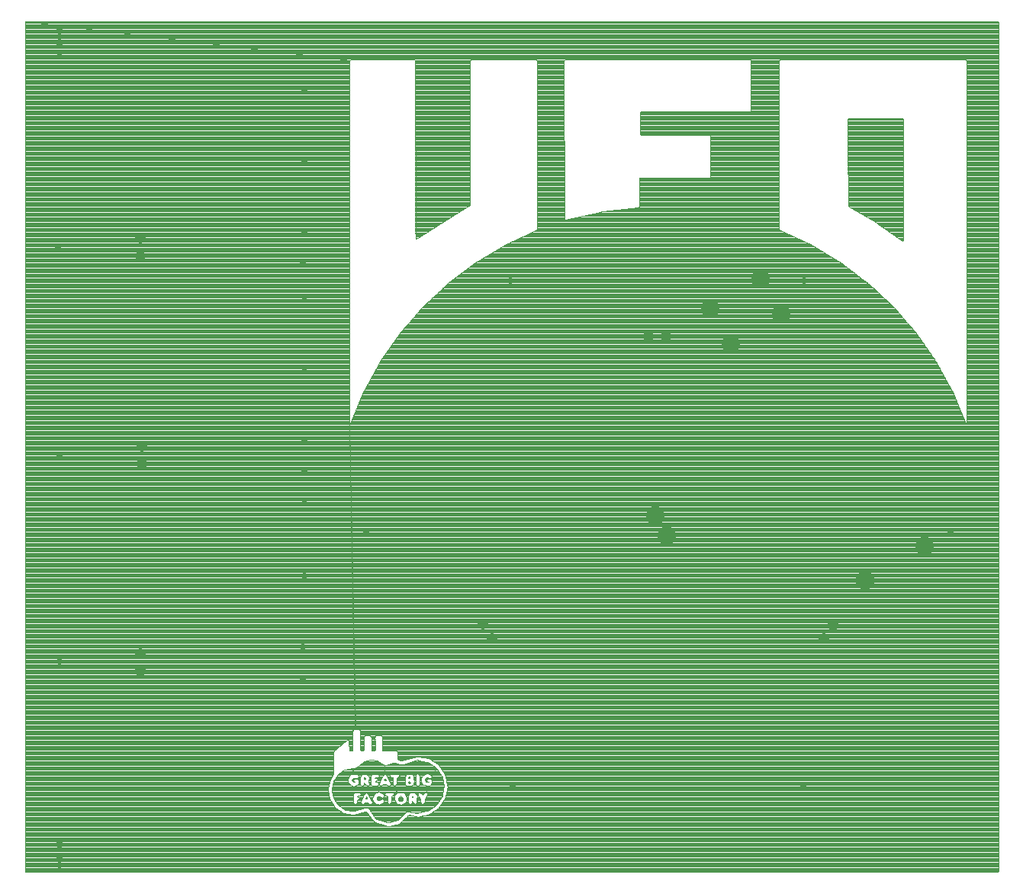
<source format=gts>
G75*
%MOIN*%
%OFA0B0*%
%FSLAX25Y25*%
%IPPOS*%
%LPD*%
%AMOC8*
5,1,8,0,0,1.08239X$1,22.5*
%
%ADD10C,0.00394*%
%ADD11C,0.02800*%
%ADD12C,0.04800*%
%ADD13C,0.08200*%
D10*
X0001197Y0002197D02*
X0001837Y0002050D01*
X0426204Y0002050D01*
X0426642Y0002399D01*
X0426642Y0373228D01*
X0426440Y0373813D01*
X0001335Y0373813D01*
X0143199Y0356940D01*
X0143851Y0357146D01*
X0171407Y0357146D01*
X0171799Y0356750D01*
X0171853Y0278805D01*
X0172387Y0278986D01*
X0195031Y0293262D01*
X0195663Y0293700D01*
X0195736Y0356686D01*
X0196063Y0357146D01*
X0224407Y0357146D01*
X0224960Y0356974D01*
X0236673Y0356625D01*
X0237202Y0357146D01*
X0318296Y0357146D01*
X0318475Y0356600D01*
X0330837Y0356856D01*
X0331040Y0357146D01*
X0412134Y0357146D01*
X0412663Y0356888D01*
X0412636Y0197849D01*
X0412445Y0198020D01*
X0407006Y0211106D01*
X0406694Y0211828D01*
X0399504Y0224946D01*
X0399070Y0225603D01*
X0390979Y0237238D01*
X0390496Y0237858D01*
X0381225Y0248577D01*
X0380692Y0249156D01*
X0370348Y0258843D01*
X0369770Y0259376D01*
X0357837Y0268398D01*
X0357170Y0268815D01*
X0345026Y0276120D01*
X0344331Y0276488D01*
X0331476Y0282454D01*
X0330797Y0282807D01*
X0330809Y0356766D01*
X0318490Y0356504D01*
X0318490Y0335296D01*
X0318386Y0334612D01*
X0270360Y0334612D01*
X0269918Y0334266D01*
X0269918Y0324818D01*
X0270240Y0324352D01*
X0300158Y0324352D01*
X0300696Y0324103D01*
X0300696Y0305995D01*
X0300228Y0305675D01*
X0270310Y0305675D01*
X0269656Y0305542D01*
X0269658Y0292945D01*
X0269180Y0292584D01*
X0253536Y0290791D01*
X0252761Y0290662D01*
X0237418Y0287119D01*
X0236940Y0287307D01*
X0236639Y0356541D01*
X0225007Y0356910D01*
X0225009Y0282951D01*
X0224439Y0282528D01*
X0211575Y0276580D01*
X0210875Y0276223D01*
X0198721Y0268934D01*
X0198048Y0268525D01*
X0186106Y0259517D01*
X0185522Y0258990D01*
X0175169Y0249312D01*
X0174631Y0248739D01*
X0165353Y0238026D01*
X0164865Y0237410D01*
X0156769Y0225778D01*
X0156330Y0225125D01*
X0149136Y0212010D01*
X0148817Y0211290D01*
X0143375Y0198205D01*
X0143182Y0197926D01*
X0145521Y0064546D01*
X0147047Y0064546D01*
X0147672Y0064154D01*
X0147712Y0063383D01*
X0147712Y0055510D01*
X0148156Y0055167D01*
X0148943Y0055167D01*
X0149321Y0055576D01*
X0149321Y0061088D01*
X0149554Y0061778D01*
X0150260Y0061976D01*
X0151834Y0061976D01*
X0152478Y0061631D01*
X0152564Y0060879D01*
X0152564Y0055368D01*
X0153151Y0055167D01*
X0153938Y0055167D01*
X0154230Y0055658D01*
X0154177Y0061169D01*
X0154468Y0061835D01*
X0155199Y0061975D01*
X0156773Y0061982D01*
X0157305Y0061475D01*
X0157335Y0055176D01*
X0158113Y0055167D01*
X0163624Y0055167D01*
X0164073Y0054577D01*
X0164073Y0051427D01*
X0164697Y0051054D01*
X0165422Y0050750D01*
X0166165Y0050764D01*
X0172196Y0052581D01*
X0172955Y0052700D01*
X0177585Y0051763D01*
X0178282Y0051427D01*
X0181545Y0049225D01*
X0182154Y0048742D01*
X0184797Y0044826D01*
X0185017Y0044081D01*
X0185797Y0040223D01*
X0185915Y0039451D01*
X0184979Y0034821D01*
X0184689Y0034105D01*
X0182488Y0030841D01*
X0182038Y0030198D01*
X0178123Y0027555D01*
X0177397Y0027289D01*
X0172767Y0026352D01*
X0171993Y0026484D01*
X0168896Y0027057D01*
X0168296Y0026629D01*
X0165477Y0023881D01*
X0164886Y0023379D01*
X0160323Y0022157D01*
X0159567Y0022152D01*
X0154314Y0023819D01*
X0153741Y0024312D01*
X0150339Y0028648D01*
X0149609Y0028508D01*
X0145075Y0027181D01*
X0144311Y0027162D01*
X0140453Y0027943D01*
X0139792Y0028364D01*
X0137182Y0030126D01*
X0136640Y0030676D01*
X0134878Y0033287D01*
X0134468Y0033953D01*
X0133687Y0037811D01*
X0133677Y0038585D01*
X0134202Y0041690D01*
X0134531Y0042398D01*
X0135659Y0044473D01*
X0135936Y0045190D01*
X0135936Y0054638D01*
X0136341Y0055272D01*
X0141855Y0059722D01*
X0142521Y0059769D01*
X0142845Y0059185D01*
X0142877Y0055248D01*
X0143590Y0055171D01*
X0144377Y0055169D01*
X0144469Y0055865D01*
X0144469Y0063738D01*
X0144759Y0064405D01*
X0145424Y0064536D01*
X0143154Y0197935D01*
X0143152Y0356876D01*
X0001237Y0373813D01*
X0001197Y0373813D01*
X0001197Y0002197D01*
X0001197Y0002442D02*
X0426642Y0002442D01*
X0426642Y0002834D02*
X0001197Y0002834D01*
X0001197Y0003227D02*
X0426642Y0003227D01*
X0426642Y0003619D02*
X0001197Y0003619D01*
X0001197Y0004011D02*
X0426642Y0004011D01*
X0426642Y0004403D02*
X0001197Y0004403D01*
X0001197Y0004795D02*
X0426642Y0004795D01*
X0426642Y0005188D02*
X0001197Y0005188D01*
X0001197Y0005580D02*
X0426642Y0005580D01*
X0426642Y0005972D02*
X0001197Y0005972D01*
X0001197Y0006364D02*
X0426642Y0006364D01*
X0426642Y0006757D02*
X0001197Y0006757D01*
X0001197Y0007149D02*
X0426642Y0007149D01*
X0426642Y0007541D02*
X0001197Y0007541D01*
X0001197Y0007933D02*
X0426642Y0007933D01*
X0426642Y0008325D02*
X0001197Y0008325D01*
X0001197Y0008718D02*
X0426642Y0008718D01*
X0426642Y0009110D02*
X0001197Y0009110D01*
X0001197Y0009502D02*
X0426642Y0009502D01*
X0426642Y0009894D02*
X0001197Y0009894D01*
X0001197Y0010286D02*
X0426642Y0010286D01*
X0426642Y0010679D02*
X0001197Y0010679D01*
X0001197Y0011071D02*
X0426642Y0011071D01*
X0426642Y0011463D02*
X0001197Y0011463D01*
X0001197Y0011855D02*
X0426642Y0011855D01*
X0426642Y0012248D02*
X0001197Y0012248D01*
X0001197Y0012640D02*
X0426642Y0012640D01*
X0426642Y0013032D02*
X0001197Y0013032D01*
X0001197Y0013424D02*
X0426642Y0013424D01*
X0426642Y0013816D02*
X0001197Y0013816D01*
X0001197Y0014209D02*
X0426642Y0014209D01*
X0426642Y0014601D02*
X0001197Y0014601D01*
X0001197Y0014993D02*
X0426642Y0014993D01*
X0426642Y0015385D02*
X0001197Y0015385D01*
X0001197Y0015777D02*
X0426642Y0015777D01*
X0426642Y0016170D02*
X0001197Y0016170D01*
X0001197Y0016562D02*
X0426642Y0016562D01*
X0426642Y0016954D02*
X0001197Y0016954D01*
X0001197Y0017346D02*
X0426642Y0017346D01*
X0426642Y0017738D02*
X0001197Y0017738D01*
X0001197Y0018131D02*
X0426642Y0018131D01*
X0426642Y0018523D02*
X0001197Y0018523D01*
X0001197Y0018915D02*
X0426642Y0018915D01*
X0426642Y0019307D02*
X0001197Y0019307D01*
X0001197Y0019700D02*
X0426642Y0019700D01*
X0426642Y0020092D02*
X0001197Y0020092D01*
X0001197Y0020484D02*
X0426642Y0020484D01*
X0426642Y0020876D02*
X0001197Y0020876D01*
X0001197Y0021268D02*
X0426642Y0021268D01*
X0426642Y0021661D02*
X0001197Y0021661D01*
X0001197Y0022053D02*
X0426642Y0022053D01*
X0426642Y0022445D02*
X0161398Y0022445D01*
X0162863Y0022837D02*
X0426642Y0022837D01*
X0426642Y0023229D02*
X0164328Y0023229D01*
X0165172Y0023622D02*
X0426642Y0023622D01*
X0426642Y0024014D02*
X0165614Y0024014D01*
X0166016Y0024406D02*
X0426642Y0024406D01*
X0426642Y0024798D02*
X0166418Y0024798D01*
X0166820Y0025191D02*
X0426642Y0025191D01*
X0426642Y0025583D02*
X0167223Y0025583D01*
X0167625Y0025975D02*
X0426642Y0025975D01*
X0426642Y0026367D02*
X0172842Y0026367D01*
X0172678Y0026367D02*
X0168027Y0026367D01*
X0168478Y0026759D02*
X0170505Y0026759D01*
X0170805Y0028328D02*
X0174508Y0028328D01*
X0173486Y0028122D02*
X0176573Y0028744D01*
X0177330Y0028936D01*
X0180595Y0031136D01*
X0181142Y0031681D01*
X0183342Y0034946D01*
X0183536Y0035701D01*
X0184158Y0038789D01*
X0184307Y0039561D01*
X0183531Y0043420D01*
X0183325Y0044171D01*
X0181154Y0047395D01*
X0178608Y0044555D01*
X0179014Y0043939D01*
X0178648Y0043277D01*
X0177916Y0043153D01*
X0177168Y0043394D01*
X0176437Y0043210D01*
X0176048Y0042572D01*
X0176220Y0041841D01*
X0176862Y0041458D01*
X0177577Y0041595D01*
X0176843Y0041830D01*
X0176734Y0042480D01*
X0177363Y0042832D01*
X0178149Y0042842D01*
X0178895Y0042627D01*
X0179155Y0041884D01*
X0179163Y0041101D01*
X0178756Y0040439D01*
X0178143Y0040017D01*
X0177392Y0039780D01*
X0176695Y0039786D01*
X0176624Y0036936D01*
X0177146Y0036495D01*
X0177137Y0035759D01*
X0176705Y0035104D01*
X0176253Y0034459D01*
X0175892Y0033786D01*
X0175892Y0032999D01*
X0175774Y0032223D01*
X0175152Y0031793D01*
X0174463Y0032028D01*
X0174176Y0032706D01*
X0174158Y0033492D01*
X0173969Y0034221D01*
X0173112Y0035482D01*
X0172555Y0035650D01*
X0172600Y0034940D01*
X0172295Y0034214D01*
X0172278Y0033511D01*
X0172614Y0032807D01*
X0172482Y0032071D01*
X0171816Y0031721D01*
X0171129Y0032106D01*
X0170711Y0032770D01*
X0170386Y0033138D01*
X0170298Y0032367D01*
X0169808Y0031832D01*
X0169091Y0031932D01*
X0168719Y0032555D01*
X0168657Y0033334D01*
X0168657Y0035696D01*
X0169007Y0036331D01*
X0169584Y0036866D01*
X0169973Y0037001D01*
X0170760Y0037001D01*
X0171515Y0036787D01*
X0172125Y0036341D01*
X0172525Y0035740D01*
X0173068Y0035569D01*
X0172826Y0036248D01*
X0173256Y0036843D01*
X0173796Y0036973D01*
X0174467Y0036574D01*
X0174911Y0035925D01*
X0175360Y0036197D01*
X0175883Y0036761D01*
X0176540Y0036954D01*
X0176600Y0039803D01*
X0175905Y0040053D01*
X0175187Y0040350D01*
X0174706Y0040974D01*
X0174399Y0041679D01*
X0174238Y0042446D01*
X0174440Y0043156D01*
X0173698Y0043335D01*
X0173698Y0041023D01*
X0173542Y0040260D01*
X0172953Y0039819D01*
X0172233Y0040023D01*
X0171988Y0040702D01*
X0171117Y0040643D01*
X0170711Y0040066D01*
X0169981Y0039825D01*
X0169195Y0039800D01*
X0168408Y0039800D01*
X0167657Y0040018D01*
X0167326Y0040674D01*
X0167316Y0041462D01*
X0167314Y0043823D01*
X0167522Y0044560D01*
X0168091Y0045005D01*
X0169488Y0045008D01*
X0170209Y0044770D01*
X0170855Y0044320D01*
X0171075Y0043564D01*
X0170937Y0042810D01*
X0171226Y0042152D01*
X0171440Y0041403D01*
X0171164Y0040729D01*
X0171972Y0040798D01*
X0171969Y0043898D01*
X0172150Y0044660D01*
X0172776Y0045058D01*
X0173359Y0044854D01*
X0173654Y0044166D01*
X0173696Y0043434D01*
X0174469Y0043250D01*
X0174706Y0043938D01*
X0175291Y0044466D01*
X0175908Y0044930D01*
X0176675Y0045109D01*
X0177148Y0045142D01*
X0177904Y0044923D01*
X0178537Y0044617D01*
X0181091Y0047470D01*
X0180571Y0047973D01*
X0177306Y0050174D01*
X0176546Y0050355D01*
X0173458Y0050977D01*
X0172688Y0051106D01*
X0166677Y0049225D01*
X0165913Y0049066D01*
X0165132Y0049101D01*
X0162870Y0049782D01*
X0162120Y0049862D01*
X0159147Y0048821D01*
X0158418Y0048840D01*
X0158385Y0044956D01*
X0158897Y0044835D01*
X0159444Y0044308D01*
X0160785Y0041458D01*
X0161040Y0040770D01*
X0161957Y0041095D01*
X0161957Y0043408D01*
X0161211Y0043529D01*
X0160696Y0044033D01*
X0160817Y0044744D01*
X0161521Y0044999D01*
X0162047Y0045043D01*
X0163621Y0045043D01*
X0164406Y0044982D01*
X0164953Y0044500D01*
X0164815Y0043772D01*
X0164147Y0043452D01*
X0163687Y0043109D01*
X0163687Y0041534D01*
X0163671Y0040749D01*
X0163378Y0040071D01*
X0162732Y0039857D01*
X0163917Y0036719D01*
X0164623Y0036929D01*
X0165994Y0036963D01*
X0166751Y0036747D01*
X0167305Y0036203D01*
X0167835Y0035621D01*
X0168023Y0034859D01*
X0168058Y0034094D01*
X0167859Y0033332D01*
X0167452Y0032687D01*
X0166905Y0032121D01*
X0166186Y0031845D01*
X0165427Y0031637D01*
X0164669Y0031811D01*
X0163913Y0032029D01*
X0163382Y0032609D01*
X0162881Y0033206D01*
X0162708Y0033975D01*
X0162677Y0034743D01*
X0162850Y0035511D01*
X0163353Y0036112D01*
X0163838Y0036668D01*
X0162645Y0039870D01*
X0162082Y0040273D01*
X0161965Y0040997D01*
X0161040Y0040678D01*
X0160793Y0040032D01*
X0160075Y0039813D01*
X0159472Y0040255D01*
X0158807Y0040480D01*
X0158019Y0040480D01*
X0157474Y0040059D01*
X0156764Y0039797D01*
X0156146Y0040167D01*
X0155764Y0040345D01*
X0155315Y0039929D01*
X0155677Y0037089D01*
X0155989Y0037057D01*
X0157468Y0036518D01*
X0157867Y0035909D01*
X0158323Y0035975D01*
X0158360Y0036654D01*
X0159046Y0036951D01*
X0160360Y0037001D01*
X0161148Y0037001D01*
X0161932Y0036946D01*
X0162528Y0036524D01*
X0162439Y0035792D01*
X0161808Y0035429D01*
X0161282Y0035136D01*
X0161281Y0032774D01*
X0161034Y0032062D01*
X0160343Y0031768D01*
X0159691Y0032161D01*
X0159553Y0032933D01*
X0159553Y0035295D01*
X0158874Y0035464D01*
X0158358Y0035895D01*
X0157901Y0035819D01*
X0157999Y0035185D01*
X0157491Y0034656D01*
X0156769Y0034800D01*
X0156127Y0035234D01*
X0155402Y0035265D01*
X0154879Y0034762D01*
X0154865Y0034030D01*
X0155367Y0033507D01*
X0156101Y0033488D01*
X0156734Y0033927D01*
X0157465Y0034048D01*
X0158017Y0033569D01*
X0157905Y0032872D01*
X0157452Y0032260D01*
X0155979Y0031702D01*
X0155221Y0031734D01*
X0154473Y0031947D01*
X0153884Y0032469D01*
X0153391Y0032995D01*
X0152861Y0033051D01*
X0152923Y0032350D01*
X0152401Y0031841D01*
X0151672Y0031893D01*
X0151168Y0032437D01*
X0150380Y0032437D01*
X0149619Y0032393D01*
X0149084Y0031866D01*
X0148376Y0031917D01*
X0147926Y0032486D01*
X0148087Y0033188D01*
X0147372Y0034105D01*
X0146756Y0033770D01*
X0146367Y0033372D01*
X0146307Y0032590D01*
X0145953Y0031971D01*
X0145249Y0031816D01*
X0144734Y0032336D01*
X0144640Y0033105D01*
X0144640Y0035467D01*
X0144690Y0036250D01*
X0145114Y0036855D01*
X0145866Y0037000D01*
X0146208Y0037001D01*
X0146995Y0036990D01*
X0147773Y0036874D01*
X0148167Y0036203D01*
X0147795Y0035545D01*
X0147031Y0035381D01*
X0146367Y0035258D01*
X0146915Y0035017D01*
X0147573Y0034715D01*
X0147428Y0034176D01*
X0148119Y0033280D01*
X0149437Y0036086D01*
X0149896Y0036690D01*
X0150453Y0037031D01*
X0151113Y0036603D01*
X0151516Y0035949D01*
X0152835Y0033144D01*
X0153344Y0033078D01*
X0153139Y0033787D01*
X0153043Y0034536D01*
X0153673Y0035979D01*
X0154163Y0036519D01*
X0155583Y0037077D01*
X0155230Y0039890D01*
X0154504Y0039800D01*
X0153717Y0039800D01*
X0152933Y0039870D01*
X0152435Y0040442D01*
X0152377Y0041226D01*
X0152377Y0043589D01*
X0152411Y0044373D01*
X0152908Y0044933D01*
X0154078Y0045043D01*
X0154865Y0045040D01*
X0155609Y0044848D01*
X0155863Y0044143D01*
X0155429Y0043557D01*
X0154661Y0043422D01*
X0154108Y0043187D01*
X0154774Y0043066D01*
X0155387Y0042677D01*
X0155081Y0042106D01*
X0154397Y0041816D01*
X0154212Y0041422D01*
X0154996Y0041394D01*
X0155679Y0041095D01*
X0155792Y0040427D01*
X0156100Y0040241D01*
X0156049Y0040951D01*
X0156358Y0041672D01*
X0157697Y0044523D01*
X0158297Y0044940D01*
X0158322Y0048857D01*
X0157650Y0049083D01*
X0155750Y0050486D01*
X0155031Y0050765D01*
X0152723Y0051265D01*
X0152013Y0051149D01*
X0149725Y0050561D01*
X0149009Y0050282D01*
X0146713Y0048126D01*
X0146036Y0047737D01*
X0145277Y0047647D01*
X0144544Y0047635D01*
X0144485Y0045040D01*
X0145669Y0045007D01*
X0146425Y0044788D01*
X0146902Y0044189D01*
X0146880Y0043489D01*
X0146248Y0043093D01*
X0145510Y0043319D01*
X0144763Y0043332D01*
X0144212Y0042850D01*
X0144162Y0042120D01*
X0144638Y0041571D01*
X0145375Y0041507D01*
X0145165Y0041703D01*
X0144661Y0042212D01*
X0145124Y0042766D01*
X0145902Y0042846D01*
X0146673Y0042722D01*
X0147108Y0042166D01*
X0147215Y0041448D01*
X0147750Y0041296D01*
X0147750Y0043609D01*
X0148006Y0044285D01*
X0148583Y0044821D01*
X0148936Y0045043D01*
X0149723Y0045043D01*
X0150484Y0044868D01*
X0151135Y0044483D01*
X0151618Y0043869D01*
X0151744Y0043102D01*
X0151439Y0042376D01*
X0151303Y0041664D01*
X0151670Y0040974D01*
X0151625Y0040234D01*
X0151029Y0039807D01*
X0150335Y0040086D01*
X0149872Y0040702D01*
X0149480Y0041309D01*
X0149439Y0040530D01*
X0149021Y0039924D01*
X0148302Y0039919D01*
X0147847Y0040473D01*
X0147756Y0041198D01*
X0147206Y0041353D01*
X0146978Y0040685D01*
X0146480Y0040107D01*
X0145729Y0039870D01*
X0144979Y0039686D01*
X0143497Y0040218D01*
X0142941Y0040737D01*
X0142516Y0041387D01*
X0142344Y0042156D01*
X0142424Y0042916D01*
X0142639Y0043674D01*
X0143121Y0044265D01*
X0143705Y0044793D01*
X0144389Y0045025D01*
X0144447Y0047625D01*
X0141408Y0047012D01*
X0140695Y0046714D01*
X0138084Y0044955D01*
X0137619Y0044327D01*
X0136299Y0042368D01*
X0135935Y0041683D01*
X0135314Y0038596D01*
X0135306Y0037824D01*
X0135928Y0034737D01*
X0136278Y0034046D01*
X0137597Y0032087D01*
X0138051Y0031448D01*
X0140663Y0029688D01*
X0141369Y0029375D01*
X0144456Y0028754D01*
X0145213Y0028857D01*
X0149713Y0030296D01*
X0150460Y0030356D01*
X0151204Y0030098D01*
X0151746Y0029573D01*
X0154436Y0025691D01*
X0155064Y0025283D01*
X0159546Y0023790D01*
X0160299Y0023780D01*
X0164093Y0024832D01*
X0164735Y0025236D01*
X0167448Y0028089D01*
X0168099Y0028496D01*
X0168843Y0028690D01*
X0172714Y0027976D01*
X0173486Y0028122D01*
X0174780Y0026759D02*
X0426642Y0026759D01*
X0426642Y0027152D02*
X0176718Y0027152D01*
X0178093Y0027544D02*
X0426642Y0027544D01*
X0426642Y0027936D02*
X0178688Y0027936D01*
X0179269Y0028328D02*
X0426642Y0028328D01*
X0426642Y0028720D02*
X0179850Y0028720D01*
X0180431Y0029113D02*
X0426642Y0029113D01*
X0426642Y0029505D02*
X0181012Y0029505D01*
X0181593Y0029897D02*
X0426642Y0029897D01*
X0426642Y0030289D02*
X0182102Y0030289D01*
X0182376Y0030681D02*
X0426642Y0030681D01*
X0426642Y0031074D02*
X0182644Y0031074D01*
X0182909Y0031466D02*
X0426642Y0031466D01*
X0426642Y0031858D02*
X0183173Y0031858D01*
X0183438Y0032250D02*
X0426642Y0032250D01*
X0426642Y0032643D02*
X0183702Y0032643D01*
X0183967Y0033035D02*
X0426642Y0033035D01*
X0426642Y0033427D02*
X0184231Y0033427D01*
X0184496Y0033819D02*
X0426642Y0033819D01*
X0426642Y0034211D02*
X0184732Y0034211D01*
X0184891Y0034604D02*
X0426642Y0034604D01*
X0426642Y0034996D02*
X0185014Y0034996D01*
X0185093Y0035388D02*
X0426642Y0035388D01*
X0426642Y0035780D02*
X0185173Y0035780D01*
X0185252Y0036172D02*
X0426642Y0036172D01*
X0426642Y0036565D02*
X0185331Y0036565D01*
X0185411Y0036957D02*
X0426642Y0036957D01*
X0426642Y0037349D02*
X0185490Y0037349D01*
X0185569Y0037741D02*
X0426642Y0037741D01*
X0426642Y0038134D02*
X0185649Y0038134D01*
X0185728Y0038526D02*
X0426642Y0038526D01*
X0426642Y0038918D02*
X0185807Y0038918D01*
X0185886Y0039310D02*
X0426642Y0039310D01*
X0426642Y0039702D02*
X0185877Y0039702D01*
X0185817Y0040095D02*
X0426642Y0040095D01*
X0426642Y0040487D02*
X0185744Y0040487D01*
X0185664Y0040879D02*
X0426642Y0040879D01*
X0426642Y0041271D02*
X0185585Y0041271D01*
X0185506Y0041663D02*
X0426642Y0041663D01*
X0426642Y0042056D02*
X0185426Y0042056D01*
X0185347Y0042448D02*
X0426642Y0042448D01*
X0426642Y0042840D02*
X0185268Y0042840D01*
X0185188Y0043232D02*
X0426642Y0043232D01*
X0426642Y0043624D02*
X0185109Y0043624D01*
X0185030Y0044017D02*
X0426642Y0044017D01*
X0426642Y0044409D02*
X0184920Y0044409D01*
X0184804Y0044801D02*
X0426642Y0044801D01*
X0426642Y0045193D02*
X0184549Y0045193D01*
X0184284Y0045586D02*
X0426642Y0045586D01*
X0426642Y0045978D02*
X0184019Y0045978D01*
X0183755Y0046370D02*
X0426642Y0046370D01*
X0426642Y0046762D02*
X0183490Y0046762D01*
X0183225Y0047154D02*
X0426642Y0047154D01*
X0426642Y0047547D02*
X0182961Y0047547D01*
X0182696Y0047939D02*
X0426642Y0047939D01*
X0426642Y0048331D02*
X0182432Y0048331D01*
X0182167Y0048723D02*
X0426642Y0048723D01*
X0426642Y0049115D02*
X0181683Y0049115D01*
X0181127Y0049508D02*
X0426642Y0049508D01*
X0426642Y0049900D02*
X0180545Y0049900D01*
X0179964Y0050292D02*
X0426642Y0050292D01*
X0426642Y0050684D02*
X0179383Y0050684D01*
X0178801Y0051077D02*
X0426642Y0051077D01*
X0426642Y0051469D02*
X0178195Y0051469D01*
X0177100Y0051861D02*
X0426642Y0051861D01*
X0426642Y0052253D02*
X0175161Y0052253D01*
X0174911Y0050684D02*
X0171339Y0050684D01*
X0170086Y0050292D02*
X0176810Y0050292D01*
X0177713Y0049900D02*
X0168833Y0049900D01*
X0167579Y0049508D02*
X0178295Y0049508D01*
X0178877Y0049115D02*
X0166149Y0049115D01*
X0165084Y0049115D02*
X0159987Y0049115D01*
X0161108Y0049508D02*
X0163781Y0049508D01*
X0164659Y0051077D02*
X0167202Y0051077D01*
X0168504Y0051469D02*
X0164073Y0051469D01*
X0164073Y0051861D02*
X0169806Y0051861D01*
X0171108Y0052253D02*
X0164073Y0052253D01*
X0164073Y0052645D02*
X0172608Y0052645D01*
X0173223Y0052645D02*
X0426642Y0052645D01*
X0426642Y0053038D02*
X0164073Y0053038D01*
X0164073Y0053430D02*
X0426642Y0053430D01*
X0426642Y0053822D02*
X0164073Y0053822D01*
X0164073Y0054214D02*
X0426642Y0054214D01*
X0426642Y0054606D02*
X0164051Y0054606D01*
X0163752Y0054999D02*
X0426642Y0054999D01*
X0426642Y0055391D02*
X0157334Y0055391D01*
X0157332Y0055783D02*
X0426642Y0055783D01*
X0426642Y0056175D02*
X0157330Y0056175D01*
X0157328Y0056567D02*
X0426642Y0056567D01*
X0426642Y0056960D02*
X0157327Y0056960D01*
X0157325Y0057352D02*
X0426642Y0057352D01*
X0426642Y0057744D02*
X0157323Y0057744D01*
X0157321Y0058136D02*
X0426642Y0058136D01*
X0426642Y0058529D02*
X0157319Y0058529D01*
X0157317Y0058921D02*
X0426642Y0058921D01*
X0426642Y0059313D02*
X0157315Y0059313D01*
X0157313Y0059705D02*
X0426642Y0059705D01*
X0426642Y0060097D02*
X0157311Y0060097D01*
X0157310Y0060490D02*
X0426642Y0060490D01*
X0426642Y0060882D02*
X0157308Y0060882D01*
X0157306Y0061274D02*
X0426642Y0061274D01*
X0426642Y0061666D02*
X0157104Y0061666D01*
X0154395Y0061666D02*
X0152412Y0061666D01*
X0152519Y0061274D02*
X0154223Y0061274D01*
X0154180Y0060882D02*
X0152564Y0060882D01*
X0152564Y0060490D02*
X0154183Y0060490D01*
X0154187Y0060097D02*
X0152564Y0060097D01*
X0152564Y0059705D02*
X0154191Y0059705D01*
X0154195Y0059313D02*
X0152564Y0059313D01*
X0152564Y0058921D02*
X0154198Y0058921D01*
X0154202Y0058529D02*
X0152564Y0058529D01*
X0152564Y0058136D02*
X0154206Y0058136D01*
X0154210Y0057744D02*
X0152564Y0057744D01*
X0152564Y0057352D02*
X0154213Y0057352D01*
X0154217Y0056960D02*
X0152564Y0056960D01*
X0152564Y0056567D02*
X0154221Y0056567D01*
X0154225Y0056175D02*
X0152564Y0056175D01*
X0152564Y0055783D02*
X0154228Y0055783D01*
X0154071Y0055391D02*
X0152564Y0055391D01*
X0149321Y0055783D02*
X0147712Y0055783D01*
X0147712Y0056175D02*
X0149321Y0056175D01*
X0149321Y0056567D02*
X0147712Y0056567D01*
X0147712Y0056960D02*
X0149321Y0056960D01*
X0149321Y0057352D02*
X0147712Y0057352D01*
X0147712Y0057744D02*
X0149321Y0057744D01*
X0149321Y0058136D02*
X0147712Y0058136D01*
X0147712Y0058529D02*
X0149321Y0058529D01*
X0149321Y0058921D02*
X0147712Y0058921D01*
X0147712Y0059313D02*
X0149321Y0059313D01*
X0149321Y0059705D02*
X0147712Y0059705D01*
X0147712Y0060097D02*
X0149321Y0060097D01*
X0149321Y0060490D02*
X0147712Y0060490D01*
X0147712Y0060882D02*
X0149321Y0060882D01*
X0149384Y0061274D02*
X0147712Y0061274D01*
X0147712Y0061666D02*
X0149516Y0061666D01*
X0147712Y0062058D02*
X0426642Y0062058D01*
X0426642Y0062451D02*
X0147712Y0062451D01*
X0147712Y0062843D02*
X0426642Y0062843D01*
X0426642Y0063235D02*
X0147712Y0063235D01*
X0147699Y0063627D02*
X0426642Y0063627D01*
X0426642Y0064020D02*
X0147679Y0064020D01*
X0147261Y0064412D02*
X0426642Y0064412D01*
X0426642Y0064804D02*
X0145517Y0064804D01*
X0145419Y0064804D02*
X0001197Y0064804D01*
X0001197Y0065196D02*
X0145413Y0065196D01*
X0145510Y0065196D02*
X0426642Y0065196D01*
X0426642Y0065588D02*
X0145503Y0065588D01*
X0145406Y0065588D02*
X0001197Y0065588D01*
X0001197Y0065981D02*
X0145399Y0065981D01*
X0145496Y0065981D02*
X0426642Y0065981D01*
X0426642Y0066373D02*
X0145489Y0066373D01*
X0145393Y0066373D02*
X0001197Y0066373D01*
X0001197Y0066765D02*
X0145386Y0066765D01*
X0145483Y0066765D02*
X0426642Y0066765D01*
X0426642Y0067157D02*
X0145476Y0067157D01*
X0145379Y0067157D02*
X0001197Y0067157D01*
X0001197Y0067549D02*
X0145373Y0067549D01*
X0145469Y0067549D02*
X0426642Y0067549D01*
X0426642Y0067942D02*
X0145462Y0067942D01*
X0145366Y0067942D02*
X0001197Y0067942D01*
X0001197Y0068334D02*
X0145359Y0068334D01*
X0145455Y0068334D02*
X0426642Y0068334D01*
X0426642Y0068726D02*
X0145448Y0068726D01*
X0145353Y0068726D02*
X0001197Y0068726D01*
X0001197Y0069118D02*
X0145346Y0069118D01*
X0145441Y0069118D02*
X0426642Y0069118D01*
X0426642Y0069510D02*
X0145434Y0069510D01*
X0145339Y0069510D02*
X0001197Y0069510D01*
X0001197Y0069903D02*
X0145333Y0069903D01*
X0145427Y0069903D02*
X0426642Y0069903D01*
X0426642Y0070295D02*
X0145421Y0070295D01*
X0145326Y0070295D02*
X0001197Y0070295D01*
X0001197Y0070687D02*
X0145319Y0070687D01*
X0145414Y0070687D02*
X0426642Y0070687D01*
X0426642Y0071079D02*
X0145407Y0071079D01*
X0145313Y0071079D02*
X0001197Y0071079D01*
X0001197Y0071472D02*
X0145306Y0071472D01*
X0145400Y0071472D02*
X0426642Y0071472D01*
X0426642Y0071864D02*
X0145393Y0071864D01*
X0145299Y0071864D02*
X0001197Y0071864D01*
X0001197Y0072256D02*
X0145293Y0072256D01*
X0145386Y0072256D02*
X0426642Y0072256D01*
X0426642Y0072648D02*
X0145379Y0072648D01*
X0145286Y0072648D02*
X0001197Y0072648D01*
X0001197Y0073040D02*
X0145279Y0073040D01*
X0145372Y0073040D02*
X0426642Y0073040D01*
X0426642Y0073433D02*
X0145366Y0073433D01*
X0145273Y0073433D02*
X0001197Y0073433D01*
X0001197Y0073825D02*
X0145266Y0073825D01*
X0145359Y0073825D02*
X0426642Y0073825D01*
X0426642Y0074217D02*
X0145352Y0074217D01*
X0145259Y0074217D02*
X0001197Y0074217D01*
X0001197Y0074609D02*
X0145253Y0074609D01*
X0145345Y0074609D02*
X0426642Y0074609D01*
X0426642Y0075001D02*
X0145338Y0075001D01*
X0145246Y0075001D02*
X0001197Y0075001D01*
X0001197Y0075394D02*
X0145239Y0075394D01*
X0145331Y0075394D02*
X0426642Y0075394D01*
X0426642Y0075786D02*
X0145324Y0075786D01*
X0145233Y0075786D02*
X0001197Y0075786D01*
X0001197Y0076178D02*
X0145226Y0076178D01*
X0145317Y0076178D02*
X0426642Y0076178D01*
X0426642Y0076570D02*
X0145311Y0076570D01*
X0145219Y0076570D02*
X0001197Y0076570D01*
X0001197Y0076963D02*
X0145213Y0076963D01*
X0145304Y0076963D02*
X0426642Y0076963D01*
X0426642Y0077355D02*
X0145297Y0077355D01*
X0145206Y0077355D02*
X0001197Y0077355D01*
X0001197Y0077747D02*
X0145199Y0077747D01*
X0145290Y0077747D02*
X0426642Y0077747D01*
X0426642Y0078139D02*
X0145283Y0078139D01*
X0145193Y0078139D02*
X0001197Y0078139D01*
X0001197Y0078531D02*
X0145186Y0078531D01*
X0145276Y0078531D02*
X0426642Y0078531D01*
X0426642Y0078924D02*
X0145269Y0078924D01*
X0145179Y0078924D02*
X0001197Y0078924D01*
X0001197Y0079316D02*
X0145172Y0079316D01*
X0145262Y0079316D02*
X0426642Y0079316D01*
X0426642Y0079708D02*
X0145256Y0079708D01*
X0145166Y0079708D02*
X0001197Y0079708D01*
X0001197Y0080100D02*
X0145159Y0080100D01*
X0145249Y0080100D02*
X0426642Y0080100D01*
X0426642Y0080492D02*
X0145242Y0080492D01*
X0145152Y0080492D02*
X0001197Y0080492D01*
X0001197Y0080885D02*
X0145146Y0080885D01*
X0145235Y0080885D02*
X0426642Y0080885D01*
X0426642Y0081277D02*
X0145228Y0081277D01*
X0145139Y0081277D02*
X0001197Y0081277D01*
X0001197Y0081669D02*
X0145132Y0081669D01*
X0145221Y0081669D02*
X0426642Y0081669D01*
X0426642Y0082061D02*
X0145214Y0082061D01*
X0145126Y0082061D02*
X0001197Y0082061D01*
X0001197Y0082453D02*
X0145119Y0082453D01*
X0145207Y0082453D02*
X0426642Y0082453D01*
X0426642Y0082846D02*
X0145201Y0082846D01*
X0145112Y0082846D02*
X0001197Y0082846D01*
X0001197Y0083238D02*
X0145106Y0083238D01*
X0145194Y0083238D02*
X0426642Y0083238D01*
X0426642Y0083630D02*
X0145187Y0083630D01*
X0145099Y0083630D02*
X0001197Y0083630D01*
X0001197Y0084022D02*
X0145092Y0084022D01*
X0145180Y0084022D02*
X0426642Y0084022D01*
X0426642Y0084415D02*
X0145173Y0084415D01*
X0145086Y0084415D02*
X0001197Y0084415D01*
X0001197Y0084807D02*
X0145079Y0084807D01*
X0145166Y0084807D02*
X0426642Y0084807D01*
X0426642Y0085199D02*
X0145159Y0085199D01*
X0145072Y0085199D02*
X0001197Y0085199D01*
X0001197Y0085591D02*
X0145066Y0085591D01*
X0145152Y0085591D02*
X0426642Y0085591D01*
X0426642Y0085983D02*
X0145145Y0085983D01*
X0145059Y0085983D02*
X0001197Y0085983D01*
X0001197Y0086376D02*
X0145052Y0086376D01*
X0145139Y0086376D02*
X0426642Y0086376D01*
X0426642Y0086768D02*
X0145132Y0086768D01*
X0145046Y0086768D02*
X0001197Y0086768D01*
X0001197Y0087160D02*
X0145039Y0087160D01*
X0145125Y0087160D02*
X0426642Y0087160D01*
X0426642Y0087552D02*
X0145118Y0087552D01*
X0145032Y0087552D02*
X0001197Y0087552D01*
X0001197Y0087944D02*
X0145026Y0087944D01*
X0145111Y0087944D02*
X0426642Y0087944D01*
X0426642Y0088337D02*
X0145104Y0088337D01*
X0145019Y0088337D02*
X0001197Y0088337D01*
X0001197Y0088729D02*
X0145012Y0088729D01*
X0145097Y0088729D02*
X0426642Y0088729D01*
X0426642Y0089121D02*
X0145090Y0089121D01*
X0145006Y0089121D02*
X0001197Y0089121D01*
X0001197Y0089513D02*
X0144999Y0089513D01*
X0145084Y0089513D02*
X0426642Y0089513D01*
X0426642Y0089906D02*
X0145077Y0089906D01*
X0144992Y0089906D02*
X0001197Y0089906D01*
X0001197Y0090298D02*
X0144986Y0090298D01*
X0145070Y0090298D02*
X0426642Y0090298D01*
X0426642Y0090690D02*
X0145063Y0090690D01*
X0144979Y0090690D02*
X0001197Y0090690D01*
X0001197Y0091082D02*
X0144972Y0091082D01*
X0145056Y0091082D02*
X0426642Y0091082D01*
X0426642Y0091474D02*
X0145049Y0091474D01*
X0144966Y0091474D02*
X0001197Y0091474D01*
X0001197Y0091867D02*
X0144959Y0091867D01*
X0145042Y0091867D02*
X0426642Y0091867D01*
X0426642Y0092259D02*
X0145035Y0092259D01*
X0144952Y0092259D02*
X0001197Y0092259D01*
X0001197Y0092651D02*
X0144946Y0092651D01*
X0145029Y0092651D02*
X0426642Y0092651D01*
X0426642Y0093043D02*
X0145022Y0093043D01*
X0144939Y0093043D02*
X0001197Y0093043D01*
X0001197Y0093435D02*
X0144932Y0093435D01*
X0145015Y0093435D02*
X0426642Y0093435D01*
X0426642Y0093828D02*
X0145008Y0093828D01*
X0144926Y0093828D02*
X0001197Y0093828D01*
X0001197Y0094220D02*
X0144919Y0094220D01*
X0145001Y0094220D02*
X0426642Y0094220D01*
X0426642Y0094612D02*
X0144994Y0094612D01*
X0144912Y0094612D02*
X0001197Y0094612D01*
X0001197Y0095004D02*
X0144906Y0095004D01*
X0144987Y0095004D02*
X0426642Y0095004D01*
X0426642Y0095396D02*
X0144980Y0095396D01*
X0144899Y0095396D02*
X0001197Y0095396D01*
X0001197Y0095789D02*
X0144892Y0095789D01*
X0144974Y0095789D02*
X0426642Y0095789D01*
X0426642Y0096181D02*
X0144967Y0096181D01*
X0144886Y0096181D02*
X0001197Y0096181D01*
X0001197Y0096573D02*
X0144879Y0096573D01*
X0144960Y0096573D02*
X0426642Y0096573D01*
X0426642Y0096965D02*
X0144953Y0096965D01*
X0144872Y0096965D02*
X0001197Y0096965D01*
X0001197Y0097358D02*
X0144866Y0097358D01*
X0144946Y0097358D02*
X0426642Y0097358D01*
X0426642Y0097750D02*
X0144939Y0097750D01*
X0144859Y0097750D02*
X0001197Y0097750D01*
X0001197Y0098142D02*
X0144852Y0098142D01*
X0144932Y0098142D02*
X0426642Y0098142D01*
X0426642Y0098534D02*
X0144925Y0098534D01*
X0144846Y0098534D02*
X0001197Y0098534D01*
X0001197Y0098926D02*
X0144839Y0098926D01*
X0144919Y0098926D02*
X0426642Y0098926D01*
X0426642Y0099319D02*
X0144912Y0099319D01*
X0144832Y0099319D02*
X0001197Y0099319D01*
X0001197Y0099711D02*
X0144826Y0099711D01*
X0144905Y0099711D02*
X0426642Y0099711D01*
X0426642Y0100103D02*
X0144898Y0100103D01*
X0144819Y0100103D02*
X0001197Y0100103D01*
X0001197Y0100495D02*
X0144812Y0100495D01*
X0144891Y0100495D02*
X0426642Y0100495D01*
X0426642Y0100887D02*
X0144884Y0100887D01*
X0144805Y0100887D02*
X0001197Y0100887D01*
X0001197Y0101280D02*
X0144799Y0101280D01*
X0144877Y0101280D02*
X0426642Y0101280D01*
X0426642Y0101672D02*
X0144870Y0101672D01*
X0144792Y0101672D02*
X0001197Y0101672D01*
X0001197Y0102064D02*
X0144785Y0102064D01*
X0144863Y0102064D02*
X0426642Y0102064D01*
X0426642Y0102456D02*
X0144857Y0102456D01*
X0144779Y0102456D02*
X0001197Y0102456D01*
X0001197Y0102849D02*
X0144772Y0102849D01*
X0144850Y0102849D02*
X0426642Y0102849D01*
X0426642Y0103241D02*
X0144843Y0103241D01*
X0144765Y0103241D02*
X0001197Y0103241D01*
X0001197Y0103633D02*
X0144759Y0103633D01*
X0144836Y0103633D02*
X0426642Y0103633D01*
X0426642Y0104025D02*
X0144829Y0104025D01*
X0144752Y0104025D02*
X0001197Y0104025D01*
X0001197Y0104417D02*
X0144745Y0104417D01*
X0144822Y0104417D02*
X0426642Y0104417D01*
X0426642Y0104810D02*
X0144815Y0104810D01*
X0144739Y0104810D02*
X0001197Y0104810D01*
X0001197Y0105202D02*
X0144732Y0105202D01*
X0144808Y0105202D02*
X0426642Y0105202D01*
X0426642Y0105594D02*
X0144802Y0105594D01*
X0144725Y0105594D02*
X0001197Y0105594D01*
X0001197Y0105986D02*
X0144719Y0105986D01*
X0144795Y0105986D02*
X0426642Y0105986D01*
X0426642Y0106378D02*
X0144788Y0106378D01*
X0144712Y0106378D02*
X0001197Y0106378D01*
X0001197Y0106771D02*
X0144705Y0106771D01*
X0144781Y0106771D02*
X0426642Y0106771D01*
X0426642Y0107163D02*
X0144774Y0107163D01*
X0144699Y0107163D02*
X0001197Y0107163D01*
X0001197Y0107555D02*
X0144692Y0107555D01*
X0144767Y0107555D02*
X0426642Y0107555D01*
X0426642Y0107947D02*
X0144760Y0107947D01*
X0144685Y0107947D02*
X0001197Y0107947D01*
X0001197Y0108339D02*
X0144679Y0108339D01*
X0144753Y0108339D02*
X0426642Y0108339D01*
X0426642Y0108732D02*
X0144747Y0108732D01*
X0144672Y0108732D02*
X0001197Y0108732D01*
X0001197Y0109124D02*
X0144665Y0109124D01*
X0144740Y0109124D02*
X0426642Y0109124D01*
X0426642Y0109516D02*
X0144733Y0109516D01*
X0144659Y0109516D02*
X0001197Y0109516D01*
X0001197Y0109908D02*
X0144652Y0109908D01*
X0144726Y0109908D02*
X0426642Y0109908D01*
X0426642Y0110301D02*
X0144719Y0110301D01*
X0144645Y0110301D02*
X0001197Y0110301D01*
X0001197Y0110693D02*
X0144639Y0110693D01*
X0144712Y0110693D02*
X0426642Y0110693D01*
X0426642Y0111085D02*
X0144705Y0111085D01*
X0144632Y0111085D02*
X0001197Y0111085D01*
X0001197Y0111477D02*
X0144625Y0111477D01*
X0144698Y0111477D02*
X0426642Y0111477D01*
X0426642Y0111869D02*
X0144692Y0111869D01*
X0144619Y0111869D02*
X0001197Y0111869D01*
X0001197Y0112262D02*
X0144612Y0112262D01*
X0144685Y0112262D02*
X0426642Y0112262D01*
X0426642Y0112654D02*
X0144678Y0112654D01*
X0144605Y0112654D02*
X0001197Y0112654D01*
X0001197Y0113046D02*
X0144599Y0113046D01*
X0144671Y0113046D02*
X0426642Y0113046D01*
X0426642Y0113438D02*
X0144664Y0113438D01*
X0144592Y0113438D02*
X0001197Y0113438D01*
X0001197Y0113830D02*
X0144585Y0113830D01*
X0144657Y0113830D02*
X0426642Y0113830D01*
X0426642Y0114223D02*
X0144650Y0114223D01*
X0144579Y0114223D02*
X0001197Y0114223D01*
X0001197Y0114615D02*
X0144572Y0114615D01*
X0144643Y0114615D02*
X0426642Y0114615D01*
X0426642Y0115007D02*
X0144637Y0115007D01*
X0144565Y0115007D02*
X0001197Y0115007D01*
X0001197Y0115399D02*
X0144559Y0115399D01*
X0144630Y0115399D02*
X0426642Y0115399D01*
X0426642Y0115792D02*
X0144623Y0115792D01*
X0144552Y0115792D02*
X0001197Y0115792D01*
X0001197Y0116184D02*
X0144545Y0116184D01*
X0144616Y0116184D02*
X0426642Y0116184D01*
X0426642Y0116576D02*
X0144609Y0116576D01*
X0144539Y0116576D02*
X0001197Y0116576D01*
X0001197Y0116968D02*
X0144532Y0116968D01*
X0144602Y0116968D02*
X0426642Y0116968D01*
X0426642Y0117360D02*
X0144595Y0117360D01*
X0144525Y0117360D02*
X0001197Y0117360D01*
X0001197Y0117753D02*
X0144519Y0117753D01*
X0144588Y0117753D02*
X0426642Y0117753D01*
X0426642Y0118145D02*
X0144581Y0118145D01*
X0144512Y0118145D02*
X0001197Y0118145D01*
X0001197Y0118537D02*
X0144505Y0118537D01*
X0144575Y0118537D02*
X0426642Y0118537D01*
X0426642Y0118929D02*
X0144568Y0118929D01*
X0144499Y0118929D02*
X0001197Y0118929D01*
X0001197Y0119321D02*
X0144492Y0119321D01*
X0144561Y0119321D02*
X0426642Y0119321D01*
X0426642Y0119714D02*
X0144554Y0119714D01*
X0144485Y0119714D02*
X0001197Y0119714D01*
X0001197Y0120106D02*
X0144479Y0120106D01*
X0144547Y0120106D02*
X0426642Y0120106D01*
X0426642Y0120498D02*
X0144540Y0120498D01*
X0144472Y0120498D02*
X0001197Y0120498D01*
X0001197Y0120890D02*
X0144465Y0120890D01*
X0144533Y0120890D02*
X0426642Y0120890D01*
X0426642Y0121282D02*
X0144526Y0121282D01*
X0144459Y0121282D02*
X0001197Y0121282D01*
X0001197Y0121675D02*
X0144452Y0121675D01*
X0144520Y0121675D02*
X0426642Y0121675D01*
X0426642Y0122067D02*
X0144513Y0122067D01*
X0144445Y0122067D02*
X0001197Y0122067D01*
X0001197Y0122459D02*
X0144438Y0122459D01*
X0144506Y0122459D02*
X0426642Y0122459D01*
X0426642Y0122851D02*
X0144499Y0122851D01*
X0144432Y0122851D02*
X0001197Y0122851D01*
X0001197Y0123244D02*
X0144425Y0123244D01*
X0144492Y0123244D02*
X0426642Y0123244D01*
X0426642Y0123636D02*
X0144485Y0123636D01*
X0144418Y0123636D02*
X0001197Y0123636D01*
X0001197Y0124028D02*
X0144412Y0124028D01*
X0144478Y0124028D02*
X0426642Y0124028D01*
X0426642Y0124420D02*
X0144471Y0124420D01*
X0144405Y0124420D02*
X0001197Y0124420D01*
X0001197Y0124812D02*
X0144398Y0124812D01*
X0144465Y0124812D02*
X0426642Y0124812D01*
X0426642Y0125205D02*
X0144458Y0125205D01*
X0144392Y0125205D02*
X0001197Y0125205D01*
X0001197Y0125597D02*
X0144385Y0125597D01*
X0144451Y0125597D02*
X0426642Y0125597D01*
X0426642Y0125989D02*
X0144444Y0125989D01*
X0144378Y0125989D02*
X0001197Y0125989D01*
X0001197Y0126381D02*
X0144372Y0126381D01*
X0144437Y0126381D02*
X0426642Y0126381D01*
X0426642Y0126773D02*
X0144430Y0126773D01*
X0144365Y0126773D02*
X0001197Y0126773D01*
X0001197Y0127166D02*
X0144358Y0127166D01*
X0144423Y0127166D02*
X0426642Y0127166D01*
X0426642Y0127558D02*
X0144416Y0127558D01*
X0144352Y0127558D02*
X0001197Y0127558D01*
X0001197Y0127950D02*
X0144345Y0127950D01*
X0144410Y0127950D02*
X0426642Y0127950D01*
X0426642Y0128342D02*
X0144403Y0128342D01*
X0144338Y0128342D02*
X0001197Y0128342D01*
X0001197Y0128735D02*
X0144332Y0128735D01*
X0144396Y0128735D02*
X0426642Y0128735D01*
X0426642Y0129127D02*
X0144389Y0129127D01*
X0144325Y0129127D02*
X0001197Y0129127D01*
X0001197Y0129519D02*
X0144318Y0129519D01*
X0144382Y0129519D02*
X0426642Y0129519D01*
X0426642Y0129911D02*
X0144375Y0129911D01*
X0144312Y0129911D02*
X0001197Y0129911D01*
X0001197Y0130303D02*
X0144305Y0130303D01*
X0144368Y0130303D02*
X0426642Y0130303D01*
X0426642Y0130696D02*
X0144361Y0130696D01*
X0144298Y0130696D02*
X0001197Y0130696D01*
X0001197Y0131088D02*
X0144292Y0131088D01*
X0144355Y0131088D02*
X0426642Y0131088D01*
X0426642Y0131480D02*
X0144348Y0131480D01*
X0144285Y0131480D02*
X0001197Y0131480D01*
X0001197Y0131872D02*
X0144278Y0131872D01*
X0144341Y0131872D02*
X0426642Y0131872D01*
X0426642Y0132264D02*
X0144334Y0132264D01*
X0144272Y0132264D02*
X0001197Y0132264D01*
X0001197Y0132657D02*
X0144265Y0132657D01*
X0144327Y0132657D02*
X0426642Y0132657D01*
X0426642Y0133049D02*
X0144320Y0133049D01*
X0144258Y0133049D02*
X0001197Y0133049D01*
X0001197Y0133441D02*
X0144252Y0133441D01*
X0144313Y0133441D02*
X0426642Y0133441D01*
X0426642Y0133833D02*
X0144306Y0133833D01*
X0144245Y0133833D02*
X0001197Y0133833D01*
X0001197Y0134225D02*
X0144238Y0134225D01*
X0144299Y0134225D02*
X0426642Y0134225D01*
X0426642Y0134618D02*
X0144293Y0134618D01*
X0144232Y0134618D02*
X0001197Y0134618D01*
X0001197Y0135010D02*
X0144225Y0135010D01*
X0144286Y0135010D02*
X0426642Y0135010D01*
X0426642Y0135402D02*
X0144279Y0135402D01*
X0144218Y0135402D02*
X0001197Y0135402D01*
X0001197Y0135794D02*
X0144212Y0135794D01*
X0144272Y0135794D02*
X0426642Y0135794D01*
X0426642Y0136187D02*
X0144265Y0136187D01*
X0144205Y0136187D02*
X0001197Y0136187D01*
X0001197Y0136579D02*
X0144198Y0136579D01*
X0144258Y0136579D02*
X0426642Y0136579D01*
X0426642Y0136971D02*
X0144251Y0136971D01*
X0144192Y0136971D02*
X0001197Y0136971D01*
X0001197Y0137363D02*
X0144185Y0137363D01*
X0144244Y0137363D02*
X0426642Y0137363D01*
X0426642Y0137755D02*
X0144238Y0137755D01*
X0144178Y0137755D02*
X0001197Y0137755D01*
X0001197Y0138148D02*
X0144172Y0138148D01*
X0144231Y0138148D02*
X0426642Y0138148D01*
X0426642Y0138540D02*
X0144224Y0138540D01*
X0144165Y0138540D02*
X0001197Y0138540D01*
X0001197Y0138932D02*
X0144158Y0138932D01*
X0144217Y0138932D02*
X0426642Y0138932D01*
X0426642Y0139324D02*
X0144210Y0139324D01*
X0144152Y0139324D02*
X0001197Y0139324D01*
X0001197Y0139716D02*
X0144145Y0139716D01*
X0144203Y0139716D02*
X0426642Y0139716D01*
X0426642Y0140109D02*
X0144196Y0140109D01*
X0144138Y0140109D02*
X0001197Y0140109D01*
X0001197Y0140501D02*
X0144132Y0140501D01*
X0144189Y0140501D02*
X0426642Y0140501D01*
X0426642Y0140893D02*
X0144183Y0140893D01*
X0144125Y0140893D02*
X0001197Y0140893D01*
X0001197Y0141285D02*
X0144118Y0141285D01*
X0144176Y0141285D02*
X0426642Y0141285D01*
X0426642Y0141678D02*
X0144169Y0141678D01*
X0144112Y0141678D02*
X0001197Y0141678D01*
X0001197Y0142070D02*
X0144105Y0142070D01*
X0144162Y0142070D02*
X0426642Y0142070D01*
X0426642Y0142462D02*
X0144155Y0142462D01*
X0144098Y0142462D02*
X0001197Y0142462D01*
X0001197Y0142854D02*
X0144092Y0142854D01*
X0144148Y0142854D02*
X0426642Y0142854D01*
X0426642Y0143246D02*
X0144141Y0143246D01*
X0144085Y0143246D02*
X0001197Y0143246D01*
X0001197Y0143639D02*
X0144078Y0143639D01*
X0144134Y0143639D02*
X0426642Y0143639D01*
X0426642Y0144031D02*
X0144128Y0144031D01*
X0144071Y0144031D02*
X0001197Y0144031D01*
X0001197Y0144423D02*
X0144065Y0144423D01*
X0144121Y0144423D02*
X0426642Y0144423D01*
X0426642Y0144815D02*
X0144114Y0144815D01*
X0144058Y0144815D02*
X0001197Y0144815D01*
X0001197Y0145207D02*
X0144051Y0145207D01*
X0144107Y0145207D02*
X0426642Y0145207D01*
X0426642Y0145600D02*
X0144100Y0145600D01*
X0144045Y0145600D02*
X0001197Y0145600D01*
X0001197Y0145992D02*
X0144038Y0145992D01*
X0144093Y0145992D02*
X0426642Y0145992D01*
X0426642Y0146384D02*
X0144086Y0146384D01*
X0144031Y0146384D02*
X0001197Y0146384D01*
X0001197Y0146776D02*
X0144025Y0146776D01*
X0144079Y0146776D02*
X0426642Y0146776D01*
X0426642Y0147168D02*
X0144073Y0147168D01*
X0144018Y0147168D02*
X0001197Y0147168D01*
X0001197Y0147561D02*
X0144011Y0147561D01*
X0144066Y0147561D02*
X0426642Y0147561D01*
X0426642Y0147953D02*
X0144059Y0147953D01*
X0144005Y0147953D02*
X0001197Y0147953D01*
X0001197Y0148345D02*
X0143998Y0148345D01*
X0144052Y0148345D02*
X0426642Y0148345D01*
X0426642Y0148737D02*
X0144045Y0148737D01*
X0143991Y0148737D02*
X0001197Y0148737D01*
X0001197Y0149130D02*
X0143985Y0149130D01*
X0144038Y0149130D02*
X0426642Y0149130D01*
X0426642Y0149522D02*
X0144031Y0149522D01*
X0143978Y0149522D02*
X0001197Y0149522D01*
X0001197Y0149914D02*
X0143971Y0149914D01*
X0144024Y0149914D02*
X0426642Y0149914D01*
X0426642Y0150306D02*
X0144017Y0150306D01*
X0143965Y0150306D02*
X0001197Y0150306D01*
X0001197Y0150698D02*
X0143958Y0150698D01*
X0144011Y0150698D02*
X0426642Y0150698D01*
X0426642Y0151091D02*
X0144004Y0151091D01*
X0143951Y0151091D02*
X0001197Y0151091D01*
X0001197Y0151483D02*
X0143945Y0151483D01*
X0143997Y0151483D02*
X0426642Y0151483D01*
X0426642Y0151875D02*
X0143990Y0151875D01*
X0143938Y0151875D02*
X0001197Y0151875D01*
X0001197Y0152267D02*
X0143931Y0152267D01*
X0143983Y0152267D02*
X0426642Y0152267D01*
X0426642Y0152659D02*
X0143976Y0152659D01*
X0143925Y0152659D02*
X0001197Y0152659D01*
X0001197Y0153052D02*
X0143918Y0153052D01*
X0143969Y0153052D02*
X0426642Y0153052D01*
X0426642Y0153444D02*
X0143962Y0153444D01*
X0143911Y0153444D02*
X0001197Y0153444D01*
X0001197Y0153836D02*
X0143905Y0153836D01*
X0143956Y0153836D02*
X0426642Y0153836D01*
X0426642Y0154228D02*
X0143949Y0154228D01*
X0143898Y0154228D02*
X0001197Y0154228D01*
X0001197Y0154621D02*
X0143891Y0154621D01*
X0143942Y0154621D02*
X0426642Y0154621D01*
X0426642Y0155013D02*
X0143935Y0155013D01*
X0143885Y0155013D02*
X0001197Y0155013D01*
X0001197Y0155405D02*
X0143878Y0155405D01*
X0143928Y0155405D02*
X0426642Y0155405D01*
X0426642Y0155797D02*
X0143921Y0155797D01*
X0143871Y0155797D02*
X0001197Y0155797D01*
X0001197Y0156189D02*
X0143865Y0156189D01*
X0143914Y0156189D02*
X0426642Y0156189D01*
X0426642Y0156582D02*
X0143907Y0156582D01*
X0143858Y0156582D02*
X0001197Y0156582D01*
X0001197Y0156974D02*
X0143851Y0156974D01*
X0143901Y0156974D02*
X0426642Y0156974D01*
X0426642Y0157366D02*
X0143894Y0157366D01*
X0143845Y0157366D02*
X0001197Y0157366D01*
X0001197Y0157758D02*
X0143838Y0157758D01*
X0143887Y0157758D02*
X0426642Y0157758D01*
X0426642Y0158150D02*
X0143880Y0158150D01*
X0143831Y0158150D02*
X0001197Y0158150D01*
X0001197Y0158543D02*
X0143825Y0158543D01*
X0143873Y0158543D02*
X0426642Y0158543D01*
X0426642Y0158935D02*
X0143866Y0158935D01*
X0143818Y0158935D02*
X0001197Y0158935D01*
X0001197Y0159327D02*
X0143811Y0159327D01*
X0143859Y0159327D02*
X0426642Y0159327D01*
X0426642Y0159719D02*
X0143852Y0159719D01*
X0143805Y0159719D02*
X0001197Y0159719D01*
X0001197Y0160111D02*
X0143798Y0160111D01*
X0143846Y0160111D02*
X0426642Y0160111D01*
X0426642Y0160504D02*
X0143839Y0160504D01*
X0143791Y0160504D02*
X0001197Y0160504D01*
X0001197Y0160896D02*
X0143785Y0160896D01*
X0143832Y0160896D02*
X0426642Y0160896D01*
X0426642Y0161288D02*
X0143825Y0161288D01*
X0143778Y0161288D02*
X0001197Y0161288D01*
X0001197Y0161680D02*
X0143771Y0161680D01*
X0143818Y0161680D02*
X0426642Y0161680D01*
X0426642Y0162073D02*
X0143811Y0162073D01*
X0143765Y0162073D02*
X0001197Y0162073D01*
X0001197Y0162465D02*
X0143758Y0162465D01*
X0143804Y0162465D02*
X0426642Y0162465D01*
X0426642Y0162857D02*
X0143797Y0162857D01*
X0143751Y0162857D02*
X0001197Y0162857D01*
X0001197Y0163249D02*
X0143745Y0163249D01*
X0143791Y0163249D02*
X0426642Y0163249D01*
X0426642Y0163641D02*
X0143784Y0163641D01*
X0143738Y0163641D02*
X0001197Y0163641D01*
X0001197Y0164034D02*
X0143731Y0164034D01*
X0143777Y0164034D02*
X0426642Y0164034D01*
X0426642Y0164426D02*
X0143770Y0164426D01*
X0143725Y0164426D02*
X0001197Y0164426D01*
X0001197Y0164818D02*
X0143718Y0164818D01*
X0143763Y0164818D02*
X0426642Y0164818D01*
X0426642Y0165210D02*
X0143756Y0165210D01*
X0143711Y0165210D02*
X0001197Y0165210D01*
X0001197Y0165602D02*
X0143705Y0165602D01*
X0143749Y0165602D02*
X0426642Y0165602D01*
X0426642Y0165995D02*
X0143742Y0165995D01*
X0143698Y0165995D02*
X0001197Y0165995D01*
X0001197Y0166387D02*
X0143691Y0166387D01*
X0143735Y0166387D02*
X0426642Y0166387D01*
X0426642Y0166779D02*
X0143729Y0166779D01*
X0143684Y0166779D02*
X0001197Y0166779D01*
X0001197Y0167171D02*
X0143678Y0167171D01*
X0143722Y0167171D02*
X0426642Y0167171D01*
X0426642Y0167564D02*
X0143715Y0167564D01*
X0143671Y0167564D02*
X0001197Y0167564D01*
X0001197Y0167956D02*
X0143664Y0167956D01*
X0143708Y0167956D02*
X0426642Y0167956D01*
X0426642Y0168348D02*
X0143701Y0168348D01*
X0143658Y0168348D02*
X0001197Y0168348D01*
X0001197Y0168740D02*
X0143651Y0168740D01*
X0143694Y0168740D02*
X0426642Y0168740D01*
X0426642Y0169132D02*
X0143687Y0169132D01*
X0143644Y0169132D02*
X0001197Y0169132D01*
X0001197Y0169525D02*
X0143638Y0169525D01*
X0143680Y0169525D02*
X0426642Y0169525D01*
X0426642Y0169917D02*
X0143674Y0169917D01*
X0143631Y0169917D02*
X0001197Y0169917D01*
X0001197Y0170309D02*
X0143624Y0170309D01*
X0143667Y0170309D02*
X0426642Y0170309D01*
X0426642Y0170701D02*
X0143660Y0170701D01*
X0143618Y0170701D02*
X0001197Y0170701D01*
X0001197Y0171093D02*
X0143611Y0171093D01*
X0143653Y0171093D02*
X0426642Y0171093D01*
X0426642Y0171486D02*
X0143646Y0171486D01*
X0143604Y0171486D02*
X0001197Y0171486D01*
X0001197Y0171878D02*
X0143598Y0171878D01*
X0143639Y0171878D02*
X0426642Y0171878D01*
X0426642Y0172270D02*
X0143632Y0172270D01*
X0143591Y0172270D02*
X0001197Y0172270D01*
X0001197Y0172662D02*
X0143584Y0172662D01*
X0143625Y0172662D02*
X0426642Y0172662D01*
X0426642Y0173054D02*
X0143619Y0173054D01*
X0143578Y0173054D02*
X0001197Y0173054D01*
X0001197Y0173447D02*
X0143571Y0173447D01*
X0143612Y0173447D02*
X0426642Y0173447D01*
X0426642Y0173839D02*
X0143605Y0173839D01*
X0143564Y0173839D02*
X0001197Y0173839D01*
X0001197Y0174231D02*
X0143558Y0174231D01*
X0143598Y0174231D02*
X0426642Y0174231D01*
X0426642Y0174623D02*
X0143591Y0174623D01*
X0143551Y0174623D02*
X0001197Y0174623D01*
X0001197Y0175016D02*
X0143544Y0175016D01*
X0143584Y0175016D02*
X0426642Y0175016D01*
X0426642Y0175408D02*
X0143577Y0175408D01*
X0143538Y0175408D02*
X0001197Y0175408D01*
X0001197Y0175800D02*
X0143531Y0175800D01*
X0143570Y0175800D02*
X0426642Y0175800D01*
X0426642Y0176192D02*
X0143564Y0176192D01*
X0143524Y0176192D02*
X0001197Y0176192D01*
X0001197Y0176584D02*
X0143518Y0176584D01*
X0143557Y0176584D02*
X0426642Y0176584D01*
X0426642Y0176977D02*
X0143550Y0176977D01*
X0143511Y0176977D02*
X0001197Y0176977D01*
X0001197Y0177369D02*
X0143504Y0177369D01*
X0143543Y0177369D02*
X0426642Y0177369D01*
X0426642Y0177761D02*
X0143536Y0177761D01*
X0143498Y0177761D02*
X0001197Y0177761D01*
X0001197Y0178153D02*
X0143491Y0178153D01*
X0143529Y0178153D02*
X0426642Y0178153D01*
X0426642Y0178545D02*
X0143522Y0178545D01*
X0143484Y0178545D02*
X0001197Y0178545D01*
X0001197Y0178938D02*
X0143478Y0178938D01*
X0143515Y0178938D02*
X0426642Y0178938D01*
X0426642Y0179330D02*
X0143509Y0179330D01*
X0143471Y0179330D02*
X0001197Y0179330D01*
X0001197Y0179722D02*
X0143464Y0179722D01*
X0143502Y0179722D02*
X0426642Y0179722D01*
X0426642Y0180114D02*
X0143495Y0180114D01*
X0143458Y0180114D02*
X0001197Y0180114D01*
X0001197Y0180507D02*
X0143451Y0180507D01*
X0143488Y0180507D02*
X0426642Y0180507D01*
X0426642Y0180899D02*
X0143481Y0180899D01*
X0143444Y0180899D02*
X0001197Y0180899D01*
X0001197Y0181291D02*
X0143438Y0181291D01*
X0143474Y0181291D02*
X0426642Y0181291D01*
X0426642Y0181683D02*
X0143467Y0181683D01*
X0143431Y0181683D02*
X0001197Y0181683D01*
X0001197Y0182075D02*
X0143424Y0182075D01*
X0143460Y0182075D02*
X0426642Y0182075D01*
X0426642Y0182468D02*
X0143454Y0182468D01*
X0143418Y0182468D02*
X0001197Y0182468D01*
X0001197Y0182860D02*
X0143411Y0182860D01*
X0143447Y0182860D02*
X0426642Y0182860D01*
X0426642Y0183252D02*
X0143440Y0183252D01*
X0143404Y0183252D02*
X0001197Y0183252D01*
X0001197Y0183644D02*
X0143398Y0183644D01*
X0143433Y0183644D02*
X0426642Y0183644D01*
X0426642Y0184036D02*
X0143426Y0184036D01*
X0143391Y0184036D02*
X0001197Y0184036D01*
X0001197Y0184429D02*
X0143384Y0184429D01*
X0143419Y0184429D02*
X0426642Y0184429D01*
X0426642Y0184821D02*
X0143412Y0184821D01*
X0143378Y0184821D02*
X0001197Y0184821D01*
X0001197Y0185213D02*
X0143371Y0185213D01*
X0143405Y0185213D02*
X0426642Y0185213D01*
X0426642Y0185605D02*
X0143398Y0185605D01*
X0143364Y0185605D02*
X0001197Y0185605D01*
X0001197Y0185997D02*
X0143358Y0185997D01*
X0143392Y0185997D02*
X0426642Y0185997D01*
X0426642Y0186390D02*
X0143385Y0186390D01*
X0143351Y0186390D02*
X0001197Y0186390D01*
X0001197Y0186782D02*
X0143344Y0186782D01*
X0143378Y0186782D02*
X0426642Y0186782D01*
X0426642Y0187174D02*
X0143371Y0187174D01*
X0143338Y0187174D02*
X0001197Y0187174D01*
X0001197Y0187566D02*
X0143331Y0187566D01*
X0143364Y0187566D02*
X0426642Y0187566D01*
X0426642Y0187959D02*
X0143357Y0187959D01*
X0143324Y0187959D02*
X0001197Y0187959D01*
X0001197Y0188351D02*
X0143317Y0188351D01*
X0143350Y0188351D02*
X0426642Y0188351D01*
X0426642Y0188743D02*
X0143343Y0188743D01*
X0143311Y0188743D02*
X0001197Y0188743D01*
X0001197Y0189135D02*
X0143304Y0189135D01*
X0143337Y0189135D02*
X0426642Y0189135D01*
X0426642Y0189527D02*
X0143330Y0189527D01*
X0143297Y0189527D02*
X0001197Y0189527D01*
X0001197Y0189920D02*
X0143291Y0189920D01*
X0143323Y0189920D02*
X0426642Y0189920D01*
X0426642Y0190312D02*
X0143316Y0190312D01*
X0143284Y0190312D02*
X0001197Y0190312D01*
X0001197Y0190704D02*
X0143277Y0190704D01*
X0143309Y0190704D02*
X0426642Y0190704D01*
X0426642Y0191096D02*
X0143302Y0191096D01*
X0143271Y0191096D02*
X0001197Y0191096D01*
X0001197Y0191488D02*
X0143264Y0191488D01*
X0143295Y0191488D02*
X0426642Y0191488D01*
X0426642Y0191881D02*
X0143288Y0191881D01*
X0143257Y0191881D02*
X0001197Y0191881D01*
X0001197Y0192273D02*
X0143251Y0192273D01*
X0143282Y0192273D02*
X0426642Y0192273D01*
X0426642Y0192665D02*
X0143275Y0192665D01*
X0143244Y0192665D02*
X0001197Y0192665D01*
X0001197Y0193057D02*
X0143237Y0193057D01*
X0143268Y0193057D02*
X0426642Y0193057D01*
X0426642Y0193450D02*
X0143261Y0193450D01*
X0143231Y0193450D02*
X0001197Y0193450D01*
X0001197Y0193842D02*
X0143224Y0193842D01*
X0143254Y0193842D02*
X0426642Y0193842D01*
X0426642Y0194234D02*
X0143247Y0194234D01*
X0143217Y0194234D02*
X0001197Y0194234D01*
X0001197Y0194626D02*
X0143211Y0194626D01*
X0143240Y0194626D02*
X0426642Y0194626D01*
X0426642Y0195018D02*
X0143233Y0195018D01*
X0143204Y0195018D02*
X0001197Y0195018D01*
X0001197Y0195411D02*
X0143197Y0195411D01*
X0143227Y0195411D02*
X0426642Y0195411D01*
X0426642Y0195803D02*
X0143220Y0195803D01*
X0143191Y0195803D02*
X0001197Y0195803D01*
X0001197Y0196195D02*
X0143184Y0196195D01*
X0143213Y0196195D02*
X0426642Y0196195D01*
X0426642Y0196587D02*
X0143206Y0196587D01*
X0143177Y0196587D02*
X0001197Y0196587D01*
X0001197Y0196979D02*
X0143171Y0196979D01*
X0143199Y0196979D02*
X0426642Y0196979D01*
X0426642Y0197372D02*
X0143192Y0197372D01*
X0143164Y0197372D02*
X0001197Y0197372D01*
X0001197Y0197764D02*
X0143157Y0197764D01*
X0143185Y0197764D02*
X0426642Y0197764D01*
X0426642Y0198156D02*
X0412636Y0198156D01*
X0412388Y0198156D02*
X0143341Y0198156D01*
X0143154Y0198156D02*
X0001197Y0198156D01*
X0001197Y0198548D02*
X0143154Y0198548D01*
X0143518Y0198548D02*
X0412225Y0198548D01*
X0412636Y0198548D02*
X0426642Y0198548D01*
X0426642Y0198940D02*
X0412636Y0198940D01*
X0412636Y0199333D02*
X0426642Y0199333D01*
X0426642Y0199725D02*
X0412636Y0199725D01*
X0412636Y0200117D02*
X0426642Y0200117D01*
X0426642Y0200509D02*
X0412636Y0200509D01*
X0412636Y0200902D02*
X0426642Y0200902D01*
X0426642Y0201294D02*
X0412636Y0201294D01*
X0412637Y0201686D02*
X0426642Y0201686D01*
X0426642Y0202078D02*
X0412637Y0202078D01*
X0412637Y0202470D02*
X0426642Y0202470D01*
X0426642Y0202863D02*
X0412637Y0202863D01*
X0412637Y0203255D02*
X0426642Y0203255D01*
X0426642Y0203647D02*
X0412637Y0203647D01*
X0412637Y0204039D02*
X0426642Y0204039D01*
X0426642Y0204431D02*
X0412637Y0204431D01*
X0412637Y0204824D02*
X0426642Y0204824D01*
X0426642Y0205216D02*
X0412637Y0205216D01*
X0412637Y0205608D02*
X0426642Y0205608D01*
X0426642Y0206000D02*
X0412637Y0206000D01*
X0412637Y0206393D02*
X0426642Y0206393D01*
X0426642Y0206785D02*
X0412637Y0206785D01*
X0412637Y0207177D02*
X0426642Y0207177D01*
X0426642Y0207569D02*
X0412638Y0207569D01*
X0412638Y0207961D02*
X0426642Y0207961D01*
X0426642Y0208354D02*
X0412638Y0208354D01*
X0412638Y0208746D02*
X0426642Y0208746D01*
X0426642Y0209138D02*
X0412638Y0209138D01*
X0412638Y0209530D02*
X0426642Y0209530D01*
X0426642Y0209922D02*
X0412638Y0209922D01*
X0412638Y0210315D02*
X0426642Y0210315D01*
X0426642Y0210707D02*
X0412638Y0210707D01*
X0412638Y0211099D02*
X0426642Y0211099D01*
X0426642Y0211491D02*
X0412638Y0211491D01*
X0412638Y0211883D02*
X0426642Y0211883D01*
X0426642Y0212276D02*
X0412638Y0212276D01*
X0412638Y0212668D02*
X0426642Y0212668D01*
X0426642Y0213060D02*
X0412638Y0213060D01*
X0412639Y0213452D02*
X0426642Y0213452D01*
X0426642Y0213845D02*
X0412639Y0213845D01*
X0412639Y0214237D02*
X0426642Y0214237D01*
X0426642Y0214629D02*
X0412639Y0214629D01*
X0412639Y0215021D02*
X0426642Y0215021D01*
X0426642Y0215413D02*
X0412639Y0215413D01*
X0412639Y0215806D02*
X0426642Y0215806D01*
X0426642Y0216198D02*
X0412639Y0216198D01*
X0412639Y0216590D02*
X0426642Y0216590D01*
X0426642Y0216982D02*
X0412639Y0216982D01*
X0412639Y0217374D02*
X0426642Y0217374D01*
X0426642Y0217767D02*
X0412639Y0217767D01*
X0412639Y0218159D02*
X0426642Y0218159D01*
X0426642Y0218551D02*
X0412639Y0218551D01*
X0412639Y0218943D02*
X0426642Y0218943D01*
X0426642Y0219336D02*
X0412640Y0219336D01*
X0412640Y0219728D02*
X0426642Y0219728D01*
X0426642Y0220120D02*
X0412640Y0220120D01*
X0412640Y0220512D02*
X0426642Y0220512D01*
X0426642Y0220904D02*
X0412640Y0220904D01*
X0412640Y0221297D02*
X0426642Y0221297D01*
X0426642Y0221689D02*
X0412640Y0221689D01*
X0412640Y0222081D02*
X0426642Y0222081D01*
X0426642Y0222473D02*
X0412640Y0222473D01*
X0412640Y0222865D02*
X0426642Y0222865D01*
X0426642Y0223258D02*
X0412640Y0223258D01*
X0412640Y0223650D02*
X0426642Y0223650D01*
X0426642Y0224042D02*
X0412640Y0224042D01*
X0412640Y0224434D02*
X0426642Y0224434D01*
X0426642Y0224826D02*
X0412641Y0224826D01*
X0412641Y0225219D02*
X0426642Y0225219D01*
X0426642Y0225611D02*
X0412641Y0225611D01*
X0412641Y0226003D02*
X0426642Y0226003D01*
X0426642Y0226395D02*
X0412641Y0226395D01*
X0412641Y0226788D02*
X0426642Y0226788D01*
X0426642Y0227180D02*
X0412641Y0227180D01*
X0412641Y0227572D02*
X0426642Y0227572D01*
X0426642Y0227964D02*
X0412641Y0227964D01*
X0412641Y0228356D02*
X0426642Y0228356D01*
X0426642Y0228749D02*
X0412641Y0228749D01*
X0412641Y0229141D02*
X0426642Y0229141D01*
X0426642Y0229533D02*
X0412641Y0229533D01*
X0412641Y0229925D02*
X0426642Y0229925D01*
X0426642Y0230317D02*
X0412641Y0230317D01*
X0412642Y0230710D02*
X0426642Y0230710D01*
X0426642Y0231102D02*
X0412642Y0231102D01*
X0412642Y0231494D02*
X0426642Y0231494D01*
X0426642Y0231886D02*
X0412642Y0231886D01*
X0412642Y0232279D02*
X0426642Y0232279D01*
X0426642Y0232671D02*
X0412642Y0232671D01*
X0412642Y0233063D02*
X0426642Y0233063D01*
X0426642Y0233455D02*
X0412642Y0233455D01*
X0412642Y0233847D02*
X0426642Y0233847D01*
X0426642Y0234240D02*
X0412642Y0234240D01*
X0412642Y0234632D02*
X0426642Y0234632D01*
X0426642Y0235024D02*
X0412642Y0235024D01*
X0412642Y0235416D02*
X0426642Y0235416D01*
X0426642Y0235808D02*
X0412642Y0235808D01*
X0412642Y0236201D02*
X0426642Y0236201D01*
X0426642Y0236593D02*
X0412643Y0236593D01*
X0412643Y0236985D02*
X0426642Y0236985D01*
X0426642Y0237377D02*
X0412643Y0237377D01*
X0412643Y0237769D02*
X0426642Y0237769D01*
X0426642Y0238162D02*
X0412643Y0238162D01*
X0412643Y0238554D02*
X0426642Y0238554D01*
X0426642Y0238946D02*
X0412643Y0238946D01*
X0412643Y0239338D02*
X0426642Y0239338D01*
X0426642Y0239731D02*
X0412643Y0239731D01*
X0412643Y0240123D02*
X0426642Y0240123D01*
X0426642Y0240515D02*
X0412643Y0240515D01*
X0412643Y0240907D02*
X0426642Y0240907D01*
X0426642Y0241299D02*
X0412643Y0241299D01*
X0412643Y0241692D02*
X0426642Y0241692D01*
X0426642Y0242084D02*
X0412643Y0242084D01*
X0412644Y0242476D02*
X0426642Y0242476D01*
X0426642Y0242868D02*
X0412644Y0242868D01*
X0412644Y0243260D02*
X0426642Y0243260D01*
X0426642Y0243653D02*
X0412644Y0243653D01*
X0412644Y0244045D02*
X0426642Y0244045D01*
X0426642Y0244437D02*
X0412644Y0244437D01*
X0412644Y0244829D02*
X0426642Y0244829D01*
X0426642Y0245222D02*
X0412644Y0245222D01*
X0412644Y0245614D02*
X0426642Y0245614D01*
X0426642Y0246006D02*
X0412644Y0246006D01*
X0412644Y0246398D02*
X0426642Y0246398D01*
X0426642Y0246790D02*
X0412644Y0246790D01*
X0412644Y0247183D02*
X0426642Y0247183D01*
X0426642Y0247575D02*
X0412644Y0247575D01*
X0412645Y0247967D02*
X0426642Y0247967D01*
X0426642Y0248359D02*
X0412645Y0248359D01*
X0412645Y0248751D02*
X0426642Y0248751D01*
X0426642Y0249144D02*
X0412645Y0249144D01*
X0412645Y0249536D02*
X0426642Y0249536D01*
X0426642Y0249928D02*
X0412645Y0249928D01*
X0412645Y0250320D02*
X0426642Y0250320D01*
X0426642Y0250712D02*
X0412645Y0250712D01*
X0412645Y0251105D02*
X0426642Y0251105D01*
X0426642Y0251497D02*
X0412645Y0251497D01*
X0412645Y0251889D02*
X0426642Y0251889D01*
X0426642Y0252281D02*
X0412645Y0252281D01*
X0412645Y0252674D02*
X0426642Y0252674D01*
X0426642Y0253066D02*
X0412645Y0253066D01*
X0412645Y0253458D02*
X0426642Y0253458D01*
X0426642Y0253850D02*
X0412646Y0253850D01*
X0412646Y0254242D02*
X0426642Y0254242D01*
X0426642Y0254635D02*
X0412646Y0254635D01*
X0412646Y0255027D02*
X0426642Y0255027D01*
X0426642Y0255419D02*
X0412646Y0255419D01*
X0412646Y0255811D02*
X0426642Y0255811D01*
X0426642Y0256203D02*
X0412646Y0256203D01*
X0412646Y0256596D02*
X0426642Y0256596D01*
X0426642Y0256988D02*
X0412646Y0256988D01*
X0412646Y0257380D02*
X0426642Y0257380D01*
X0426642Y0257772D02*
X0412646Y0257772D01*
X0412646Y0258165D02*
X0426642Y0258165D01*
X0426642Y0258557D02*
X0412646Y0258557D01*
X0412646Y0258949D02*
X0426642Y0258949D01*
X0426642Y0259341D02*
X0412646Y0259341D01*
X0412647Y0259733D02*
X0426642Y0259733D01*
X0426642Y0260126D02*
X0412647Y0260126D01*
X0412647Y0260518D02*
X0426642Y0260518D01*
X0426642Y0260910D02*
X0412647Y0260910D01*
X0412647Y0261302D02*
X0426642Y0261302D01*
X0426642Y0261694D02*
X0412647Y0261694D01*
X0412647Y0262087D02*
X0426642Y0262087D01*
X0426642Y0262479D02*
X0412647Y0262479D01*
X0412647Y0262871D02*
X0426642Y0262871D01*
X0426642Y0263263D02*
X0412647Y0263263D01*
X0412647Y0263655D02*
X0426642Y0263655D01*
X0426642Y0264048D02*
X0412647Y0264048D01*
X0412647Y0264440D02*
X0426642Y0264440D01*
X0426642Y0264832D02*
X0412647Y0264832D01*
X0412647Y0265224D02*
X0426642Y0265224D01*
X0426642Y0265617D02*
X0412648Y0265617D01*
X0412648Y0266009D02*
X0426642Y0266009D01*
X0426642Y0266401D02*
X0412648Y0266401D01*
X0412648Y0266793D02*
X0426642Y0266793D01*
X0426642Y0267185D02*
X0412648Y0267185D01*
X0412648Y0267578D02*
X0426642Y0267578D01*
X0426642Y0267970D02*
X0412648Y0267970D01*
X0412648Y0268362D02*
X0426642Y0268362D01*
X0426642Y0268754D02*
X0412648Y0268754D01*
X0412648Y0269146D02*
X0426642Y0269146D01*
X0426642Y0269539D02*
X0412648Y0269539D01*
X0412648Y0269931D02*
X0426642Y0269931D01*
X0426642Y0270323D02*
X0412648Y0270323D01*
X0412648Y0270715D02*
X0426642Y0270715D01*
X0426642Y0271108D02*
X0412648Y0271108D01*
X0412649Y0271500D02*
X0426642Y0271500D01*
X0426642Y0271892D02*
X0412649Y0271892D01*
X0412649Y0272284D02*
X0426642Y0272284D01*
X0426642Y0272676D02*
X0412649Y0272676D01*
X0412649Y0273069D02*
X0426642Y0273069D01*
X0426642Y0273461D02*
X0412649Y0273461D01*
X0412649Y0273853D02*
X0426642Y0273853D01*
X0426642Y0274245D02*
X0412649Y0274245D01*
X0412649Y0274637D02*
X0426642Y0274637D01*
X0426642Y0275030D02*
X0412649Y0275030D01*
X0412649Y0275422D02*
X0426642Y0275422D01*
X0426642Y0275814D02*
X0412649Y0275814D01*
X0412649Y0276206D02*
X0426642Y0276206D01*
X0426642Y0276598D02*
X0412649Y0276598D01*
X0412650Y0276991D02*
X0426642Y0276991D01*
X0426642Y0277383D02*
X0412650Y0277383D01*
X0412650Y0277775D02*
X0426642Y0277775D01*
X0426642Y0278167D02*
X0412650Y0278167D01*
X0412650Y0278560D02*
X0426642Y0278560D01*
X0426642Y0278952D02*
X0412650Y0278952D01*
X0412650Y0279344D02*
X0426642Y0279344D01*
X0426642Y0279736D02*
X0412650Y0279736D01*
X0412650Y0280128D02*
X0426642Y0280128D01*
X0426642Y0280521D02*
X0412650Y0280521D01*
X0412650Y0280913D02*
X0426642Y0280913D01*
X0426642Y0281305D02*
X0412650Y0281305D01*
X0412650Y0281697D02*
X0426642Y0281697D01*
X0426642Y0282089D02*
X0412650Y0282089D01*
X0412650Y0282482D02*
X0426642Y0282482D01*
X0426642Y0282874D02*
X0412651Y0282874D01*
X0412651Y0283266D02*
X0426642Y0283266D01*
X0426642Y0283658D02*
X0412651Y0283658D01*
X0412651Y0284051D02*
X0426642Y0284051D01*
X0426642Y0284443D02*
X0412651Y0284443D01*
X0412651Y0284835D02*
X0426642Y0284835D01*
X0426642Y0285227D02*
X0412651Y0285227D01*
X0412651Y0285619D02*
X0426642Y0285619D01*
X0426642Y0286012D02*
X0412651Y0286012D01*
X0412651Y0286404D02*
X0426642Y0286404D01*
X0426642Y0286796D02*
X0412651Y0286796D01*
X0412651Y0287188D02*
X0426642Y0287188D01*
X0426642Y0287580D02*
X0412651Y0287580D01*
X0412651Y0287973D02*
X0426642Y0287973D01*
X0426642Y0288365D02*
X0412651Y0288365D01*
X0412652Y0288757D02*
X0426642Y0288757D01*
X0426642Y0289149D02*
X0412652Y0289149D01*
X0412652Y0289541D02*
X0426642Y0289541D01*
X0426642Y0289934D02*
X0412652Y0289934D01*
X0412652Y0290326D02*
X0426642Y0290326D01*
X0426642Y0290718D02*
X0412652Y0290718D01*
X0412652Y0291110D02*
X0426642Y0291110D01*
X0426642Y0291503D02*
X0412652Y0291503D01*
X0412652Y0291895D02*
X0426642Y0291895D01*
X0426642Y0292287D02*
X0412652Y0292287D01*
X0412652Y0292679D02*
X0426642Y0292679D01*
X0426642Y0293071D02*
X0412652Y0293071D01*
X0412652Y0293464D02*
X0426642Y0293464D01*
X0426642Y0293856D02*
X0412652Y0293856D01*
X0412652Y0294248D02*
X0426642Y0294248D01*
X0426642Y0294640D02*
X0412653Y0294640D01*
X0412653Y0295032D02*
X0426642Y0295032D01*
X0426642Y0295425D02*
X0412653Y0295425D01*
X0412653Y0295817D02*
X0426642Y0295817D01*
X0426642Y0296209D02*
X0412653Y0296209D01*
X0412653Y0296601D02*
X0426642Y0296601D01*
X0426642Y0296994D02*
X0412653Y0296994D01*
X0412653Y0297386D02*
X0426642Y0297386D01*
X0426642Y0297778D02*
X0412653Y0297778D01*
X0412653Y0298170D02*
X0426642Y0298170D01*
X0426642Y0298562D02*
X0412653Y0298562D01*
X0412653Y0298955D02*
X0426642Y0298955D01*
X0426642Y0299347D02*
X0412653Y0299347D01*
X0412653Y0299739D02*
X0426642Y0299739D01*
X0426642Y0300131D02*
X0412654Y0300131D01*
X0412654Y0300523D02*
X0426642Y0300523D01*
X0426642Y0300916D02*
X0412654Y0300916D01*
X0412654Y0301308D02*
X0426642Y0301308D01*
X0426642Y0301700D02*
X0412654Y0301700D01*
X0412654Y0302092D02*
X0426642Y0302092D01*
X0426642Y0302484D02*
X0412654Y0302484D01*
X0412654Y0302877D02*
X0426642Y0302877D01*
X0426642Y0303269D02*
X0412654Y0303269D01*
X0412654Y0303661D02*
X0426642Y0303661D01*
X0426642Y0304053D02*
X0412654Y0304053D01*
X0412654Y0304446D02*
X0426642Y0304446D01*
X0426642Y0304838D02*
X0412654Y0304838D01*
X0412654Y0305230D02*
X0426642Y0305230D01*
X0426642Y0305622D02*
X0412654Y0305622D01*
X0412655Y0306014D02*
X0426642Y0306014D01*
X0426642Y0306407D02*
X0412655Y0306407D01*
X0412655Y0306799D02*
X0426642Y0306799D01*
X0426642Y0307191D02*
X0412655Y0307191D01*
X0412655Y0307583D02*
X0426642Y0307583D01*
X0426642Y0307975D02*
X0412655Y0307975D01*
X0412655Y0308368D02*
X0426642Y0308368D01*
X0426642Y0308760D02*
X0412655Y0308760D01*
X0412655Y0309152D02*
X0426642Y0309152D01*
X0426642Y0309544D02*
X0412655Y0309544D01*
X0412655Y0309937D02*
X0426642Y0309937D01*
X0426642Y0310329D02*
X0412655Y0310329D01*
X0412655Y0310721D02*
X0426642Y0310721D01*
X0426642Y0311113D02*
X0412655Y0311113D01*
X0412655Y0311505D02*
X0426642Y0311505D01*
X0426642Y0311898D02*
X0412656Y0311898D01*
X0412656Y0312290D02*
X0426642Y0312290D01*
X0426642Y0312682D02*
X0412656Y0312682D01*
X0412656Y0313074D02*
X0426642Y0313074D01*
X0426642Y0313466D02*
X0412656Y0313466D01*
X0412656Y0313859D02*
X0426642Y0313859D01*
X0426642Y0314251D02*
X0412656Y0314251D01*
X0412656Y0314643D02*
X0426642Y0314643D01*
X0426642Y0315035D02*
X0412656Y0315035D01*
X0412656Y0315427D02*
X0426642Y0315427D01*
X0426642Y0315820D02*
X0412656Y0315820D01*
X0412656Y0316212D02*
X0426642Y0316212D01*
X0426642Y0316604D02*
X0412656Y0316604D01*
X0412656Y0316996D02*
X0426642Y0316996D01*
X0426642Y0317389D02*
X0412656Y0317389D01*
X0412657Y0317781D02*
X0426642Y0317781D01*
X0426642Y0318173D02*
X0412657Y0318173D01*
X0412657Y0318565D02*
X0426642Y0318565D01*
X0426642Y0318957D02*
X0412657Y0318957D01*
X0412657Y0319350D02*
X0426642Y0319350D01*
X0426642Y0319742D02*
X0412657Y0319742D01*
X0412657Y0320134D02*
X0426642Y0320134D01*
X0426642Y0320526D02*
X0412657Y0320526D01*
X0412657Y0320918D02*
X0426642Y0320918D01*
X0426642Y0321311D02*
X0412657Y0321311D01*
X0412657Y0321703D02*
X0426642Y0321703D01*
X0426642Y0322095D02*
X0412657Y0322095D01*
X0412657Y0322487D02*
X0426642Y0322487D01*
X0426642Y0322880D02*
X0412657Y0322880D01*
X0412658Y0323272D02*
X0426642Y0323272D01*
X0426642Y0323664D02*
X0412658Y0323664D01*
X0412658Y0324056D02*
X0426642Y0324056D01*
X0426642Y0324448D02*
X0412658Y0324448D01*
X0412658Y0324841D02*
X0426642Y0324841D01*
X0426642Y0325233D02*
X0412658Y0325233D01*
X0412658Y0325625D02*
X0426642Y0325625D01*
X0426642Y0326017D02*
X0412658Y0326017D01*
X0412658Y0326409D02*
X0426642Y0326409D01*
X0426642Y0326802D02*
X0412658Y0326802D01*
X0412658Y0327194D02*
X0426642Y0327194D01*
X0426642Y0327586D02*
X0412658Y0327586D01*
X0412658Y0327978D02*
X0426642Y0327978D01*
X0426642Y0328370D02*
X0412658Y0328370D01*
X0412658Y0328763D02*
X0426642Y0328763D01*
X0426642Y0329155D02*
X0412659Y0329155D01*
X0412659Y0329547D02*
X0426642Y0329547D01*
X0426642Y0329939D02*
X0412659Y0329939D01*
X0412659Y0330332D02*
X0426642Y0330332D01*
X0426642Y0330724D02*
X0412659Y0330724D01*
X0412659Y0331116D02*
X0426642Y0331116D01*
X0426642Y0331508D02*
X0412659Y0331508D01*
X0412659Y0331900D02*
X0426642Y0331900D01*
X0426642Y0332293D02*
X0412659Y0332293D01*
X0412659Y0332685D02*
X0426642Y0332685D01*
X0426642Y0333077D02*
X0412659Y0333077D01*
X0412659Y0333469D02*
X0426642Y0333469D01*
X0426642Y0333861D02*
X0412659Y0333861D01*
X0412659Y0334254D02*
X0426642Y0334254D01*
X0426642Y0334646D02*
X0412659Y0334646D01*
X0412660Y0335038D02*
X0426642Y0335038D01*
X0426642Y0335430D02*
X0412660Y0335430D01*
X0412660Y0335823D02*
X0426642Y0335823D01*
X0426642Y0336215D02*
X0412660Y0336215D01*
X0412660Y0336607D02*
X0426642Y0336607D01*
X0426642Y0336999D02*
X0412660Y0336999D01*
X0412660Y0337391D02*
X0426642Y0337391D01*
X0426642Y0337784D02*
X0412660Y0337784D01*
X0412660Y0338176D02*
X0426642Y0338176D01*
X0426642Y0338568D02*
X0412660Y0338568D01*
X0412660Y0338960D02*
X0426642Y0338960D01*
X0426642Y0339352D02*
X0412660Y0339352D01*
X0412660Y0339745D02*
X0426642Y0339745D01*
X0426642Y0340137D02*
X0412660Y0340137D01*
X0412660Y0340529D02*
X0426642Y0340529D01*
X0426642Y0340921D02*
X0412661Y0340921D01*
X0412661Y0341313D02*
X0426642Y0341313D01*
X0426642Y0341706D02*
X0412661Y0341706D01*
X0412661Y0342098D02*
X0426642Y0342098D01*
X0426642Y0342490D02*
X0412661Y0342490D01*
X0412661Y0342882D02*
X0426642Y0342882D01*
X0426642Y0343275D02*
X0412661Y0343275D01*
X0412661Y0343667D02*
X0426642Y0343667D01*
X0426642Y0344059D02*
X0412661Y0344059D01*
X0412661Y0344451D02*
X0426642Y0344451D01*
X0426642Y0344843D02*
X0412661Y0344843D01*
X0412661Y0345236D02*
X0426642Y0345236D01*
X0426642Y0345628D02*
X0412661Y0345628D01*
X0412661Y0346020D02*
X0426642Y0346020D01*
X0426642Y0346412D02*
X0412661Y0346412D01*
X0412662Y0346804D02*
X0426642Y0346804D01*
X0426642Y0347197D02*
X0412662Y0347197D01*
X0412662Y0347589D02*
X0426642Y0347589D01*
X0426642Y0347981D02*
X0412662Y0347981D01*
X0412662Y0348373D02*
X0426642Y0348373D01*
X0426642Y0348766D02*
X0412662Y0348766D01*
X0412662Y0349158D02*
X0426642Y0349158D01*
X0426642Y0349550D02*
X0412662Y0349550D01*
X0412662Y0349942D02*
X0426642Y0349942D01*
X0426642Y0350334D02*
X0412662Y0350334D01*
X0412662Y0350727D02*
X0426642Y0350727D01*
X0426642Y0351119D02*
X0412662Y0351119D01*
X0412662Y0351511D02*
X0426642Y0351511D01*
X0426642Y0351903D02*
X0412662Y0351903D01*
X0412663Y0352295D02*
X0426642Y0352295D01*
X0426642Y0352688D02*
X0412663Y0352688D01*
X0412663Y0353080D02*
X0426642Y0353080D01*
X0426642Y0353472D02*
X0412663Y0353472D01*
X0412663Y0353864D02*
X0426642Y0353864D01*
X0426642Y0354256D02*
X0412663Y0354256D01*
X0412663Y0354649D02*
X0426642Y0354649D01*
X0426642Y0355041D02*
X0412663Y0355041D01*
X0412663Y0355433D02*
X0426642Y0355433D01*
X0426642Y0355825D02*
X0412663Y0355825D01*
X0412663Y0356218D02*
X0426642Y0356218D01*
X0426642Y0356610D02*
X0412663Y0356610D01*
X0412430Y0357002D02*
X0426642Y0357002D01*
X0426642Y0357394D02*
X0139379Y0357394D01*
X0138808Y0357394D02*
X0001197Y0357394D01*
X0001197Y0357002D02*
X0142094Y0357002D01*
X0142676Y0357002D02*
X0143395Y0357002D01*
X0143152Y0356610D02*
X0001197Y0356610D01*
X0001197Y0356218D02*
X0143152Y0356218D01*
X0143152Y0355825D02*
X0001197Y0355825D01*
X0001197Y0355433D02*
X0143152Y0355433D01*
X0143152Y0355041D02*
X0001197Y0355041D01*
X0001197Y0354649D02*
X0143152Y0354649D01*
X0143152Y0354256D02*
X0001197Y0354256D01*
X0001197Y0353864D02*
X0143152Y0353864D01*
X0143152Y0353472D02*
X0001197Y0353472D01*
X0001197Y0353080D02*
X0143152Y0353080D01*
X0143152Y0352688D02*
X0001197Y0352688D01*
X0001197Y0352295D02*
X0143152Y0352295D01*
X0143152Y0351903D02*
X0001197Y0351903D01*
X0001197Y0351511D02*
X0143152Y0351511D01*
X0143152Y0351119D02*
X0001197Y0351119D01*
X0001197Y0350727D02*
X0143152Y0350727D01*
X0143152Y0350334D02*
X0001197Y0350334D01*
X0001197Y0349942D02*
X0143153Y0349942D01*
X0143153Y0349550D02*
X0001197Y0349550D01*
X0001197Y0349158D02*
X0143153Y0349158D01*
X0143153Y0348766D02*
X0001197Y0348766D01*
X0001197Y0348373D02*
X0143153Y0348373D01*
X0143153Y0347981D02*
X0001197Y0347981D01*
X0001197Y0347589D02*
X0143153Y0347589D01*
X0143153Y0347197D02*
X0001197Y0347197D01*
X0001197Y0346804D02*
X0143153Y0346804D01*
X0143153Y0346412D02*
X0001197Y0346412D01*
X0001197Y0346020D02*
X0143153Y0346020D01*
X0143153Y0345628D02*
X0001197Y0345628D01*
X0001197Y0345236D02*
X0143153Y0345236D01*
X0143153Y0344843D02*
X0001197Y0344843D01*
X0001197Y0344451D02*
X0143153Y0344451D01*
X0143153Y0344059D02*
X0001197Y0344059D01*
X0001197Y0343667D02*
X0143153Y0343667D01*
X0143153Y0343275D02*
X0001197Y0343275D01*
X0001197Y0342882D02*
X0143153Y0342882D01*
X0143153Y0342490D02*
X0001197Y0342490D01*
X0001197Y0342098D02*
X0143153Y0342098D01*
X0143153Y0341706D02*
X0001197Y0341706D01*
X0001197Y0341313D02*
X0143153Y0341313D01*
X0143153Y0340921D02*
X0001197Y0340921D01*
X0001197Y0340529D02*
X0143153Y0340529D01*
X0143153Y0340137D02*
X0001197Y0340137D01*
X0001197Y0339745D02*
X0143153Y0339745D01*
X0143153Y0339352D02*
X0001197Y0339352D01*
X0001197Y0338960D02*
X0143153Y0338960D01*
X0143153Y0338568D02*
X0001197Y0338568D01*
X0001197Y0338176D02*
X0143153Y0338176D01*
X0143153Y0337784D02*
X0001197Y0337784D01*
X0001197Y0337391D02*
X0143153Y0337391D01*
X0143153Y0336999D02*
X0001197Y0336999D01*
X0001197Y0336607D02*
X0143153Y0336607D01*
X0143153Y0336215D02*
X0001197Y0336215D01*
X0001197Y0335823D02*
X0143153Y0335823D01*
X0143153Y0335430D02*
X0001197Y0335430D01*
X0001197Y0335038D02*
X0143153Y0335038D01*
X0143153Y0334646D02*
X0001197Y0334646D01*
X0001197Y0334254D02*
X0143153Y0334254D01*
X0143153Y0333861D02*
X0001197Y0333861D01*
X0001197Y0333469D02*
X0143153Y0333469D01*
X0143153Y0333077D02*
X0001197Y0333077D01*
X0001197Y0332685D02*
X0143153Y0332685D01*
X0143153Y0332293D02*
X0001197Y0332293D01*
X0001197Y0331900D02*
X0143153Y0331900D01*
X0143153Y0331508D02*
X0001197Y0331508D01*
X0001197Y0331116D02*
X0143153Y0331116D01*
X0143153Y0330724D02*
X0001197Y0330724D01*
X0001197Y0330332D02*
X0143153Y0330332D01*
X0143153Y0329939D02*
X0001197Y0329939D01*
X0001197Y0329547D02*
X0143153Y0329547D01*
X0143153Y0329155D02*
X0001197Y0329155D01*
X0001197Y0328763D02*
X0143153Y0328763D01*
X0143153Y0328370D02*
X0001197Y0328370D01*
X0001197Y0327978D02*
X0143153Y0327978D01*
X0143153Y0327586D02*
X0001197Y0327586D01*
X0001197Y0327194D02*
X0143153Y0327194D01*
X0143153Y0326802D02*
X0001197Y0326802D01*
X0001197Y0326409D02*
X0143153Y0326409D01*
X0143153Y0326017D02*
X0001197Y0326017D01*
X0001197Y0325625D02*
X0143153Y0325625D01*
X0143153Y0325233D02*
X0001197Y0325233D01*
X0001197Y0324841D02*
X0143153Y0324841D01*
X0143153Y0324448D02*
X0001197Y0324448D01*
X0001197Y0324056D02*
X0143153Y0324056D01*
X0143153Y0323664D02*
X0001197Y0323664D01*
X0001197Y0323272D02*
X0143153Y0323272D01*
X0143153Y0322880D02*
X0001197Y0322880D01*
X0001197Y0322487D02*
X0143153Y0322487D01*
X0143153Y0322095D02*
X0001197Y0322095D01*
X0001197Y0321703D02*
X0143153Y0321703D01*
X0143153Y0321311D02*
X0001197Y0321311D01*
X0001197Y0320918D02*
X0143153Y0320918D01*
X0143153Y0320526D02*
X0001197Y0320526D01*
X0001197Y0320134D02*
X0143153Y0320134D01*
X0143153Y0319742D02*
X0001197Y0319742D01*
X0001197Y0319350D02*
X0143153Y0319350D01*
X0143153Y0318957D02*
X0001197Y0318957D01*
X0001197Y0318565D02*
X0143153Y0318565D01*
X0143153Y0318173D02*
X0001197Y0318173D01*
X0001197Y0317781D02*
X0143153Y0317781D01*
X0143153Y0317389D02*
X0001197Y0317389D01*
X0001197Y0316996D02*
X0143153Y0316996D01*
X0143153Y0316604D02*
X0001197Y0316604D01*
X0001197Y0316212D02*
X0143153Y0316212D01*
X0143153Y0315820D02*
X0001197Y0315820D01*
X0001197Y0315427D02*
X0143153Y0315427D01*
X0143153Y0315035D02*
X0001197Y0315035D01*
X0001197Y0314643D02*
X0143153Y0314643D01*
X0143153Y0314251D02*
X0001197Y0314251D01*
X0001197Y0313859D02*
X0143153Y0313859D01*
X0143153Y0313466D02*
X0001197Y0313466D01*
X0001197Y0313074D02*
X0143153Y0313074D01*
X0143153Y0312682D02*
X0001197Y0312682D01*
X0001197Y0312290D02*
X0143153Y0312290D01*
X0143153Y0311898D02*
X0001197Y0311898D01*
X0001197Y0311505D02*
X0143153Y0311505D01*
X0143153Y0311113D02*
X0001197Y0311113D01*
X0001197Y0310721D02*
X0143153Y0310721D01*
X0143153Y0310329D02*
X0001197Y0310329D01*
X0001197Y0309937D02*
X0143153Y0309937D01*
X0143153Y0309544D02*
X0001197Y0309544D01*
X0001197Y0309152D02*
X0143153Y0309152D01*
X0143153Y0308760D02*
X0001197Y0308760D01*
X0001197Y0308368D02*
X0143153Y0308368D01*
X0143153Y0307975D02*
X0001197Y0307975D01*
X0001197Y0307583D02*
X0143153Y0307583D01*
X0143153Y0307191D02*
X0001197Y0307191D01*
X0001197Y0306799D02*
X0143153Y0306799D01*
X0143153Y0306407D02*
X0001197Y0306407D01*
X0001197Y0306014D02*
X0143153Y0306014D01*
X0143153Y0305622D02*
X0001197Y0305622D01*
X0001197Y0305230D02*
X0143153Y0305230D01*
X0143153Y0304838D02*
X0001197Y0304838D01*
X0001197Y0304446D02*
X0143153Y0304446D01*
X0143153Y0304053D02*
X0001197Y0304053D01*
X0001197Y0303661D02*
X0143153Y0303661D01*
X0143153Y0303269D02*
X0001197Y0303269D01*
X0001197Y0302877D02*
X0143153Y0302877D01*
X0143153Y0302484D02*
X0001197Y0302484D01*
X0001197Y0302092D02*
X0143153Y0302092D01*
X0143153Y0301700D02*
X0001197Y0301700D01*
X0001197Y0301308D02*
X0143153Y0301308D01*
X0143153Y0300916D02*
X0001197Y0300916D01*
X0001197Y0300523D02*
X0143153Y0300523D01*
X0143153Y0300131D02*
X0001197Y0300131D01*
X0001197Y0299739D02*
X0143153Y0299739D01*
X0143153Y0299347D02*
X0001197Y0299347D01*
X0001197Y0298955D02*
X0143153Y0298955D01*
X0143153Y0298562D02*
X0001197Y0298562D01*
X0001197Y0298170D02*
X0143153Y0298170D01*
X0143153Y0297778D02*
X0001197Y0297778D01*
X0001197Y0297386D02*
X0143153Y0297386D01*
X0143153Y0296994D02*
X0001197Y0296994D01*
X0001197Y0296601D02*
X0143153Y0296601D01*
X0143153Y0296209D02*
X0001197Y0296209D01*
X0001197Y0295817D02*
X0143153Y0295817D01*
X0143153Y0295425D02*
X0001197Y0295425D01*
X0001197Y0295032D02*
X0143153Y0295032D01*
X0143153Y0294640D02*
X0001197Y0294640D01*
X0001197Y0294248D02*
X0143153Y0294248D01*
X0143153Y0293856D02*
X0001197Y0293856D01*
X0001197Y0293464D02*
X0143153Y0293464D01*
X0143153Y0293071D02*
X0001197Y0293071D01*
X0001197Y0292679D02*
X0143153Y0292679D01*
X0143153Y0292287D02*
X0001197Y0292287D01*
X0001197Y0291895D02*
X0143153Y0291895D01*
X0143153Y0291503D02*
X0001197Y0291503D01*
X0001197Y0291110D02*
X0143153Y0291110D01*
X0143153Y0290718D02*
X0001197Y0290718D01*
X0001197Y0290326D02*
X0143153Y0290326D01*
X0143153Y0289934D02*
X0001197Y0289934D01*
X0001197Y0289541D02*
X0143153Y0289541D01*
X0143153Y0289149D02*
X0001197Y0289149D01*
X0001197Y0288757D02*
X0143153Y0288757D01*
X0143153Y0288365D02*
X0001197Y0288365D01*
X0001197Y0287973D02*
X0143153Y0287973D01*
X0143153Y0287580D02*
X0001197Y0287580D01*
X0001197Y0287188D02*
X0143153Y0287188D01*
X0143153Y0286796D02*
X0001197Y0286796D01*
X0001197Y0286404D02*
X0143153Y0286404D01*
X0143153Y0286012D02*
X0001197Y0286012D01*
X0001197Y0285619D02*
X0143153Y0285619D01*
X0143153Y0285227D02*
X0001197Y0285227D01*
X0001197Y0284835D02*
X0143153Y0284835D01*
X0143153Y0284443D02*
X0001197Y0284443D01*
X0001197Y0284051D02*
X0143153Y0284051D01*
X0143153Y0283658D02*
X0001197Y0283658D01*
X0001197Y0283266D02*
X0143153Y0283266D01*
X0143153Y0282874D02*
X0001197Y0282874D01*
X0001197Y0282482D02*
X0143153Y0282482D01*
X0143153Y0282089D02*
X0001197Y0282089D01*
X0001197Y0281697D02*
X0143153Y0281697D01*
X0143153Y0281305D02*
X0001197Y0281305D01*
X0001197Y0280913D02*
X0143153Y0280913D01*
X0143153Y0280521D02*
X0001197Y0280521D01*
X0001197Y0280128D02*
X0143153Y0280128D01*
X0143153Y0279736D02*
X0001197Y0279736D01*
X0001197Y0279344D02*
X0143153Y0279344D01*
X0143153Y0278952D02*
X0001197Y0278952D01*
X0001197Y0278560D02*
X0143153Y0278560D01*
X0143153Y0278167D02*
X0001197Y0278167D01*
X0001197Y0277775D02*
X0143153Y0277775D01*
X0143153Y0277383D02*
X0001197Y0277383D01*
X0001197Y0276991D02*
X0143153Y0276991D01*
X0143153Y0276598D02*
X0001197Y0276598D01*
X0001197Y0276206D02*
X0143153Y0276206D01*
X0143153Y0275814D02*
X0001197Y0275814D01*
X0001197Y0275422D02*
X0143153Y0275422D01*
X0143153Y0275030D02*
X0001197Y0275030D01*
X0001197Y0274637D02*
X0143153Y0274637D01*
X0143153Y0274245D02*
X0001197Y0274245D01*
X0001197Y0273853D02*
X0143153Y0273853D01*
X0143153Y0273461D02*
X0001197Y0273461D01*
X0001197Y0273069D02*
X0143153Y0273069D01*
X0143153Y0272676D02*
X0001197Y0272676D01*
X0001197Y0272284D02*
X0143153Y0272284D01*
X0143153Y0271892D02*
X0001197Y0271892D01*
X0001197Y0271500D02*
X0143153Y0271500D01*
X0143153Y0271108D02*
X0001197Y0271108D01*
X0001197Y0270715D02*
X0143154Y0270715D01*
X0143154Y0270323D02*
X0001197Y0270323D01*
X0001197Y0269931D02*
X0143154Y0269931D01*
X0143154Y0269539D02*
X0001197Y0269539D01*
X0001197Y0269146D02*
X0143154Y0269146D01*
X0143154Y0268754D02*
X0001197Y0268754D01*
X0001197Y0268362D02*
X0143154Y0268362D01*
X0143154Y0267970D02*
X0001197Y0267970D01*
X0001197Y0267578D02*
X0143154Y0267578D01*
X0143154Y0267185D02*
X0001197Y0267185D01*
X0001197Y0266793D02*
X0143154Y0266793D01*
X0143154Y0266401D02*
X0001197Y0266401D01*
X0001197Y0266009D02*
X0143154Y0266009D01*
X0143154Y0265617D02*
X0001197Y0265617D01*
X0001197Y0265224D02*
X0143154Y0265224D01*
X0143154Y0264832D02*
X0001197Y0264832D01*
X0001197Y0264440D02*
X0143154Y0264440D01*
X0143154Y0264048D02*
X0001197Y0264048D01*
X0001197Y0263655D02*
X0143154Y0263655D01*
X0143154Y0263263D02*
X0001197Y0263263D01*
X0001197Y0262871D02*
X0143154Y0262871D01*
X0143154Y0262479D02*
X0001197Y0262479D01*
X0001197Y0262087D02*
X0143154Y0262087D01*
X0143154Y0261694D02*
X0001197Y0261694D01*
X0001197Y0261302D02*
X0143154Y0261302D01*
X0143154Y0260910D02*
X0001197Y0260910D01*
X0001197Y0260518D02*
X0143154Y0260518D01*
X0143154Y0260126D02*
X0001197Y0260126D01*
X0001197Y0259733D02*
X0143154Y0259733D01*
X0143154Y0259341D02*
X0001197Y0259341D01*
X0001197Y0258949D02*
X0143154Y0258949D01*
X0143154Y0258557D02*
X0001197Y0258557D01*
X0001197Y0258165D02*
X0143154Y0258165D01*
X0143154Y0257772D02*
X0001197Y0257772D01*
X0001197Y0257380D02*
X0143154Y0257380D01*
X0143154Y0256988D02*
X0001197Y0256988D01*
X0001197Y0256596D02*
X0143154Y0256596D01*
X0143154Y0256203D02*
X0001197Y0256203D01*
X0001197Y0255811D02*
X0143154Y0255811D01*
X0143154Y0255419D02*
X0001197Y0255419D01*
X0001197Y0255027D02*
X0143154Y0255027D01*
X0143154Y0254635D02*
X0001197Y0254635D01*
X0001197Y0254242D02*
X0143154Y0254242D01*
X0143154Y0253850D02*
X0001197Y0253850D01*
X0001197Y0253458D02*
X0143154Y0253458D01*
X0143154Y0253066D02*
X0001197Y0253066D01*
X0001197Y0252674D02*
X0143154Y0252674D01*
X0143154Y0252281D02*
X0001197Y0252281D01*
X0001197Y0251889D02*
X0143154Y0251889D01*
X0143154Y0251497D02*
X0001197Y0251497D01*
X0001197Y0251105D02*
X0143154Y0251105D01*
X0143154Y0250712D02*
X0001197Y0250712D01*
X0001197Y0250320D02*
X0143154Y0250320D01*
X0143154Y0249928D02*
X0001197Y0249928D01*
X0001197Y0249536D02*
X0143154Y0249536D01*
X0143154Y0249144D02*
X0001197Y0249144D01*
X0001197Y0248751D02*
X0143154Y0248751D01*
X0143154Y0248359D02*
X0001197Y0248359D01*
X0001197Y0247967D02*
X0143154Y0247967D01*
X0143154Y0247575D02*
X0001197Y0247575D01*
X0001197Y0247183D02*
X0143154Y0247183D01*
X0143154Y0246790D02*
X0001197Y0246790D01*
X0001197Y0246398D02*
X0143154Y0246398D01*
X0143154Y0246006D02*
X0001197Y0246006D01*
X0001197Y0245614D02*
X0143154Y0245614D01*
X0143154Y0245222D02*
X0001197Y0245222D01*
X0001197Y0244829D02*
X0143154Y0244829D01*
X0143154Y0244437D02*
X0001197Y0244437D01*
X0001197Y0244045D02*
X0143154Y0244045D01*
X0143154Y0243653D02*
X0001197Y0243653D01*
X0001197Y0243260D02*
X0143154Y0243260D01*
X0143154Y0242868D02*
X0001197Y0242868D01*
X0001197Y0242476D02*
X0143154Y0242476D01*
X0143154Y0242084D02*
X0001197Y0242084D01*
X0001197Y0241692D02*
X0143154Y0241692D01*
X0143154Y0241299D02*
X0001197Y0241299D01*
X0001197Y0240907D02*
X0143154Y0240907D01*
X0143154Y0240515D02*
X0001197Y0240515D01*
X0001197Y0240123D02*
X0143154Y0240123D01*
X0143154Y0239731D02*
X0001197Y0239731D01*
X0001197Y0239338D02*
X0143154Y0239338D01*
X0143154Y0238946D02*
X0001197Y0238946D01*
X0001197Y0238554D02*
X0143154Y0238554D01*
X0143154Y0238162D02*
X0001197Y0238162D01*
X0001197Y0237769D02*
X0143154Y0237769D01*
X0143154Y0237377D02*
X0001197Y0237377D01*
X0001197Y0236985D02*
X0143154Y0236985D01*
X0143154Y0236593D02*
X0001197Y0236593D01*
X0001197Y0236201D02*
X0143154Y0236201D01*
X0143154Y0235808D02*
X0001197Y0235808D01*
X0001197Y0235416D02*
X0143154Y0235416D01*
X0143154Y0235024D02*
X0001197Y0235024D01*
X0001197Y0234632D02*
X0143154Y0234632D01*
X0143154Y0234240D02*
X0001197Y0234240D01*
X0001197Y0233847D02*
X0143154Y0233847D01*
X0143154Y0233455D02*
X0001197Y0233455D01*
X0001197Y0233063D02*
X0143154Y0233063D01*
X0143154Y0232671D02*
X0001197Y0232671D01*
X0001197Y0232279D02*
X0143154Y0232279D01*
X0143154Y0231886D02*
X0001197Y0231886D01*
X0001197Y0231494D02*
X0143154Y0231494D01*
X0143154Y0231102D02*
X0001197Y0231102D01*
X0001197Y0230710D02*
X0143154Y0230710D01*
X0143154Y0230317D02*
X0001197Y0230317D01*
X0001197Y0229925D02*
X0143154Y0229925D01*
X0143154Y0229533D02*
X0001197Y0229533D01*
X0001197Y0229141D02*
X0143154Y0229141D01*
X0143154Y0228749D02*
X0001197Y0228749D01*
X0001197Y0228356D02*
X0143154Y0228356D01*
X0143154Y0227964D02*
X0001197Y0227964D01*
X0001197Y0227572D02*
X0143154Y0227572D01*
X0143154Y0227180D02*
X0001197Y0227180D01*
X0001197Y0226788D02*
X0143154Y0226788D01*
X0143154Y0226395D02*
X0001197Y0226395D01*
X0001197Y0226003D02*
X0143154Y0226003D01*
X0143154Y0225611D02*
X0001197Y0225611D01*
X0001197Y0225219D02*
X0143154Y0225219D01*
X0143154Y0224826D02*
X0001197Y0224826D01*
X0001197Y0224434D02*
X0143154Y0224434D01*
X0143154Y0224042D02*
X0001197Y0224042D01*
X0001197Y0223650D02*
X0143154Y0223650D01*
X0143154Y0223258D02*
X0001197Y0223258D01*
X0001197Y0222865D02*
X0143154Y0222865D01*
X0143154Y0222473D02*
X0001197Y0222473D01*
X0001197Y0222081D02*
X0143154Y0222081D01*
X0143154Y0221689D02*
X0001197Y0221689D01*
X0001197Y0221297D02*
X0143154Y0221297D01*
X0143154Y0220904D02*
X0001197Y0220904D01*
X0001197Y0220512D02*
X0143154Y0220512D01*
X0143154Y0220120D02*
X0001197Y0220120D01*
X0001197Y0219728D02*
X0143154Y0219728D01*
X0143154Y0219336D02*
X0001197Y0219336D01*
X0001197Y0218943D02*
X0143154Y0218943D01*
X0143154Y0218551D02*
X0001197Y0218551D01*
X0001197Y0218159D02*
X0143154Y0218159D01*
X0143154Y0217767D02*
X0001197Y0217767D01*
X0001197Y0217374D02*
X0143154Y0217374D01*
X0143154Y0216982D02*
X0001197Y0216982D01*
X0001197Y0216590D02*
X0143154Y0216590D01*
X0143154Y0216198D02*
X0001197Y0216198D01*
X0001197Y0215806D02*
X0143154Y0215806D01*
X0143154Y0215413D02*
X0001197Y0215413D01*
X0001197Y0215021D02*
X0143154Y0215021D01*
X0143154Y0214629D02*
X0001197Y0214629D01*
X0001197Y0214237D02*
X0143154Y0214237D01*
X0143154Y0213845D02*
X0001197Y0213845D01*
X0001197Y0213452D02*
X0143154Y0213452D01*
X0143154Y0213060D02*
X0001197Y0213060D01*
X0001197Y0212668D02*
X0143154Y0212668D01*
X0143154Y0212276D02*
X0001197Y0212276D01*
X0001197Y0211883D02*
X0143154Y0211883D01*
X0143154Y0211491D02*
X0001197Y0211491D01*
X0001197Y0211099D02*
X0143154Y0211099D01*
X0143154Y0210707D02*
X0001197Y0210707D01*
X0001197Y0210315D02*
X0143154Y0210315D01*
X0143154Y0209922D02*
X0001197Y0209922D01*
X0001197Y0209530D02*
X0143154Y0209530D01*
X0143154Y0209138D02*
X0001197Y0209138D01*
X0001197Y0208746D02*
X0143154Y0208746D01*
X0143154Y0208354D02*
X0001197Y0208354D01*
X0001197Y0207961D02*
X0143154Y0207961D01*
X0143154Y0207569D02*
X0001197Y0207569D01*
X0001197Y0207177D02*
X0143154Y0207177D01*
X0143154Y0206785D02*
X0001197Y0206785D01*
X0001197Y0206393D02*
X0143154Y0206393D01*
X0143154Y0206000D02*
X0001197Y0206000D01*
X0001197Y0205608D02*
X0143154Y0205608D01*
X0143154Y0205216D02*
X0001197Y0205216D01*
X0001197Y0204824D02*
X0143154Y0204824D01*
X0143154Y0204431D02*
X0001197Y0204431D01*
X0001197Y0204039D02*
X0143154Y0204039D01*
X0143154Y0203647D02*
X0001197Y0203647D01*
X0001197Y0203255D02*
X0143154Y0203255D01*
X0143154Y0202863D02*
X0001197Y0202863D01*
X0001197Y0202470D02*
X0143154Y0202470D01*
X0143154Y0202078D02*
X0001197Y0202078D01*
X0001197Y0201686D02*
X0143154Y0201686D01*
X0143154Y0201294D02*
X0001197Y0201294D01*
X0001197Y0200902D02*
X0143154Y0200902D01*
X0143154Y0200509D02*
X0001197Y0200509D01*
X0001197Y0200117D02*
X0143154Y0200117D01*
X0143154Y0199725D02*
X0001197Y0199725D01*
X0001197Y0199333D02*
X0143154Y0199333D01*
X0143154Y0198940D02*
X0001197Y0198940D01*
X0143681Y0198940D02*
X0412062Y0198940D01*
X0411899Y0199333D02*
X0143844Y0199333D01*
X0144007Y0199725D02*
X0411736Y0199725D01*
X0411573Y0200117D02*
X0144171Y0200117D01*
X0144334Y0200509D02*
X0411410Y0200509D01*
X0411247Y0200902D02*
X0144497Y0200902D01*
X0144660Y0201294D02*
X0411084Y0201294D01*
X0410921Y0201686D02*
X0144823Y0201686D01*
X0144986Y0202078D02*
X0410758Y0202078D01*
X0410595Y0202470D02*
X0145149Y0202470D01*
X0145312Y0202863D02*
X0410432Y0202863D01*
X0410269Y0203255D02*
X0145475Y0203255D01*
X0145639Y0203647D02*
X0410106Y0203647D01*
X0409943Y0204039D02*
X0145802Y0204039D01*
X0145965Y0204431D02*
X0409780Y0204431D01*
X0409617Y0204824D02*
X0146128Y0204824D01*
X0146291Y0205216D02*
X0409454Y0205216D01*
X0409291Y0205608D02*
X0146454Y0205608D01*
X0146617Y0206000D02*
X0409128Y0206000D01*
X0408965Y0206393D02*
X0146780Y0206393D01*
X0146944Y0206785D02*
X0408802Y0206785D01*
X0408639Y0207177D02*
X0147107Y0207177D01*
X0147270Y0207569D02*
X0408476Y0207569D01*
X0408313Y0207961D02*
X0147433Y0207961D01*
X0147596Y0208354D02*
X0408150Y0208354D01*
X0407987Y0208746D02*
X0147759Y0208746D01*
X0147922Y0209138D02*
X0407824Y0209138D01*
X0407661Y0209530D02*
X0148085Y0209530D01*
X0148248Y0209922D02*
X0407498Y0209922D01*
X0407335Y0210315D02*
X0148412Y0210315D01*
X0148575Y0210707D02*
X0407172Y0210707D01*
X0407009Y0211099D02*
X0148738Y0211099D01*
X0148906Y0211491D02*
X0406839Y0211491D01*
X0406663Y0211883D02*
X0149080Y0211883D01*
X0149282Y0212276D02*
X0406448Y0212276D01*
X0406233Y0212668D02*
X0149497Y0212668D01*
X0149712Y0213060D02*
X0406018Y0213060D01*
X0405803Y0213452D02*
X0149927Y0213452D01*
X0150142Y0213845D02*
X0405588Y0213845D01*
X0405373Y0214237D02*
X0150357Y0214237D01*
X0150572Y0214629D02*
X0405159Y0214629D01*
X0404944Y0215021D02*
X0150788Y0215021D01*
X0151003Y0215413D02*
X0404729Y0215413D01*
X0404514Y0215806D02*
X0151218Y0215806D01*
X0151433Y0216198D02*
X0404299Y0216198D01*
X0404084Y0216590D02*
X0151648Y0216590D01*
X0151863Y0216982D02*
X0403869Y0216982D01*
X0403654Y0217374D02*
X0152078Y0217374D01*
X0152293Y0217767D02*
X0403439Y0217767D01*
X0403224Y0218159D02*
X0152509Y0218159D01*
X0152724Y0218551D02*
X0403009Y0218551D01*
X0402794Y0218943D02*
X0152939Y0218943D01*
X0153154Y0219336D02*
X0402579Y0219336D01*
X0402364Y0219728D02*
X0153369Y0219728D01*
X0153584Y0220120D02*
X0402149Y0220120D01*
X0401934Y0220512D02*
X0153799Y0220512D01*
X0154014Y0220904D02*
X0401719Y0220904D01*
X0401504Y0221297D02*
X0154229Y0221297D01*
X0154445Y0221689D02*
X0401289Y0221689D01*
X0401074Y0222081D02*
X0154660Y0222081D01*
X0154875Y0222473D02*
X0400859Y0222473D01*
X0400644Y0222865D02*
X0155090Y0222865D01*
X0155305Y0223258D02*
X0400429Y0223258D01*
X0400214Y0223650D02*
X0155520Y0223650D01*
X0155735Y0224042D02*
X0399999Y0224042D01*
X0399784Y0224434D02*
X0155950Y0224434D01*
X0156166Y0224826D02*
X0399569Y0224826D01*
X0399324Y0225219D02*
X0156392Y0225219D01*
X0156656Y0225611D02*
X0399064Y0225611D01*
X0398792Y0226003D02*
X0156925Y0226003D01*
X0157198Y0226395D02*
X0398519Y0226395D01*
X0398246Y0226788D02*
X0157471Y0226788D01*
X0157744Y0227180D02*
X0397973Y0227180D01*
X0397701Y0227572D02*
X0158017Y0227572D01*
X0158290Y0227964D02*
X0397428Y0227964D01*
X0397155Y0228356D02*
X0158563Y0228356D01*
X0158836Y0228749D02*
X0396882Y0228749D01*
X0396609Y0229141D02*
X0159109Y0229141D01*
X0159382Y0229533D02*
X0396337Y0229533D01*
X0396064Y0229925D02*
X0159655Y0229925D01*
X0159928Y0230317D02*
X0395791Y0230317D01*
X0395518Y0230710D02*
X0160201Y0230710D01*
X0160474Y0231102D02*
X0395246Y0231102D01*
X0394973Y0231494D02*
X0160747Y0231494D01*
X0161020Y0231886D02*
X0394700Y0231886D01*
X0394427Y0232279D02*
X0161293Y0232279D01*
X0161566Y0232671D02*
X0394155Y0232671D01*
X0393882Y0233063D02*
X0161839Y0233063D01*
X0162112Y0233455D02*
X0393609Y0233455D01*
X0393336Y0233847D02*
X0162385Y0233847D01*
X0162658Y0234240D02*
X0393064Y0234240D01*
X0392791Y0234632D02*
X0162931Y0234632D01*
X0163204Y0235024D02*
X0392518Y0235024D01*
X0392245Y0235416D02*
X0163477Y0235416D01*
X0163750Y0235808D02*
X0391973Y0235808D01*
X0391700Y0236201D02*
X0164024Y0236201D01*
X0164297Y0236593D02*
X0391427Y0236593D01*
X0391154Y0236985D02*
X0164570Y0236985D01*
X0164843Y0237377D02*
X0390870Y0237377D01*
X0390565Y0237769D02*
X0165150Y0237769D01*
X0165471Y0238162D02*
X0390233Y0238162D01*
X0389894Y0238554D02*
X0165811Y0238554D01*
X0166150Y0238946D02*
X0389555Y0238946D01*
X0389215Y0239338D02*
X0166490Y0239338D01*
X0166830Y0239731D02*
X0388876Y0239731D01*
X0388537Y0240123D02*
X0167169Y0240123D01*
X0167509Y0240515D02*
X0388198Y0240515D01*
X0387858Y0240907D02*
X0167849Y0240907D01*
X0168188Y0241299D02*
X0387519Y0241299D01*
X0387180Y0241692D02*
X0168528Y0241692D01*
X0168868Y0242084D02*
X0386841Y0242084D01*
X0386501Y0242476D02*
X0169207Y0242476D01*
X0169547Y0242868D02*
X0386162Y0242868D01*
X0385823Y0243260D02*
X0169887Y0243260D01*
X0170226Y0243653D02*
X0385484Y0243653D01*
X0385144Y0244045D02*
X0170566Y0244045D01*
X0170906Y0244437D02*
X0384805Y0244437D01*
X0384466Y0244829D02*
X0171246Y0244829D01*
X0171585Y0245222D02*
X0384127Y0245222D01*
X0383787Y0245614D02*
X0171925Y0245614D01*
X0172265Y0246006D02*
X0383448Y0246006D01*
X0383109Y0246398D02*
X0172604Y0246398D01*
X0172944Y0246790D02*
X0382770Y0246790D01*
X0382430Y0247183D02*
X0173284Y0247183D01*
X0173623Y0247575D02*
X0382091Y0247575D01*
X0381752Y0247967D02*
X0173963Y0247967D01*
X0174303Y0248359D02*
X0381413Y0248359D01*
X0381064Y0248751D02*
X0174643Y0248751D01*
X0175011Y0249144D02*
X0380703Y0249144D01*
X0380286Y0249536D02*
X0175408Y0249536D01*
X0175828Y0249928D02*
X0379867Y0249928D01*
X0379449Y0250320D02*
X0176247Y0250320D01*
X0176667Y0250712D02*
X0379030Y0250712D01*
X0378611Y0251105D02*
X0177086Y0251105D01*
X0177506Y0251497D02*
X0378192Y0251497D01*
X0377773Y0251889D02*
X0177926Y0251889D01*
X0178345Y0252281D02*
X0377355Y0252281D01*
X0376936Y0252674D02*
X0178765Y0252674D01*
X0179184Y0253066D02*
X0376517Y0253066D01*
X0376098Y0253458D02*
X0179604Y0253458D01*
X0180023Y0253850D02*
X0375679Y0253850D01*
X0375260Y0254242D02*
X0180443Y0254242D01*
X0180862Y0254635D02*
X0374842Y0254635D01*
X0374423Y0255027D02*
X0181282Y0255027D01*
X0181702Y0255419D02*
X0374004Y0255419D01*
X0373585Y0255811D02*
X0182121Y0255811D01*
X0182541Y0256203D02*
X0373166Y0256203D01*
X0372748Y0256596D02*
X0182960Y0256596D01*
X0183380Y0256988D02*
X0372329Y0256988D01*
X0371910Y0257380D02*
X0183799Y0257380D01*
X0184219Y0257772D02*
X0371491Y0257772D01*
X0371072Y0258165D02*
X0184638Y0258165D01*
X0185058Y0258557D02*
X0370653Y0258557D01*
X0370233Y0258949D02*
X0185478Y0258949D01*
X0185911Y0259341D02*
X0369807Y0259341D01*
X0369297Y0259733D02*
X0186393Y0259733D01*
X0186913Y0260126D02*
X0368778Y0260126D01*
X0368259Y0260518D02*
X0187433Y0260518D01*
X0187953Y0260910D02*
X0367741Y0260910D01*
X0367222Y0261302D02*
X0188473Y0261302D01*
X0188993Y0261694D02*
X0366703Y0261694D01*
X0366184Y0262087D02*
X0189513Y0262087D01*
X0190033Y0262479D02*
X0365666Y0262479D01*
X0365147Y0262871D02*
X0190553Y0262871D01*
X0191073Y0263263D02*
X0364628Y0263263D01*
X0364109Y0263655D02*
X0191593Y0263655D01*
X0192113Y0264048D02*
X0363591Y0264048D01*
X0363072Y0264440D02*
X0192633Y0264440D01*
X0193152Y0264832D02*
X0362553Y0264832D01*
X0362034Y0265224D02*
X0193672Y0265224D01*
X0194192Y0265617D02*
X0361515Y0265617D01*
X0360997Y0266009D02*
X0194712Y0266009D01*
X0195232Y0266401D02*
X0360478Y0266401D01*
X0359959Y0266793D02*
X0195752Y0266793D01*
X0196272Y0267185D02*
X0359440Y0267185D01*
X0358922Y0267578D02*
X0196792Y0267578D01*
X0197312Y0267970D02*
X0358403Y0267970D01*
X0357884Y0268362D02*
X0197832Y0268362D01*
X0198425Y0268754D02*
X0357268Y0268754D01*
X0356620Y0269146D02*
X0199075Y0269146D01*
X0199729Y0269539D02*
X0355968Y0269539D01*
X0355316Y0269931D02*
X0200383Y0269931D01*
X0201037Y0270323D02*
X0354664Y0270323D01*
X0354011Y0270715D02*
X0201691Y0270715D01*
X0202345Y0271108D02*
X0353359Y0271108D01*
X0352707Y0271500D02*
X0202999Y0271500D01*
X0203653Y0271892D02*
X0352055Y0271892D01*
X0351403Y0272284D02*
X0204307Y0272284D01*
X0204961Y0272676D02*
X0350751Y0272676D01*
X0350099Y0273069D02*
X0205615Y0273069D01*
X0206269Y0273461D02*
X0349446Y0273461D01*
X0348794Y0273853D02*
X0206923Y0273853D01*
X0207577Y0274245D02*
X0348142Y0274245D01*
X0347490Y0274637D02*
X0208231Y0274637D01*
X0208885Y0275030D02*
X0346838Y0275030D01*
X0346186Y0275422D02*
X0209540Y0275422D01*
X0210194Y0275814D02*
X0345534Y0275814D01*
X0344862Y0276206D02*
X0210848Y0276206D01*
X0211615Y0276598D02*
X0344093Y0276598D01*
X0343248Y0276991D02*
X0212463Y0276991D01*
X0213311Y0277383D02*
X0342403Y0277383D01*
X0341558Y0277775D02*
X0214160Y0277775D01*
X0215008Y0278167D02*
X0340713Y0278167D01*
X0339868Y0278560D02*
X0215856Y0278560D01*
X0216704Y0278952D02*
X0339022Y0278952D01*
X0338177Y0279344D02*
X0217553Y0279344D01*
X0218401Y0279736D02*
X0337332Y0279736D01*
X0336487Y0280128D02*
X0219249Y0280128D01*
X0220098Y0280521D02*
X0335642Y0280521D01*
X0334797Y0280913D02*
X0220946Y0280913D01*
X0221794Y0281305D02*
X0333951Y0281305D01*
X0333106Y0281697D02*
X0222642Y0281697D01*
X0223491Y0282089D02*
X0332261Y0282089D01*
X0331423Y0282482D02*
X0224339Y0282482D01*
X0224905Y0282874D02*
X0330797Y0282874D01*
X0330797Y0283266D02*
X0225009Y0283266D01*
X0225009Y0283658D02*
X0330797Y0283658D01*
X0330797Y0284051D02*
X0225009Y0284051D01*
X0225009Y0284443D02*
X0330797Y0284443D01*
X0330797Y0284835D02*
X0225009Y0284835D01*
X0225009Y0285227D02*
X0330797Y0285227D01*
X0330797Y0285619D02*
X0225009Y0285619D01*
X0225009Y0286012D02*
X0330797Y0286012D01*
X0330797Y0286404D02*
X0225009Y0286404D01*
X0225009Y0286796D02*
X0330798Y0286796D01*
X0330798Y0287188D02*
X0237718Y0287188D01*
X0237242Y0287188D02*
X0225009Y0287188D01*
X0225009Y0287580D02*
X0236939Y0287580D01*
X0236937Y0287973D02*
X0225009Y0287973D01*
X0225009Y0288365D02*
X0236935Y0288365D01*
X0236934Y0288757D02*
X0225009Y0288757D01*
X0225009Y0289149D02*
X0236932Y0289149D01*
X0236930Y0289541D02*
X0225009Y0289541D01*
X0225009Y0289934D02*
X0236928Y0289934D01*
X0236927Y0290326D02*
X0225009Y0290326D01*
X0225009Y0290718D02*
X0236925Y0290718D01*
X0236923Y0291110D02*
X0225008Y0291110D01*
X0225008Y0291503D02*
X0236922Y0291503D01*
X0236920Y0291895D02*
X0225008Y0291895D01*
X0225008Y0292287D02*
X0236918Y0292287D01*
X0236916Y0292679D02*
X0225008Y0292679D01*
X0225008Y0293071D02*
X0236915Y0293071D01*
X0236913Y0293464D02*
X0225008Y0293464D01*
X0225008Y0293856D02*
X0236911Y0293856D01*
X0236910Y0294248D02*
X0225008Y0294248D01*
X0225008Y0294640D02*
X0236908Y0294640D01*
X0236906Y0295032D02*
X0225008Y0295032D01*
X0225008Y0295425D02*
X0236905Y0295425D01*
X0236903Y0295817D02*
X0225008Y0295817D01*
X0225008Y0296209D02*
X0236901Y0296209D01*
X0236899Y0296601D02*
X0225008Y0296601D01*
X0225008Y0296994D02*
X0236898Y0296994D01*
X0236896Y0297386D02*
X0225008Y0297386D01*
X0225008Y0297778D02*
X0236894Y0297778D01*
X0236893Y0298170D02*
X0225008Y0298170D01*
X0225008Y0298562D02*
X0236891Y0298562D01*
X0236889Y0298955D02*
X0225008Y0298955D01*
X0225008Y0299347D02*
X0236887Y0299347D01*
X0236886Y0299739D02*
X0225008Y0299739D01*
X0225008Y0300131D02*
X0236884Y0300131D01*
X0236882Y0300523D02*
X0225008Y0300523D01*
X0225008Y0300916D02*
X0236881Y0300916D01*
X0236879Y0301308D02*
X0225008Y0301308D01*
X0225008Y0301700D02*
X0236877Y0301700D01*
X0236875Y0302092D02*
X0225008Y0302092D01*
X0225008Y0302484D02*
X0236874Y0302484D01*
X0236872Y0302877D02*
X0225008Y0302877D01*
X0225008Y0303269D02*
X0236870Y0303269D01*
X0236869Y0303661D02*
X0225008Y0303661D01*
X0225008Y0304053D02*
X0236867Y0304053D01*
X0236865Y0304446D02*
X0225008Y0304446D01*
X0225008Y0304838D02*
X0236864Y0304838D01*
X0236862Y0305230D02*
X0225008Y0305230D01*
X0225008Y0305622D02*
X0236860Y0305622D01*
X0236858Y0306014D02*
X0225008Y0306014D01*
X0225008Y0306407D02*
X0236857Y0306407D01*
X0236855Y0306799D02*
X0225008Y0306799D01*
X0225008Y0307191D02*
X0236853Y0307191D01*
X0236852Y0307583D02*
X0225008Y0307583D01*
X0225008Y0307975D02*
X0236850Y0307975D01*
X0236848Y0308368D02*
X0225008Y0308368D01*
X0225008Y0308760D02*
X0236846Y0308760D01*
X0236845Y0309152D02*
X0225008Y0309152D01*
X0225008Y0309544D02*
X0236843Y0309544D01*
X0236841Y0309937D02*
X0225008Y0309937D01*
X0225008Y0310329D02*
X0236840Y0310329D01*
X0236838Y0310721D02*
X0225008Y0310721D01*
X0225008Y0311113D02*
X0236836Y0311113D01*
X0236835Y0311505D02*
X0225008Y0311505D01*
X0225008Y0311898D02*
X0236833Y0311898D01*
X0236831Y0312290D02*
X0225008Y0312290D01*
X0225008Y0312682D02*
X0236829Y0312682D01*
X0236828Y0313074D02*
X0225008Y0313074D01*
X0225008Y0313466D02*
X0236826Y0313466D01*
X0236824Y0313859D02*
X0225008Y0313859D01*
X0225008Y0314251D02*
X0236823Y0314251D01*
X0236821Y0314643D02*
X0225008Y0314643D01*
X0225008Y0315035D02*
X0236819Y0315035D01*
X0236817Y0315427D02*
X0225008Y0315427D01*
X0225008Y0315820D02*
X0236816Y0315820D01*
X0236814Y0316212D02*
X0225008Y0316212D01*
X0225008Y0316604D02*
X0236812Y0316604D01*
X0236811Y0316996D02*
X0225008Y0316996D01*
X0225008Y0317389D02*
X0236809Y0317389D01*
X0236807Y0317781D02*
X0225008Y0317781D01*
X0225008Y0318173D02*
X0236806Y0318173D01*
X0236804Y0318565D02*
X0225008Y0318565D01*
X0225008Y0318957D02*
X0236802Y0318957D01*
X0236800Y0319350D02*
X0225008Y0319350D01*
X0225008Y0319742D02*
X0236799Y0319742D01*
X0236797Y0320134D02*
X0225008Y0320134D01*
X0225008Y0320526D02*
X0236795Y0320526D01*
X0236794Y0320918D02*
X0225008Y0320918D01*
X0225008Y0321311D02*
X0236792Y0321311D01*
X0236790Y0321703D02*
X0225008Y0321703D01*
X0225008Y0322095D02*
X0236788Y0322095D01*
X0236787Y0322487D02*
X0225008Y0322487D01*
X0225008Y0322880D02*
X0236785Y0322880D01*
X0236783Y0323272D02*
X0225008Y0323272D01*
X0225008Y0323664D02*
X0236782Y0323664D01*
X0236780Y0324056D02*
X0225008Y0324056D01*
X0225008Y0324448D02*
X0236778Y0324448D01*
X0236777Y0324841D02*
X0225008Y0324841D01*
X0225008Y0325233D02*
X0236775Y0325233D01*
X0236773Y0325625D02*
X0225008Y0325625D01*
X0225008Y0326017D02*
X0236771Y0326017D01*
X0236770Y0326409D02*
X0225007Y0326409D01*
X0225007Y0326802D02*
X0236768Y0326802D01*
X0236766Y0327194D02*
X0225007Y0327194D01*
X0225007Y0327586D02*
X0236765Y0327586D01*
X0236763Y0327978D02*
X0225007Y0327978D01*
X0225007Y0328370D02*
X0236761Y0328370D01*
X0236759Y0328763D02*
X0225007Y0328763D01*
X0225007Y0329155D02*
X0236758Y0329155D01*
X0236756Y0329547D02*
X0225007Y0329547D01*
X0225007Y0329939D02*
X0236754Y0329939D01*
X0236753Y0330332D02*
X0225007Y0330332D01*
X0225007Y0330724D02*
X0236751Y0330724D01*
X0236749Y0331116D02*
X0225007Y0331116D01*
X0225007Y0331508D02*
X0236747Y0331508D01*
X0236746Y0331900D02*
X0225007Y0331900D01*
X0225007Y0332293D02*
X0236744Y0332293D01*
X0236742Y0332685D02*
X0225007Y0332685D01*
X0225007Y0333077D02*
X0236741Y0333077D01*
X0236739Y0333469D02*
X0225007Y0333469D01*
X0225007Y0333861D02*
X0236737Y0333861D01*
X0236736Y0334254D02*
X0225007Y0334254D01*
X0225007Y0334646D02*
X0236734Y0334646D01*
X0236732Y0335038D02*
X0225007Y0335038D01*
X0225007Y0335430D02*
X0236730Y0335430D01*
X0236729Y0335823D02*
X0225007Y0335823D01*
X0225007Y0336215D02*
X0236727Y0336215D01*
X0236725Y0336607D02*
X0225007Y0336607D01*
X0225007Y0336999D02*
X0236724Y0336999D01*
X0236722Y0337391D02*
X0225007Y0337391D01*
X0225007Y0337784D02*
X0236720Y0337784D01*
X0236718Y0338176D02*
X0225007Y0338176D01*
X0225007Y0338568D02*
X0236717Y0338568D01*
X0236715Y0338960D02*
X0225007Y0338960D01*
X0225007Y0339352D02*
X0236713Y0339352D01*
X0236712Y0339745D02*
X0225007Y0339745D01*
X0225007Y0340137D02*
X0236710Y0340137D01*
X0236708Y0340529D02*
X0225007Y0340529D01*
X0225007Y0340921D02*
X0236707Y0340921D01*
X0236705Y0341313D02*
X0225007Y0341313D01*
X0225007Y0341706D02*
X0236703Y0341706D01*
X0236701Y0342098D02*
X0225007Y0342098D01*
X0225007Y0342490D02*
X0236700Y0342490D01*
X0236698Y0342882D02*
X0225007Y0342882D01*
X0225007Y0343275D02*
X0236696Y0343275D01*
X0236695Y0343667D02*
X0225007Y0343667D01*
X0225007Y0344059D02*
X0236693Y0344059D01*
X0236691Y0344451D02*
X0225007Y0344451D01*
X0225007Y0344843D02*
X0236689Y0344843D01*
X0236688Y0345236D02*
X0225007Y0345236D01*
X0225007Y0345628D02*
X0236686Y0345628D01*
X0236684Y0346020D02*
X0225007Y0346020D01*
X0225007Y0346412D02*
X0236683Y0346412D01*
X0236681Y0346804D02*
X0225007Y0346804D01*
X0225007Y0347197D02*
X0236679Y0347197D01*
X0236677Y0347589D02*
X0225007Y0347589D01*
X0225007Y0347981D02*
X0236676Y0347981D01*
X0236674Y0348373D02*
X0225007Y0348373D01*
X0225007Y0348766D02*
X0236672Y0348766D01*
X0236671Y0349158D02*
X0225007Y0349158D01*
X0225007Y0349550D02*
X0236669Y0349550D01*
X0236667Y0349942D02*
X0225007Y0349942D01*
X0225007Y0350334D02*
X0236666Y0350334D01*
X0236664Y0350727D02*
X0225007Y0350727D01*
X0225007Y0351119D02*
X0236662Y0351119D01*
X0236660Y0351511D02*
X0225007Y0351511D01*
X0225007Y0351903D02*
X0236659Y0351903D01*
X0236657Y0352295D02*
X0225007Y0352295D01*
X0225007Y0352688D02*
X0236655Y0352688D01*
X0236654Y0353080D02*
X0225007Y0353080D01*
X0225007Y0353472D02*
X0236652Y0353472D01*
X0236650Y0353864D02*
X0225007Y0353864D01*
X0225007Y0354256D02*
X0236648Y0354256D01*
X0236647Y0354649D02*
X0225007Y0354649D01*
X0225007Y0355041D02*
X0236645Y0355041D01*
X0236643Y0355433D02*
X0225007Y0355433D01*
X0225007Y0355825D02*
X0236642Y0355825D01*
X0236640Y0356218D02*
X0225007Y0356218D01*
X0225007Y0356610D02*
X0234468Y0356610D01*
X0237055Y0357002D02*
X0224869Y0357002D01*
X0195960Y0357002D02*
X0171550Y0357002D01*
X0171799Y0356610D02*
X0195736Y0356610D01*
X0195735Y0356218D02*
X0171799Y0356218D01*
X0171799Y0355825D02*
X0195735Y0355825D01*
X0195734Y0355433D02*
X0171799Y0355433D01*
X0171800Y0355041D02*
X0195734Y0355041D01*
X0195733Y0354649D02*
X0171800Y0354649D01*
X0171800Y0354256D02*
X0195733Y0354256D01*
X0195732Y0353864D02*
X0171801Y0353864D01*
X0171801Y0353472D02*
X0195732Y0353472D01*
X0195732Y0353080D02*
X0171801Y0353080D01*
X0171801Y0352688D02*
X0195731Y0352688D01*
X0195731Y0352295D02*
X0171802Y0352295D01*
X0171802Y0351903D02*
X0195730Y0351903D01*
X0195730Y0351511D02*
X0171802Y0351511D01*
X0171802Y0351119D02*
X0195729Y0351119D01*
X0195729Y0350727D02*
X0171803Y0350727D01*
X0171803Y0350334D02*
X0195728Y0350334D01*
X0195728Y0349942D02*
X0171803Y0349942D01*
X0171804Y0349550D02*
X0195727Y0349550D01*
X0195727Y0349158D02*
X0171804Y0349158D01*
X0171804Y0348766D02*
X0195727Y0348766D01*
X0195726Y0348373D02*
X0171804Y0348373D01*
X0171805Y0347981D02*
X0195726Y0347981D01*
X0195725Y0347589D02*
X0171805Y0347589D01*
X0171805Y0347197D02*
X0195725Y0347197D01*
X0195724Y0346804D02*
X0171805Y0346804D01*
X0171806Y0346412D02*
X0195724Y0346412D01*
X0195723Y0346020D02*
X0171806Y0346020D01*
X0171806Y0345628D02*
X0195723Y0345628D01*
X0195722Y0345236D02*
X0171807Y0345236D01*
X0171807Y0344843D02*
X0195722Y0344843D01*
X0195722Y0344451D02*
X0171807Y0344451D01*
X0171807Y0344059D02*
X0195721Y0344059D01*
X0195721Y0343667D02*
X0171808Y0343667D01*
X0171808Y0343275D02*
X0195720Y0343275D01*
X0195720Y0342882D02*
X0171808Y0342882D01*
X0171808Y0342490D02*
X0195719Y0342490D01*
X0195719Y0342098D02*
X0171809Y0342098D01*
X0171809Y0341706D02*
X0195718Y0341706D01*
X0195718Y0341313D02*
X0171809Y0341313D01*
X0171810Y0340921D02*
X0195717Y0340921D01*
X0195717Y0340529D02*
X0171810Y0340529D01*
X0171810Y0340137D02*
X0195717Y0340137D01*
X0195716Y0339745D02*
X0171810Y0339745D01*
X0171811Y0339352D02*
X0195716Y0339352D01*
X0195715Y0338960D02*
X0171811Y0338960D01*
X0171811Y0338568D02*
X0195715Y0338568D01*
X0195714Y0338176D02*
X0171812Y0338176D01*
X0171812Y0337784D02*
X0195714Y0337784D01*
X0195713Y0337391D02*
X0171812Y0337391D01*
X0171812Y0336999D02*
X0195713Y0336999D01*
X0195713Y0336607D02*
X0171813Y0336607D01*
X0171813Y0336215D02*
X0195712Y0336215D01*
X0195712Y0335823D02*
X0171813Y0335823D01*
X0171813Y0335430D02*
X0195711Y0335430D01*
X0195711Y0335038D02*
X0171814Y0335038D01*
X0171814Y0334646D02*
X0195710Y0334646D01*
X0195710Y0334254D02*
X0171814Y0334254D01*
X0171815Y0333861D02*
X0195709Y0333861D01*
X0195709Y0333469D02*
X0171815Y0333469D01*
X0171815Y0333077D02*
X0195708Y0333077D01*
X0195708Y0332685D02*
X0171815Y0332685D01*
X0171816Y0332293D02*
X0195708Y0332293D01*
X0195707Y0331900D02*
X0171816Y0331900D01*
X0171816Y0331508D02*
X0195707Y0331508D01*
X0195706Y0331116D02*
X0171816Y0331116D01*
X0171817Y0330724D02*
X0195706Y0330724D01*
X0195705Y0330332D02*
X0171817Y0330332D01*
X0171817Y0329939D02*
X0195705Y0329939D01*
X0195704Y0329547D02*
X0171818Y0329547D01*
X0171818Y0329155D02*
X0195704Y0329155D01*
X0195703Y0328763D02*
X0171818Y0328763D01*
X0171818Y0328370D02*
X0195703Y0328370D01*
X0195703Y0327978D02*
X0171819Y0327978D01*
X0171819Y0327586D02*
X0195702Y0327586D01*
X0195702Y0327194D02*
X0171819Y0327194D01*
X0171819Y0326802D02*
X0195701Y0326802D01*
X0195701Y0326409D02*
X0171820Y0326409D01*
X0171820Y0326017D02*
X0195700Y0326017D01*
X0195700Y0325625D02*
X0171820Y0325625D01*
X0171821Y0325233D02*
X0195699Y0325233D01*
X0195699Y0324841D02*
X0171821Y0324841D01*
X0171821Y0324448D02*
X0195698Y0324448D01*
X0195698Y0324056D02*
X0171821Y0324056D01*
X0171822Y0323664D02*
X0195698Y0323664D01*
X0195697Y0323272D02*
X0171822Y0323272D01*
X0171822Y0322880D02*
X0195697Y0322880D01*
X0195696Y0322487D02*
X0171822Y0322487D01*
X0171823Y0322095D02*
X0195696Y0322095D01*
X0195695Y0321703D02*
X0171823Y0321703D01*
X0171823Y0321311D02*
X0195695Y0321311D01*
X0195694Y0320918D02*
X0171824Y0320918D01*
X0171824Y0320526D02*
X0195694Y0320526D01*
X0195694Y0320134D02*
X0171824Y0320134D01*
X0171824Y0319742D02*
X0195693Y0319742D01*
X0195693Y0319350D02*
X0171825Y0319350D01*
X0171825Y0318957D02*
X0195692Y0318957D01*
X0195692Y0318565D02*
X0171825Y0318565D01*
X0171825Y0318173D02*
X0195691Y0318173D01*
X0195691Y0317781D02*
X0171826Y0317781D01*
X0171826Y0317389D02*
X0195690Y0317389D01*
X0195690Y0316996D02*
X0171826Y0316996D01*
X0171827Y0316604D02*
X0195689Y0316604D01*
X0195689Y0316212D02*
X0171827Y0316212D01*
X0171827Y0315820D02*
X0195689Y0315820D01*
X0195688Y0315427D02*
X0171827Y0315427D01*
X0171828Y0315035D02*
X0195688Y0315035D01*
X0195687Y0314643D02*
X0171828Y0314643D01*
X0171828Y0314251D02*
X0195687Y0314251D01*
X0195686Y0313859D02*
X0171829Y0313859D01*
X0171829Y0313466D02*
X0195686Y0313466D01*
X0195685Y0313074D02*
X0171829Y0313074D01*
X0171829Y0312682D02*
X0195685Y0312682D01*
X0195684Y0312290D02*
X0171830Y0312290D01*
X0171830Y0311898D02*
X0195684Y0311898D01*
X0195684Y0311505D02*
X0171830Y0311505D01*
X0171830Y0311113D02*
X0195683Y0311113D01*
X0195683Y0310721D02*
X0171831Y0310721D01*
X0171831Y0310329D02*
X0195682Y0310329D01*
X0195682Y0309937D02*
X0171831Y0309937D01*
X0171832Y0309544D02*
X0195681Y0309544D01*
X0195681Y0309152D02*
X0171832Y0309152D01*
X0171832Y0308760D02*
X0195680Y0308760D01*
X0195680Y0308368D02*
X0171832Y0308368D01*
X0171833Y0307975D02*
X0195680Y0307975D01*
X0195679Y0307583D02*
X0171833Y0307583D01*
X0171833Y0307191D02*
X0195679Y0307191D01*
X0195678Y0306799D02*
X0171833Y0306799D01*
X0171834Y0306407D02*
X0195678Y0306407D01*
X0195677Y0306014D02*
X0171834Y0306014D01*
X0171834Y0305622D02*
X0195677Y0305622D01*
X0195676Y0305230D02*
X0171835Y0305230D01*
X0171835Y0304838D02*
X0195676Y0304838D01*
X0195675Y0304446D02*
X0171835Y0304446D01*
X0171835Y0304053D02*
X0195675Y0304053D01*
X0195675Y0303661D02*
X0171836Y0303661D01*
X0171836Y0303269D02*
X0195674Y0303269D01*
X0195674Y0302877D02*
X0171836Y0302877D01*
X0171836Y0302484D02*
X0195673Y0302484D01*
X0195673Y0302092D02*
X0171837Y0302092D01*
X0171837Y0301700D02*
X0195672Y0301700D01*
X0195672Y0301308D02*
X0171837Y0301308D01*
X0171838Y0300916D02*
X0195671Y0300916D01*
X0195671Y0300523D02*
X0171838Y0300523D01*
X0171838Y0300131D02*
X0195670Y0300131D01*
X0195670Y0299739D02*
X0171838Y0299739D01*
X0171839Y0299347D02*
X0195670Y0299347D01*
X0195669Y0298955D02*
X0171839Y0298955D01*
X0171839Y0298562D02*
X0195669Y0298562D01*
X0195668Y0298170D02*
X0171839Y0298170D01*
X0171840Y0297778D02*
X0195668Y0297778D01*
X0195667Y0297386D02*
X0171840Y0297386D01*
X0171840Y0296994D02*
X0195667Y0296994D01*
X0195666Y0296601D02*
X0171841Y0296601D01*
X0171841Y0296209D02*
X0195666Y0296209D01*
X0195665Y0295817D02*
X0171841Y0295817D01*
X0171841Y0295425D02*
X0195665Y0295425D01*
X0195665Y0295032D02*
X0171842Y0295032D01*
X0171842Y0294640D02*
X0195664Y0294640D01*
X0195664Y0294248D02*
X0171842Y0294248D01*
X0171842Y0293856D02*
X0195663Y0293856D01*
X0195322Y0293464D02*
X0171843Y0293464D01*
X0171843Y0293071D02*
X0194730Y0293071D01*
X0194108Y0292679D02*
X0171843Y0292679D01*
X0171844Y0292287D02*
X0193486Y0292287D01*
X0192863Y0291895D02*
X0171844Y0291895D01*
X0171844Y0291503D02*
X0192241Y0291503D01*
X0191619Y0291110D02*
X0171844Y0291110D01*
X0171845Y0290718D02*
X0190997Y0290718D01*
X0190375Y0290326D02*
X0171845Y0290326D01*
X0171845Y0289934D02*
X0189753Y0289934D01*
X0189131Y0289541D02*
X0171846Y0289541D01*
X0171846Y0289149D02*
X0188509Y0289149D01*
X0187886Y0288757D02*
X0171846Y0288757D01*
X0171846Y0288365D02*
X0187264Y0288365D01*
X0186642Y0287973D02*
X0171847Y0287973D01*
X0171847Y0287580D02*
X0186020Y0287580D01*
X0185398Y0287188D02*
X0171847Y0287188D01*
X0171847Y0286796D02*
X0184776Y0286796D01*
X0184154Y0286404D02*
X0171848Y0286404D01*
X0171848Y0286012D02*
X0183531Y0286012D01*
X0182909Y0285619D02*
X0171848Y0285619D01*
X0171849Y0285227D02*
X0182287Y0285227D01*
X0181665Y0284835D02*
X0171849Y0284835D01*
X0171849Y0284443D02*
X0181043Y0284443D01*
X0180421Y0284051D02*
X0171849Y0284051D01*
X0171850Y0283658D02*
X0179799Y0283658D01*
X0179177Y0283266D02*
X0171850Y0283266D01*
X0171850Y0282874D02*
X0178554Y0282874D01*
X0177932Y0282482D02*
X0171850Y0282482D01*
X0171851Y0282089D02*
X0177310Y0282089D01*
X0176688Y0281697D02*
X0171851Y0281697D01*
X0171851Y0281305D02*
X0176066Y0281305D01*
X0175444Y0280913D02*
X0171852Y0280913D01*
X0171852Y0280521D02*
X0174822Y0280521D01*
X0174200Y0280128D02*
X0171852Y0280128D01*
X0171852Y0279736D02*
X0173577Y0279736D01*
X0172955Y0279344D02*
X0171853Y0279344D01*
X0171853Y0278952D02*
X0172287Y0278952D01*
X0239416Y0287580D02*
X0330798Y0287580D01*
X0330798Y0287973D02*
X0241114Y0287973D01*
X0242812Y0288365D02*
X0330798Y0288365D01*
X0330798Y0288757D02*
X0244511Y0288757D01*
X0246209Y0289149D02*
X0330798Y0289149D01*
X0330798Y0289541D02*
X0247907Y0289541D01*
X0249605Y0289934D02*
X0330798Y0289934D01*
X0330798Y0290326D02*
X0251304Y0290326D01*
X0253097Y0290718D02*
X0330798Y0290718D01*
X0330798Y0291110D02*
X0256324Y0291110D01*
X0259746Y0291503D02*
X0330798Y0291503D01*
X0330798Y0291895D02*
X0263169Y0291895D01*
X0266591Y0292287D02*
X0330798Y0292287D01*
X0330798Y0292679D02*
X0269307Y0292679D01*
X0269658Y0293071D02*
X0330799Y0293071D01*
X0330799Y0293464D02*
X0269658Y0293464D01*
X0269658Y0293856D02*
X0330799Y0293856D01*
X0330799Y0294248D02*
X0269658Y0294248D01*
X0269658Y0294640D02*
X0330799Y0294640D01*
X0330799Y0295032D02*
X0269658Y0295032D01*
X0269658Y0295425D02*
X0330799Y0295425D01*
X0330799Y0295817D02*
X0269657Y0295817D01*
X0269657Y0296209D02*
X0330799Y0296209D01*
X0330799Y0296601D02*
X0269657Y0296601D01*
X0269657Y0296994D02*
X0330799Y0296994D01*
X0330799Y0297386D02*
X0269657Y0297386D01*
X0269657Y0297778D02*
X0330799Y0297778D01*
X0330799Y0298170D02*
X0269657Y0298170D01*
X0269657Y0298562D02*
X0330799Y0298562D01*
X0330800Y0298955D02*
X0269657Y0298955D01*
X0269657Y0299347D02*
X0330800Y0299347D01*
X0330800Y0299739D02*
X0269657Y0299739D01*
X0269657Y0300131D02*
X0330800Y0300131D01*
X0330800Y0300523D02*
X0269657Y0300523D01*
X0269657Y0300916D02*
X0330800Y0300916D01*
X0330800Y0301308D02*
X0269657Y0301308D01*
X0269657Y0301700D02*
X0330800Y0301700D01*
X0330800Y0302092D02*
X0269656Y0302092D01*
X0269656Y0302484D02*
X0330800Y0302484D01*
X0330800Y0302877D02*
X0269656Y0302877D01*
X0269656Y0303269D02*
X0330800Y0303269D01*
X0330800Y0303661D02*
X0269656Y0303661D01*
X0269656Y0304053D02*
X0330800Y0304053D01*
X0330800Y0304446D02*
X0269656Y0304446D01*
X0269656Y0304838D02*
X0330800Y0304838D01*
X0330801Y0305230D02*
X0269656Y0305230D01*
X0270048Y0305622D02*
X0330801Y0305622D01*
X0330801Y0306014D02*
X0300696Y0306014D01*
X0300696Y0306407D02*
X0330801Y0306407D01*
X0330801Y0306799D02*
X0300696Y0306799D01*
X0300696Y0307191D02*
X0330801Y0307191D01*
X0330801Y0307583D02*
X0300696Y0307583D01*
X0300696Y0307975D02*
X0330801Y0307975D01*
X0330801Y0308368D02*
X0300696Y0308368D01*
X0300696Y0308760D02*
X0330801Y0308760D01*
X0330801Y0309152D02*
X0300696Y0309152D01*
X0300696Y0309544D02*
X0330801Y0309544D01*
X0330801Y0309937D02*
X0300696Y0309937D01*
X0300696Y0310329D02*
X0330801Y0310329D01*
X0330801Y0310721D02*
X0300696Y0310721D01*
X0300696Y0311113D02*
X0330802Y0311113D01*
X0330802Y0311505D02*
X0300696Y0311505D01*
X0300696Y0311898D02*
X0330802Y0311898D01*
X0330802Y0312290D02*
X0300696Y0312290D01*
X0300696Y0312682D02*
X0330802Y0312682D01*
X0330802Y0313074D02*
X0300696Y0313074D01*
X0300696Y0313466D02*
X0330802Y0313466D01*
X0330802Y0313859D02*
X0300696Y0313859D01*
X0300696Y0314251D02*
X0330802Y0314251D01*
X0330802Y0314643D02*
X0300696Y0314643D01*
X0300696Y0315035D02*
X0330802Y0315035D01*
X0330802Y0315427D02*
X0300696Y0315427D01*
X0300696Y0315820D02*
X0330802Y0315820D01*
X0330802Y0316212D02*
X0300696Y0316212D01*
X0300696Y0316604D02*
X0330802Y0316604D01*
X0330802Y0316996D02*
X0300696Y0316996D01*
X0300696Y0317389D02*
X0330803Y0317389D01*
X0330803Y0317781D02*
X0300696Y0317781D01*
X0300696Y0318173D02*
X0330803Y0318173D01*
X0330803Y0318565D02*
X0300696Y0318565D01*
X0300696Y0318957D02*
X0330803Y0318957D01*
X0330803Y0319350D02*
X0300696Y0319350D01*
X0300696Y0319742D02*
X0330803Y0319742D01*
X0330803Y0320134D02*
X0300696Y0320134D01*
X0300696Y0320526D02*
X0330803Y0320526D01*
X0330803Y0320918D02*
X0300696Y0320918D01*
X0300696Y0321311D02*
X0330803Y0321311D01*
X0330803Y0321703D02*
X0300696Y0321703D01*
X0300696Y0322095D02*
X0330803Y0322095D01*
X0330803Y0322487D02*
X0300696Y0322487D01*
X0300696Y0322880D02*
X0330803Y0322880D01*
X0330804Y0323272D02*
X0300696Y0323272D01*
X0300696Y0323664D02*
X0330804Y0323664D01*
X0330804Y0324056D02*
X0300696Y0324056D01*
X0318391Y0334646D02*
X0330805Y0334646D01*
X0330805Y0335038D02*
X0318451Y0335038D01*
X0318490Y0335430D02*
X0330806Y0335430D01*
X0330806Y0335823D02*
X0318490Y0335823D01*
X0318490Y0336215D02*
X0330806Y0336215D01*
X0330806Y0336607D02*
X0318490Y0336607D01*
X0318490Y0336999D02*
X0330806Y0336999D01*
X0330806Y0337391D02*
X0318490Y0337391D01*
X0318490Y0337784D02*
X0330806Y0337784D01*
X0330806Y0338176D02*
X0318490Y0338176D01*
X0318490Y0338568D02*
X0330806Y0338568D01*
X0330806Y0338960D02*
X0318490Y0338960D01*
X0318490Y0339352D02*
X0330806Y0339352D01*
X0330806Y0339745D02*
X0318490Y0339745D01*
X0318490Y0340137D02*
X0330806Y0340137D01*
X0330806Y0340529D02*
X0318490Y0340529D01*
X0318490Y0340921D02*
X0330806Y0340921D01*
X0330806Y0341313D02*
X0318490Y0341313D01*
X0318490Y0341706D02*
X0330807Y0341706D01*
X0330807Y0342098D02*
X0318490Y0342098D01*
X0318490Y0342490D02*
X0330807Y0342490D01*
X0330807Y0342882D02*
X0318490Y0342882D01*
X0318490Y0343275D02*
X0330807Y0343275D01*
X0330807Y0343667D02*
X0318490Y0343667D01*
X0318490Y0344059D02*
X0330807Y0344059D01*
X0330807Y0344451D02*
X0318490Y0344451D01*
X0318490Y0344843D02*
X0330807Y0344843D01*
X0330807Y0345236D02*
X0318490Y0345236D01*
X0318490Y0345628D02*
X0330807Y0345628D01*
X0330807Y0346020D02*
X0318490Y0346020D01*
X0318490Y0346412D02*
X0330807Y0346412D01*
X0330807Y0346804D02*
X0318490Y0346804D01*
X0318490Y0347197D02*
X0330807Y0347197D01*
X0330808Y0347589D02*
X0318490Y0347589D01*
X0318490Y0347981D02*
X0330808Y0347981D01*
X0330808Y0348373D02*
X0318490Y0348373D01*
X0318490Y0348766D02*
X0330808Y0348766D01*
X0330808Y0349158D02*
X0318490Y0349158D01*
X0318490Y0349550D02*
X0330808Y0349550D01*
X0330808Y0349942D02*
X0318490Y0349942D01*
X0318490Y0350334D02*
X0330808Y0350334D01*
X0330808Y0350727D02*
X0318490Y0350727D01*
X0318490Y0351119D02*
X0330808Y0351119D01*
X0330808Y0351511D02*
X0318490Y0351511D01*
X0318490Y0351903D02*
X0330808Y0351903D01*
X0330808Y0352295D02*
X0318490Y0352295D01*
X0318490Y0352688D02*
X0330808Y0352688D01*
X0330808Y0353080D02*
X0318490Y0353080D01*
X0318490Y0353472D02*
X0330808Y0353472D01*
X0330809Y0353864D02*
X0318490Y0353864D01*
X0318490Y0354256D02*
X0330809Y0354256D01*
X0330809Y0354649D02*
X0318490Y0354649D01*
X0318490Y0355041D02*
X0330809Y0355041D01*
X0330809Y0355433D02*
X0318490Y0355433D01*
X0318490Y0355825D02*
X0330809Y0355825D01*
X0330809Y0356218D02*
X0318490Y0356218D01*
X0318472Y0356610D02*
X0318936Y0356610D01*
X0318343Y0357002D02*
X0330939Y0357002D01*
X0330809Y0356610D02*
X0323450Y0356610D01*
X0330805Y0334254D02*
X0269918Y0334254D01*
X0269918Y0333861D02*
X0330805Y0333861D01*
X0330805Y0333469D02*
X0269918Y0333469D01*
X0269918Y0333077D02*
X0330805Y0333077D01*
X0330805Y0332685D02*
X0269918Y0332685D01*
X0269918Y0332293D02*
X0330805Y0332293D01*
X0330805Y0331900D02*
X0269918Y0331900D01*
X0269918Y0331508D02*
X0330805Y0331508D01*
X0330805Y0331116D02*
X0269918Y0331116D01*
X0269918Y0330724D02*
X0330805Y0330724D01*
X0330805Y0330332D02*
X0269918Y0330332D01*
X0269918Y0329939D02*
X0330805Y0329939D01*
X0330805Y0329547D02*
X0269918Y0329547D01*
X0269918Y0329155D02*
X0330804Y0329155D01*
X0330804Y0328763D02*
X0269918Y0328763D01*
X0269918Y0328370D02*
X0330804Y0328370D01*
X0330804Y0327978D02*
X0269918Y0327978D01*
X0269918Y0327586D02*
X0330804Y0327586D01*
X0330804Y0327194D02*
X0269918Y0327194D01*
X0269918Y0326802D02*
X0330804Y0326802D01*
X0330804Y0326409D02*
X0269918Y0326409D01*
X0269918Y0326017D02*
X0330804Y0326017D01*
X0330804Y0325625D02*
X0269918Y0325625D01*
X0269918Y0325233D02*
X0330804Y0325233D01*
X0330804Y0324841D02*
X0269918Y0324841D01*
X0270174Y0324448D02*
X0330804Y0324448D01*
X0360812Y0324448D02*
X0384967Y0324448D01*
X0384966Y0324056D02*
X0360813Y0324056D01*
X0360814Y0323664D02*
X0384966Y0323664D01*
X0384965Y0323272D02*
X0360815Y0323272D01*
X0360815Y0322880D02*
X0384965Y0322880D01*
X0384964Y0322487D02*
X0360816Y0322487D01*
X0360817Y0322095D02*
X0384964Y0322095D01*
X0384963Y0321703D02*
X0360818Y0321703D01*
X0360819Y0321311D02*
X0384963Y0321311D01*
X0384962Y0320918D02*
X0360820Y0320918D01*
X0360821Y0320526D02*
X0384962Y0320526D01*
X0384961Y0320134D02*
X0360822Y0320134D01*
X0360823Y0319742D02*
X0384961Y0319742D01*
X0384960Y0319350D02*
X0360823Y0319350D01*
X0360824Y0318957D02*
X0384960Y0318957D01*
X0384959Y0318565D02*
X0360825Y0318565D01*
X0360826Y0318173D02*
X0384959Y0318173D01*
X0384958Y0317781D02*
X0360827Y0317781D01*
X0360828Y0317389D02*
X0384958Y0317389D01*
X0384957Y0316996D02*
X0360829Y0316996D01*
X0360830Y0316604D02*
X0384957Y0316604D01*
X0384956Y0316212D02*
X0360831Y0316212D01*
X0360832Y0315820D02*
X0384956Y0315820D01*
X0384955Y0315427D02*
X0360832Y0315427D01*
X0360833Y0315035D02*
X0384955Y0315035D01*
X0384954Y0314643D02*
X0360834Y0314643D01*
X0360835Y0314251D02*
X0384954Y0314251D01*
X0384953Y0313859D02*
X0360836Y0313859D01*
X0360837Y0313466D02*
X0384953Y0313466D01*
X0384952Y0313074D02*
X0360838Y0313074D01*
X0360839Y0312682D02*
X0384952Y0312682D01*
X0384951Y0312290D02*
X0360840Y0312290D01*
X0360840Y0311898D02*
X0384951Y0311898D01*
X0384950Y0311505D02*
X0360841Y0311505D01*
X0360842Y0311113D02*
X0384950Y0311113D01*
X0384949Y0310721D02*
X0360843Y0310721D01*
X0360844Y0310329D02*
X0384949Y0310329D01*
X0384948Y0309937D02*
X0360845Y0309937D01*
X0360846Y0309544D02*
X0384948Y0309544D01*
X0384947Y0309152D02*
X0360847Y0309152D01*
X0360848Y0308760D02*
X0384947Y0308760D01*
X0384946Y0308368D02*
X0360849Y0308368D01*
X0360849Y0307975D02*
X0384945Y0307975D01*
X0384945Y0307583D02*
X0360850Y0307583D01*
X0360851Y0307191D02*
X0384944Y0307191D01*
X0384944Y0306799D02*
X0360852Y0306799D01*
X0360853Y0306407D02*
X0384943Y0306407D01*
X0384943Y0306014D02*
X0360854Y0306014D01*
X0360855Y0305622D02*
X0384942Y0305622D01*
X0384942Y0305230D02*
X0360856Y0305230D01*
X0360857Y0304838D02*
X0384941Y0304838D01*
X0384941Y0304446D02*
X0360858Y0304446D01*
X0360858Y0304053D02*
X0384940Y0304053D01*
X0384940Y0303661D02*
X0360859Y0303661D01*
X0360860Y0303269D02*
X0384939Y0303269D01*
X0384939Y0302877D02*
X0360861Y0302877D01*
X0360862Y0302484D02*
X0384938Y0302484D01*
X0384938Y0302092D02*
X0360863Y0302092D01*
X0360864Y0301700D02*
X0384937Y0301700D01*
X0384937Y0301308D02*
X0360865Y0301308D01*
X0360866Y0300916D02*
X0384936Y0300916D01*
X0384936Y0300523D02*
X0360866Y0300523D01*
X0360867Y0300131D02*
X0384935Y0300131D01*
X0384935Y0299739D02*
X0360868Y0299739D01*
X0360869Y0299347D02*
X0384934Y0299347D01*
X0384934Y0298955D02*
X0360870Y0298955D01*
X0360871Y0298562D02*
X0384933Y0298562D01*
X0384933Y0298170D02*
X0360872Y0298170D01*
X0360873Y0297778D02*
X0384932Y0297778D01*
X0384932Y0297386D02*
X0360874Y0297386D01*
X0360875Y0296994D02*
X0384931Y0296994D01*
X0384931Y0296601D02*
X0360875Y0296601D01*
X0360876Y0296209D02*
X0384930Y0296209D01*
X0384930Y0295817D02*
X0360877Y0295817D01*
X0360878Y0295425D02*
X0384929Y0295425D01*
X0384929Y0295032D02*
X0360879Y0295032D01*
X0360880Y0294640D02*
X0384928Y0294640D01*
X0384928Y0294248D02*
X0360881Y0294248D01*
X0360882Y0293856D02*
X0384927Y0293856D01*
X0384927Y0293464D02*
X0360883Y0293464D01*
X0360883Y0293286D02*
X0361494Y0292850D01*
X0373059Y0286111D01*
X0373714Y0285676D01*
X0384676Y0277997D01*
X0384907Y0278341D01*
X0384975Y0331092D01*
X0384631Y0331534D01*
X0361011Y0331534D01*
X0360797Y0331078D01*
X0360883Y0293286D01*
X0361184Y0293071D02*
X0384926Y0293071D01*
X0384926Y0292679D02*
X0361787Y0292679D01*
X0362460Y0292287D02*
X0384925Y0292287D01*
X0384925Y0291895D02*
X0363134Y0291895D01*
X0363807Y0291503D02*
X0384924Y0291503D01*
X0384924Y0291110D02*
X0364480Y0291110D01*
X0365153Y0290718D02*
X0384923Y0290718D01*
X0384923Y0290326D02*
X0365826Y0290326D01*
X0366499Y0289934D02*
X0384922Y0289934D01*
X0384922Y0289541D02*
X0367172Y0289541D01*
X0367845Y0289149D02*
X0384921Y0289149D01*
X0384921Y0288757D02*
X0368518Y0288757D01*
X0369191Y0288365D02*
X0384920Y0288365D01*
X0384920Y0287973D02*
X0369865Y0287973D01*
X0370538Y0287580D02*
X0384919Y0287580D01*
X0384919Y0287188D02*
X0371211Y0287188D01*
X0371884Y0286796D02*
X0384918Y0286796D01*
X0384918Y0286404D02*
X0372557Y0286404D01*
X0373209Y0286012D02*
X0384917Y0286012D01*
X0384917Y0285619D02*
X0373794Y0285619D01*
X0374354Y0285227D02*
X0384916Y0285227D01*
X0384916Y0284835D02*
X0374914Y0284835D01*
X0375474Y0284443D02*
X0384915Y0284443D01*
X0384915Y0284051D02*
X0376034Y0284051D01*
X0376594Y0283658D02*
X0384914Y0283658D01*
X0384914Y0283266D02*
X0377154Y0283266D01*
X0377714Y0282874D02*
X0384913Y0282874D01*
X0384913Y0282482D02*
X0378274Y0282482D01*
X0378834Y0282089D02*
X0384912Y0282089D01*
X0384912Y0281697D02*
X0379393Y0281697D01*
X0379953Y0281305D02*
X0384911Y0281305D01*
X0384911Y0280913D02*
X0380513Y0280913D01*
X0381073Y0280521D02*
X0384910Y0280521D01*
X0384910Y0280128D02*
X0381633Y0280128D01*
X0382193Y0279736D02*
X0384909Y0279736D01*
X0384909Y0279344D02*
X0382753Y0279344D01*
X0383313Y0278952D02*
X0384908Y0278952D01*
X0384908Y0278560D02*
X0383873Y0278560D01*
X0384433Y0278167D02*
X0384791Y0278167D01*
X0384967Y0324841D02*
X0360811Y0324841D01*
X0360810Y0325233D02*
X0384968Y0325233D01*
X0384968Y0325625D02*
X0360809Y0325625D01*
X0360808Y0326017D02*
X0384969Y0326017D01*
X0384969Y0326409D02*
X0360807Y0326409D01*
X0360806Y0326802D02*
X0384970Y0326802D01*
X0384970Y0327194D02*
X0360806Y0327194D01*
X0360805Y0327586D02*
X0384971Y0327586D01*
X0384971Y0327978D02*
X0360804Y0327978D01*
X0360803Y0328370D02*
X0384972Y0328370D01*
X0384972Y0328763D02*
X0360802Y0328763D01*
X0360801Y0329155D02*
X0384973Y0329155D01*
X0384973Y0329547D02*
X0360800Y0329547D01*
X0360799Y0329939D02*
X0384974Y0329939D01*
X0384974Y0330332D02*
X0360798Y0330332D01*
X0360798Y0330724D02*
X0384975Y0330724D01*
X0384957Y0331116D02*
X0360815Y0331116D01*
X0360999Y0331508D02*
X0384651Y0331508D01*
X0426642Y0357786D02*
X0136081Y0357786D01*
X0135522Y0357786D02*
X0001197Y0357786D01*
X0001197Y0358179D02*
X0132236Y0358179D01*
X0132784Y0358179D02*
X0426642Y0358179D01*
X0426642Y0358571D02*
X0129486Y0358571D01*
X0128949Y0358571D02*
X0001197Y0358571D01*
X0001197Y0358963D02*
X0125663Y0358963D01*
X0126189Y0358963D02*
X0426642Y0358963D01*
X0426642Y0359355D02*
X0122891Y0359355D01*
X0122377Y0359355D02*
X0001197Y0359355D01*
X0001197Y0359747D02*
X0119090Y0359747D01*
X0119594Y0359747D02*
X0426642Y0359747D01*
X0426642Y0360140D02*
X0116296Y0360140D01*
X0115804Y0360140D02*
X0001197Y0360140D01*
X0001197Y0360532D02*
X0112518Y0360532D01*
X0112998Y0360532D02*
X0426642Y0360532D01*
X0426642Y0360924D02*
X0109701Y0360924D01*
X0109232Y0360924D02*
X0001197Y0360924D01*
X0001197Y0361316D02*
X0105945Y0361316D01*
X0106403Y0361316D02*
X0426642Y0361316D01*
X0426642Y0361709D02*
X0103106Y0361709D01*
X0102659Y0361709D02*
X0001197Y0361709D01*
X0001197Y0362101D02*
X0099373Y0362101D01*
X0099808Y0362101D02*
X0426642Y0362101D01*
X0426642Y0362493D02*
X0096511Y0362493D01*
X0096086Y0362493D02*
X0001197Y0362493D01*
X0001197Y0362885D02*
X0092800Y0362885D01*
X0093213Y0362885D02*
X0426642Y0362885D01*
X0426642Y0363277D02*
X0089915Y0363277D01*
X0089514Y0363277D02*
X0001197Y0363277D01*
X0001197Y0363670D02*
X0086228Y0363670D01*
X0086618Y0363670D02*
X0426642Y0363670D01*
X0426642Y0364062D02*
X0083320Y0364062D01*
X0082941Y0364062D02*
X0001197Y0364062D01*
X0001197Y0364454D02*
X0079655Y0364454D01*
X0080023Y0364454D02*
X0426642Y0364454D01*
X0426642Y0364846D02*
X0076725Y0364846D01*
X0076369Y0364846D02*
X0001197Y0364846D01*
X0001197Y0365238D02*
X0073083Y0365238D01*
X0073428Y0365238D02*
X0426642Y0365238D01*
X0426642Y0365631D02*
X0070130Y0365631D01*
X0069796Y0365631D02*
X0001197Y0365631D01*
X0001197Y0366023D02*
X0066510Y0366023D01*
X0066833Y0366023D02*
X0426642Y0366023D01*
X0426642Y0366415D02*
X0063535Y0366415D01*
X0063224Y0366415D02*
X0001197Y0366415D01*
X0001197Y0366807D02*
X0059937Y0366807D01*
X0060237Y0366807D02*
X0426642Y0366807D01*
X0426642Y0367199D02*
X0056940Y0367199D01*
X0056651Y0367199D02*
X0001197Y0367199D01*
X0001197Y0367592D02*
X0053365Y0367592D01*
X0053642Y0367592D02*
X0426642Y0367592D01*
X0426642Y0367984D02*
X0050345Y0367984D01*
X0050079Y0367984D02*
X0001197Y0367984D01*
X0001197Y0368376D02*
X0046792Y0368376D01*
X0047047Y0368376D02*
X0426642Y0368376D01*
X0426642Y0368768D02*
X0043750Y0368768D01*
X0043506Y0368768D02*
X0001197Y0368768D01*
X0001197Y0369161D02*
X0040220Y0369161D01*
X0040452Y0369161D02*
X0426642Y0369161D01*
X0426642Y0369553D02*
X0037154Y0369553D01*
X0036933Y0369553D02*
X0001197Y0369553D01*
X0001197Y0369945D02*
X0033647Y0369945D01*
X0033857Y0369945D02*
X0426642Y0369945D01*
X0426642Y0370337D02*
X0030559Y0370337D01*
X0030361Y0370337D02*
X0001197Y0370337D01*
X0001197Y0370729D02*
X0027075Y0370729D01*
X0027262Y0370729D02*
X0426642Y0370729D01*
X0426642Y0371122D02*
X0023964Y0371122D01*
X0023788Y0371122D02*
X0001197Y0371122D01*
X0001197Y0371514D02*
X0020502Y0371514D01*
X0020667Y0371514D02*
X0426642Y0371514D01*
X0426642Y0371906D02*
X0017369Y0371906D01*
X0017216Y0371906D02*
X0001197Y0371906D01*
X0001197Y0372298D02*
X0013930Y0372298D01*
X0014072Y0372298D02*
X0426642Y0372298D01*
X0426642Y0372690D02*
X0010774Y0372690D01*
X0010643Y0372690D02*
X0001197Y0372690D01*
X0001197Y0373083D02*
X0007357Y0373083D01*
X0007476Y0373083D02*
X0426642Y0373083D01*
X0426557Y0373475D02*
X0004179Y0373475D01*
X0004071Y0373475D02*
X0001197Y0373475D01*
X0001197Y0064412D02*
X0144794Y0064412D01*
X0144591Y0064020D02*
X0001197Y0064020D01*
X0001197Y0063627D02*
X0144469Y0063627D01*
X0144469Y0063235D02*
X0001197Y0063235D01*
X0001197Y0062843D02*
X0144469Y0062843D01*
X0144469Y0062451D02*
X0001197Y0062451D01*
X0001197Y0062058D02*
X0144469Y0062058D01*
X0144469Y0061666D02*
X0001197Y0061666D01*
X0001197Y0061274D02*
X0144469Y0061274D01*
X0144469Y0060882D02*
X0001197Y0060882D01*
X0001197Y0060490D02*
X0144469Y0060490D01*
X0144469Y0060097D02*
X0001197Y0060097D01*
X0001197Y0059705D02*
X0141834Y0059705D01*
X0141348Y0059313D02*
X0001197Y0059313D01*
X0001197Y0058921D02*
X0140862Y0058921D01*
X0140376Y0058529D02*
X0001197Y0058529D01*
X0001197Y0058136D02*
X0139890Y0058136D01*
X0139404Y0057744D02*
X0001197Y0057744D01*
X0001197Y0057352D02*
X0138918Y0057352D01*
X0138432Y0056960D02*
X0001197Y0056960D01*
X0001197Y0056567D02*
X0137946Y0056567D01*
X0137460Y0056175D02*
X0001197Y0056175D01*
X0001197Y0055783D02*
X0136974Y0055783D01*
X0136488Y0055391D02*
X0001197Y0055391D01*
X0001197Y0054999D02*
X0136166Y0054999D01*
X0135936Y0054606D02*
X0001197Y0054606D01*
X0001197Y0054214D02*
X0135936Y0054214D01*
X0135936Y0053822D02*
X0001197Y0053822D01*
X0001197Y0053430D02*
X0135936Y0053430D01*
X0135936Y0053038D02*
X0001197Y0053038D01*
X0001197Y0052645D02*
X0135936Y0052645D01*
X0135936Y0052253D02*
X0001197Y0052253D01*
X0001197Y0051861D02*
X0135936Y0051861D01*
X0135936Y0051469D02*
X0001197Y0051469D01*
X0001197Y0051077D02*
X0135936Y0051077D01*
X0135936Y0050684D02*
X0001197Y0050684D01*
X0001197Y0050292D02*
X0135936Y0050292D01*
X0135936Y0049900D02*
X0001197Y0049900D01*
X0001197Y0049508D02*
X0135936Y0049508D01*
X0135936Y0049115D02*
X0001197Y0049115D01*
X0001197Y0048723D02*
X0135936Y0048723D01*
X0135936Y0048331D02*
X0001197Y0048331D01*
X0001197Y0047939D02*
X0135936Y0047939D01*
X0135936Y0047547D02*
X0001197Y0047547D01*
X0001197Y0047154D02*
X0135936Y0047154D01*
X0135936Y0046762D02*
X0001197Y0046762D01*
X0001197Y0046370D02*
X0135936Y0046370D01*
X0135936Y0045978D02*
X0001197Y0045978D01*
X0001197Y0045586D02*
X0135936Y0045586D01*
X0135936Y0045193D02*
X0001197Y0045193D01*
X0001197Y0044801D02*
X0135786Y0044801D01*
X0135624Y0044409D02*
X0001197Y0044409D01*
X0001197Y0044017D02*
X0135411Y0044017D01*
X0135197Y0043624D02*
X0001197Y0043624D01*
X0001197Y0043232D02*
X0134984Y0043232D01*
X0134771Y0042840D02*
X0001197Y0042840D01*
X0001197Y0042448D02*
X0134558Y0042448D01*
X0134372Y0042056D02*
X0001197Y0042056D01*
X0001197Y0041663D02*
X0134197Y0041663D01*
X0134131Y0041271D02*
X0001197Y0041271D01*
X0001197Y0040879D02*
X0134065Y0040879D01*
X0133998Y0040487D02*
X0001197Y0040487D01*
X0001197Y0040095D02*
X0133932Y0040095D01*
X0133866Y0039702D02*
X0001197Y0039702D01*
X0001197Y0039310D02*
X0133800Y0039310D01*
X0133733Y0038918D02*
X0001197Y0038918D01*
X0001197Y0038526D02*
X0133678Y0038526D01*
X0133683Y0038134D02*
X0001197Y0038134D01*
X0001197Y0037741D02*
X0133701Y0037741D01*
X0133781Y0037349D02*
X0001197Y0037349D01*
X0001197Y0036957D02*
X0133860Y0036957D01*
X0133940Y0036565D02*
X0001197Y0036565D01*
X0001197Y0036172D02*
X0134019Y0036172D01*
X0134098Y0035780D02*
X0001197Y0035780D01*
X0001197Y0035388D02*
X0134178Y0035388D01*
X0134257Y0034996D02*
X0001197Y0034996D01*
X0001197Y0034604D02*
X0134336Y0034604D01*
X0134416Y0034211D02*
X0001197Y0034211D01*
X0001197Y0033819D02*
X0134550Y0033819D01*
X0134792Y0033427D02*
X0001197Y0033427D01*
X0001197Y0033035D02*
X0135048Y0033035D01*
X0135313Y0032643D02*
X0001197Y0032643D01*
X0001197Y0032250D02*
X0135577Y0032250D01*
X0135842Y0031858D02*
X0001197Y0031858D01*
X0001197Y0031466D02*
X0136107Y0031466D01*
X0136371Y0031074D02*
X0001197Y0031074D01*
X0001197Y0030681D02*
X0136636Y0030681D01*
X0137021Y0030289D02*
X0001197Y0030289D01*
X0001197Y0029897D02*
X0137520Y0029897D01*
X0138102Y0029505D02*
X0001197Y0029505D01*
X0001197Y0029113D02*
X0138683Y0029113D01*
X0139264Y0028720D02*
X0001197Y0028720D01*
X0001197Y0028328D02*
X0139848Y0028328D01*
X0140486Y0027936D02*
X0001197Y0027936D01*
X0001197Y0027544D02*
X0142424Y0027544D01*
X0142673Y0029113D02*
X0146013Y0029113D01*
X0147239Y0029505D02*
X0141077Y0029505D01*
X0140353Y0029897D02*
X0148465Y0029897D01*
X0149691Y0030289D02*
X0139771Y0030289D01*
X0139188Y0030681D02*
X0179920Y0030681D01*
X0179338Y0030289D02*
X0150653Y0030289D01*
X0151411Y0029897D02*
X0178756Y0029897D01*
X0178174Y0029505D02*
X0151793Y0029505D01*
X0152065Y0029113D02*
X0177592Y0029113D01*
X0176454Y0028720D02*
X0152337Y0028720D01*
X0152609Y0028328D02*
X0167831Y0028328D01*
X0167303Y0027936D02*
X0152880Y0027936D01*
X0153152Y0027544D02*
X0166930Y0027544D01*
X0166557Y0027152D02*
X0153424Y0027152D01*
X0153696Y0026759D02*
X0166184Y0026759D01*
X0165811Y0026367D02*
X0153968Y0026367D01*
X0154239Y0025975D02*
X0165438Y0025975D01*
X0165065Y0025583D02*
X0154603Y0025583D01*
X0155343Y0025191D02*
X0164663Y0025191D01*
X0163973Y0024798D02*
X0156520Y0024798D01*
X0157697Y0024406D02*
X0162558Y0024406D01*
X0161143Y0024014D02*
X0158874Y0024014D01*
X0158642Y0022445D02*
X0001197Y0022445D01*
X0001197Y0022837D02*
X0157406Y0022837D01*
X0156171Y0023229D02*
X0001197Y0023229D01*
X0001197Y0023622D02*
X0154935Y0023622D01*
X0154088Y0024014D02*
X0001197Y0024014D01*
X0001197Y0024406D02*
X0153667Y0024406D01*
X0153360Y0024798D02*
X0001197Y0024798D01*
X0001197Y0025191D02*
X0153052Y0025191D01*
X0152744Y0025583D02*
X0001197Y0025583D01*
X0001197Y0025975D02*
X0152436Y0025975D01*
X0152128Y0026367D02*
X0001197Y0026367D01*
X0001197Y0026759D02*
X0151821Y0026759D01*
X0151513Y0027152D02*
X0001197Y0027152D01*
X0001837Y0002050D02*
X0426204Y0002050D01*
X0184259Y0039310D02*
X0176683Y0039310D01*
X0176589Y0039310D02*
X0162939Y0039310D01*
X0162854Y0039310D02*
X0155394Y0039310D01*
X0155303Y0039310D02*
X0135457Y0039310D01*
X0135378Y0038918D02*
X0155352Y0038918D01*
X0155444Y0038918D02*
X0163000Y0038918D01*
X0163087Y0038918D02*
X0176581Y0038918D01*
X0176674Y0038918D02*
X0184183Y0038918D01*
X0184105Y0038526D02*
X0176664Y0038526D01*
X0176573Y0038526D02*
X0163235Y0038526D01*
X0163146Y0038526D02*
X0155494Y0038526D01*
X0155401Y0038526D02*
X0135313Y0038526D01*
X0135309Y0038134D02*
X0155450Y0038134D01*
X0155544Y0038134D02*
X0163292Y0038134D01*
X0163383Y0038134D02*
X0176565Y0038134D01*
X0176654Y0038134D02*
X0184026Y0038134D01*
X0183947Y0037741D02*
X0176645Y0037741D01*
X0176556Y0037741D02*
X0163531Y0037741D01*
X0163438Y0037741D02*
X0155594Y0037741D01*
X0155499Y0037741D02*
X0135323Y0037741D01*
X0135402Y0037349D02*
X0155549Y0037349D01*
X0155644Y0037349D02*
X0163584Y0037349D01*
X0163680Y0037349D02*
X0176548Y0037349D01*
X0176635Y0037349D02*
X0183868Y0037349D01*
X0183789Y0036957D02*
X0176625Y0036957D01*
X0176540Y0036957D02*
X0173822Y0036957D01*
X0173730Y0036957D02*
X0170915Y0036957D01*
X0171819Y0036565D02*
X0173055Y0036565D01*
X0172853Y0036172D02*
X0172237Y0036172D01*
X0172498Y0035780D02*
X0172993Y0035780D01*
X0173176Y0035388D02*
X0172572Y0035388D01*
X0172596Y0034996D02*
X0173442Y0034996D01*
X0173709Y0034604D02*
X0172459Y0034604D01*
X0172295Y0034211D02*
X0173972Y0034211D01*
X0174073Y0033819D02*
X0172285Y0033819D01*
X0172318Y0033427D02*
X0174160Y0033427D01*
X0174168Y0033035D02*
X0172505Y0033035D01*
X0172585Y0032643D02*
X0174203Y0032643D01*
X0174369Y0032250D02*
X0172515Y0032250D01*
X0172077Y0031858D02*
X0174960Y0031858D01*
X0175246Y0031858D02*
X0181262Y0031858D01*
X0181526Y0032250D02*
X0175778Y0032250D01*
X0175838Y0032643D02*
X0181790Y0032643D01*
X0182054Y0033035D02*
X0175892Y0033035D01*
X0175892Y0033427D02*
X0182318Y0033427D01*
X0182583Y0033819D02*
X0175910Y0033819D01*
X0176120Y0034211D02*
X0182847Y0034211D01*
X0183111Y0034604D02*
X0176355Y0034604D01*
X0176630Y0034996D02*
X0183354Y0034996D01*
X0183456Y0035388D02*
X0176893Y0035388D01*
X0177137Y0035780D02*
X0183552Y0035780D01*
X0183631Y0036172D02*
X0177142Y0036172D01*
X0177064Y0036565D02*
X0183710Y0036565D01*
X0184279Y0039702D02*
X0176693Y0039702D01*
X0176598Y0039702D02*
X0162791Y0039702D01*
X0162708Y0039702D02*
X0155344Y0039702D01*
X0155254Y0039702D02*
X0145047Y0039702D01*
X0144932Y0039702D02*
X0135536Y0039702D01*
X0135615Y0040095D02*
X0143840Y0040095D01*
X0143209Y0040487D02*
X0135694Y0040487D01*
X0135773Y0040879D02*
X0142848Y0040879D01*
X0142592Y0041271D02*
X0135852Y0041271D01*
X0135931Y0041663D02*
X0142454Y0041663D01*
X0142366Y0042056D02*
X0136133Y0042056D01*
X0136353Y0042448D02*
X0142374Y0042448D01*
X0142416Y0042840D02*
X0136618Y0042840D01*
X0136882Y0043232D02*
X0142514Y0043232D01*
X0142625Y0043624D02*
X0137146Y0043624D01*
X0137410Y0044017D02*
X0142919Y0044017D01*
X0143280Y0044409D02*
X0137680Y0044409D01*
X0137970Y0044801D02*
X0143728Y0044801D01*
X0144393Y0045193D02*
X0138438Y0045193D01*
X0139020Y0045586D02*
X0144402Y0045586D01*
X0144498Y0045586D02*
X0158301Y0045586D01*
X0158390Y0045586D02*
X0179404Y0045586D01*
X0179532Y0045586D02*
X0182372Y0045586D01*
X0182108Y0045978D02*
X0179884Y0045978D01*
X0179755Y0045978D02*
X0158394Y0045978D01*
X0158303Y0045978D02*
X0144506Y0045978D01*
X0144410Y0045978D02*
X0139602Y0045978D01*
X0140184Y0046370D02*
X0144419Y0046370D01*
X0144515Y0046370D02*
X0158306Y0046370D01*
X0158397Y0046370D02*
X0180106Y0046370D01*
X0180235Y0046370D02*
X0181844Y0046370D01*
X0181580Y0046762D02*
X0180586Y0046762D01*
X0180457Y0046762D02*
X0158400Y0046762D01*
X0158309Y0046762D02*
X0144524Y0046762D01*
X0144428Y0046762D02*
X0140810Y0046762D01*
X0142113Y0047154D02*
X0144436Y0047154D01*
X0144533Y0047154D02*
X0158311Y0047154D01*
X0158404Y0047154D02*
X0180808Y0047154D01*
X0180938Y0047154D02*
X0181316Y0047154D01*
X0181012Y0047547D02*
X0158407Y0047547D01*
X0158314Y0047547D02*
X0144542Y0047547D01*
X0144445Y0047547D02*
X0144058Y0047547D01*
X0146387Y0047939D02*
X0158316Y0047939D01*
X0158410Y0047939D02*
X0180607Y0047939D01*
X0180040Y0048331D02*
X0158414Y0048331D01*
X0158319Y0048331D02*
X0146931Y0048331D01*
X0147349Y0048723D02*
X0158321Y0048723D01*
X0158417Y0048723D02*
X0179459Y0048723D01*
X0179180Y0045193D02*
X0182636Y0045193D01*
X0182901Y0044801D02*
X0178829Y0044801D01*
X0178701Y0044801D02*
X0178157Y0044801D01*
X0178704Y0044409D02*
X0183165Y0044409D01*
X0183367Y0044017D02*
X0178963Y0044017D01*
X0178840Y0043624D02*
X0183475Y0043624D01*
X0183568Y0043232D02*
X0178384Y0043232D01*
X0178156Y0042840D02*
X0183647Y0042840D01*
X0183726Y0042448D02*
X0178958Y0042448D01*
X0179095Y0042056D02*
X0183805Y0042056D01*
X0183884Y0041663D02*
X0179157Y0041663D01*
X0179161Y0041271D02*
X0183963Y0041271D01*
X0184042Y0040879D02*
X0179026Y0040879D01*
X0178786Y0040487D02*
X0184121Y0040487D01*
X0184200Y0040095D02*
X0178255Y0040095D01*
X0177363Y0041663D02*
X0176518Y0041663D01*
X0176805Y0042056D02*
X0176170Y0042056D01*
X0176077Y0042448D02*
X0176740Y0042448D01*
X0176211Y0042840D02*
X0177988Y0042840D01*
X0177671Y0043232D02*
X0176525Y0043232D01*
X0175228Y0044409D02*
X0173549Y0044409D01*
X0173662Y0044017D02*
X0174794Y0044017D01*
X0174598Y0043624D02*
X0173685Y0043624D01*
X0173698Y0043232D02*
X0174126Y0043232D01*
X0174350Y0042840D02*
X0173698Y0042840D01*
X0173698Y0042448D02*
X0174239Y0042448D01*
X0174320Y0042056D02*
X0173698Y0042056D01*
X0173698Y0041663D02*
X0174405Y0041663D01*
X0174577Y0041271D02*
X0173698Y0041271D01*
X0173669Y0040879D02*
X0174780Y0040879D01*
X0175082Y0040487D02*
X0173588Y0040487D01*
X0173321Y0040095D02*
X0175804Y0040095D01*
X0175701Y0036565D02*
X0174473Y0036565D01*
X0174742Y0036172D02*
X0175320Y0036172D01*
X0170840Y0035357D02*
X0170197Y0035057D01*
X0170624Y0034790D01*
X0170840Y0035357D01*
X0170703Y0034996D02*
X0170294Y0034996D01*
X0168657Y0034996D02*
X0167989Y0034996D01*
X0168035Y0034604D02*
X0168657Y0034604D01*
X0168657Y0034211D02*
X0168053Y0034211D01*
X0167986Y0033819D02*
X0168657Y0033819D01*
X0168657Y0033427D02*
X0167883Y0033427D01*
X0167671Y0033035D02*
X0168681Y0033035D01*
X0168712Y0032643D02*
X0167408Y0032643D01*
X0167030Y0032250D02*
X0168901Y0032250D01*
X0169620Y0031858D02*
X0166220Y0031858D01*
X0165879Y0033369D02*
X0166375Y0033903D01*
X0166321Y0034559D01*
X0165764Y0035116D01*
X0165372Y0035476D01*
X0164258Y0034363D01*
X0164507Y0033647D01*
X0165152Y0033263D01*
X0165879Y0033369D01*
X0165933Y0033427D02*
X0164876Y0033427D01*
X0164447Y0033819D02*
X0166297Y0033819D01*
X0166349Y0034211D02*
X0164311Y0034211D01*
X0164498Y0034604D02*
X0166277Y0034604D01*
X0165884Y0034996D02*
X0164891Y0034996D01*
X0165284Y0035388D02*
X0165468Y0035388D01*
X0165737Y0036957D02*
X0163828Y0036957D01*
X0163730Y0036957D02*
X0161779Y0036957D01*
X0162470Y0036565D02*
X0163748Y0036565D01*
X0163406Y0036172D02*
X0162485Y0036172D01*
X0162418Y0035780D02*
X0163075Y0035780D01*
X0162822Y0035388D02*
X0161735Y0035388D01*
X0161282Y0034996D02*
X0162734Y0034996D01*
X0162683Y0034604D02*
X0161282Y0034604D01*
X0161281Y0034211D02*
X0162699Y0034211D01*
X0162743Y0033819D02*
X0161281Y0033819D01*
X0161281Y0033427D02*
X0162832Y0033427D01*
X0163025Y0033035D02*
X0161281Y0033035D01*
X0161235Y0032643D02*
X0163354Y0032643D01*
X0163710Y0032250D02*
X0161099Y0032250D01*
X0160554Y0031858D02*
X0164505Y0031858D01*
X0160194Y0031858D02*
X0156391Y0031858D01*
X0157427Y0032250D02*
X0159675Y0032250D01*
X0159605Y0032643D02*
X0157736Y0032643D01*
X0157931Y0033035D02*
X0159553Y0033035D01*
X0159553Y0033427D02*
X0157994Y0033427D01*
X0157729Y0033819D02*
X0159553Y0033819D01*
X0159553Y0034211D02*
X0154869Y0034211D01*
X0154876Y0034604D02*
X0159553Y0034604D01*
X0159553Y0034996D02*
X0157817Y0034996D01*
X0157968Y0035388D02*
X0159180Y0035388D01*
X0158495Y0035780D02*
X0157907Y0035780D01*
X0157694Y0036172D02*
X0158334Y0036172D01*
X0158355Y0036565D02*
X0157341Y0036565D01*
X0156264Y0036957D02*
X0159212Y0036957D01*
X0159691Y0040095D02*
X0157521Y0040095D01*
X0156266Y0040095D02*
X0155494Y0040095D01*
X0155782Y0040487D02*
X0156082Y0040487D01*
X0156054Y0040879D02*
X0155716Y0040879D01*
X0155276Y0041271D02*
X0156186Y0041271D01*
X0156354Y0041663D02*
X0154325Y0041663D01*
X0154961Y0042056D02*
X0156538Y0042056D01*
X0156722Y0042448D02*
X0155264Y0042448D01*
X0155129Y0042840D02*
X0156906Y0042840D01*
X0157091Y0043232D02*
X0154215Y0043232D01*
X0155479Y0043624D02*
X0157275Y0043624D01*
X0157459Y0044017D02*
X0155770Y0044017D01*
X0155767Y0044409D02*
X0157643Y0044409D01*
X0158097Y0044801D02*
X0155626Y0044801D01*
X0158298Y0045193D02*
X0144489Y0045193D01*
X0146378Y0044801D02*
X0148562Y0044801D01*
X0148139Y0044409D02*
X0146727Y0044409D01*
X0146897Y0044017D02*
X0147904Y0044017D01*
X0147756Y0043624D02*
X0146884Y0043624D01*
X0146470Y0043232D02*
X0147750Y0043232D01*
X0147750Y0042840D02*
X0145936Y0042840D01*
X0145849Y0042840D02*
X0144211Y0042840D01*
X0144184Y0042448D02*
X0144858Y0042448D01*
X0144816Y0042056D02*
X0144217Y0042056D01*
X0144558Y0041663D02*
X0145207Y0041663D01*
X0144650Y0043232D02*
X0145794Y0043232D01*
X0146888Y0042448D02*
X0147750Y0042448D01*
X0147750Y0042056D02*
X0147125Y0042056D01*
X0147183Y0041663D02*
X0147750Y0041663D01*
X0147497Y0041271D02*
X0147178Y0041271D01*
X0147044Y0040879D02*
X0147797Y0040879D01*
X0147846Y0040487D02*
X0146806Y0040487D01*
X0146440Y0040095D02*
X0148158Y0040095D01*
X0149138Y0040095D02*
X0150328Y0040095D01*
X0150033Y0040487D02*
X0149409Y0040487D01*
X0149457Y0040879D02*
X0149757Y0040879D01*
X0149504Y0041271D02*
X0149478Y0041271D01*
X0149728Y0042694D02*
X0150012Y0043261D01*
X0149363Y0043586D01*
X0149335Y0043048D01*
X0149728Y0042694D01*
X0149801Y0042840D02*
X0149566Y0042840D01*
X0149345Y0043232D02*
X0149998Y0043232D01*
X0151469Y0042448D02*
X0152377Y0042448D01*
X0152377Y0042840D02*
X0151634Y0042840D01*
X0151722Y0043232D02*
X0152377Y0043232D01*
X0152378Y0043624D02*
X0151658Y0043624D01*
X0151502Y0044017D02*
X0152395Y0044017D01*
X0152443Y0044409D02*
X0151193Y0044409D01*
X0150597Y0044801D02*
X0152790Y0044801D01*
X0152377Y0042056D02*
X0151377Y0042056D01*
X0151303Y0041663D02*
X0152377Y0041663D01*
X0152377Y0041271D02*
X0151512Y0041271D01*
X0151664Y0040879D02*
X0152403Y0040879D01*
X0152432Y0040487D02*
X0151640Y0040487D01*
X0151430Y0040095D02*
X0152738Y0040095D01*
X0150567Y0036957D02*
X0155278Y0036957D01*
X0154279Y0036565D02*
X0151137Y0036565D01*
X0151378Y0036172D02*
X0153848Y0036172D01*
X0153586Y0035780D02*
X0151595Y0035780D01*
X0151780Y0035388D02*
X0153415Y0035388D01*
X0153244Y0034996D02*
X0151964Y0034996D01*
X0152149Y0034604D02*
X0153073Y0034604D01*
X0153085Y0034211D02*
X0152333Y0034211D01*
X0152518Y0033819D02*
X0153135Y0033819D01*
X0153243Y0033427D02*
X0152702Y0033427D01*
X0152862Y0033035D02*
X0153013Y0033035D01*
X0152897Y0032643D02*
X0153721Y0032643D01*
X0154131Y0032250D02*
X0152821Y0032250D01*
X0152418Y0031858D02*
X0154785Y0031858D01*
X0155067Y0033819D02*
X0156579Y0033819D01*
X0156479Y0034996D02*
X0155123Y0034996D01*
X0150850Y0034476D02*
X0150456Y0035158D01*
X0150328Y0034936D01*
X0149935Y0034254D01*
X0150584Y0034175D01*
X0150850Y0034476D01*
X0150776Y0034604D02*
X0150136Y0034604D01*
X0150286Y0034211D02*
X0150616Y0034211D01*
X0150550Y0034996D02*
X0150363Y0034996D01*
X0149109Y0035388D02*
X0147062Y0035388D01*
X0146961Y0034996D02*
X0148925Y0034996D01*
X0148740Y0034604D02*
X0147543Y0034604D01*
X0147437Y0034211D02*
X0148556Y0034211D01*
X0148372Y0033819D02*
X0147703Y0033819D01*
X0147595Y0033819D02*
X0146847Y0033819D01*
X0146421Y0033427D02*
X0147900Y0033427D01*
X0148006Y0033427D02*
X0148188Y0033427D01*
X0148052Y0033035D02*
X0146341Y0033035D01*
X0146311Y0032643D02*
X0147961Y0032643D01*
X0148112Y0032250D02*
X0146113Y0032250D01*
X0145441Y0031858D02*
X0152165Y0031858D01*
X0151341Y0032250D02*
X0149474Y0032250D01*
X0149293Y0035780D02*
X0147928Y0035780D01*
X0148149Y0036172D02*
X0149502Y0036172D01*
X0149800Y0036565D02*
X0147955Y0036565D01*
X0147215Y0036957D02*
X0150331Y0036957D01*
X0145643Y0036957D02*
X0135481Y0036957D01*
X0135559Y0036565D02*
X0144910Y0036565D01*
X0144685Y0036172D02*
X0135638Y0036172D01*
X0135717Y0035780D02*
X0144660Y0035780D01*
X0144640Y0035388D02*
X0135796Y0035388D01*
X0135875Y0034996D02*
X0144640Y0034996D01*
X0144640Y0034604D02*
X0135995Y0034604D01*
X0136194Y0034211D02*
X0144640Y0034211D01*
X0144640Y0033819D02*
X0136430Y0033819D01*
X0136695Y0033427D02*
X0144640Y0033427D01*
X0144648Y0033035D02*
X0136959Y0033035D01*
X0137223Y0032643D02*
X0144697Y0032643D01*
X0144819Y0032250D02*
X0137487Y0032250D01*
X0137760Y0031858D02*
X0145207Y0031858D01*
X0146314Y0027544D02*
X0151205Y0027544D01*
X0150897Y0027936D02*
X0147654Y0027936D01*
X0148994Y0028328D02*
X0150590Y0028328D01*
X0138606Y0031074D02*
X0180502Y0031074D01*
X0180926Y0031466D02*
X0138038Y0031466D01*
X0158164Y0042412D02*
X0158685Y0042824D01*
X0159079Y0042142D01*
X0158388Y0042087D01*
X0158164Y0042412D01*
X0158209Y0042448D02*
X0158903Y0042448D01*
X0160135Y0042840D02*
X0161957Y0042840D01*
X0161957Y0042448D02*
X0160319Y0042448D01*
X0160504Y0042056D02*
X0161957Y0042056D01*
X0161957Y0041663D02*
X0160688Y0041663D01*
X0160854Y0041271D02*
X0161957Y0041271D01*
X0161984Y0040879D02*
X0161622Y0040879D01*
X0161347Y0040879D02*
X0161000Y0040879D01*
X0160967Y0040487D02*
X0162047Y0040487D01*
X0162331Y0040095D02*
X0160817Y0040095D01*
X0163388Y0040095D02*
X0167618Y0040095D01*
X0167421Y0040487D02*
X0163558Y0040487D01*
X0163673Y0040879D02*
X0167324Y0040879D01*
X0167318Y0041271D02*
X0163681Y0041271D01*
X0163687Y0041663D02*
X0167316Y0041663D01*
X0167315Y0042056D02*
X0163687Y0042056D01*
X0163687Y0042448D02*
X0167315Y0042448D01*
X0167315Y0042840D02*
X0163687Y0042840D01*
X0163852Y0043232D02*
X0167315Y0043232D01*
X0167314Y0043624D02*
X0164507Y0043624D01*
X0164861Y0044017D02*
X0167369Y0044017D01*
X0167480Y0044409D02*
X0164936Y0044409D01*
X0164612Y0044801D02*
X0167831Y0044801D01*
X0168874Y0044016D02*
X0169360Y0043838D01*
X0169355Y0043270D01*
X0168824Y0043279D01*
X0168874Y0044016D01*
X0168847Y0043624D02*
X0169358Y0043624D01*
X0170115Y0044801D02*
X0172371Y0044801D01*
X0172090Y0044409D02*
X0170727Y0044409D01*
X0170943Y0044017D02*
X0171997Y0044017D01*
X0171969Y0043624D02*
X0171058Y0043624D01*
X0171014Y0043232D02*
X0171970Y0043232D01*
X0171970Y0042840D02*
X0170942Y0042840D01*
X0171096Y0042448D02*
X0171970Y0042448D01*
X0171971Y0042056D02*
X0171253Y0042056D01*
X0171365Y0041663D02*
X0171971Y0041663D01*
X0171971Y0041271D02*
X0171386Y0041271D01*
X0171226Y0040879D02*
X0171971Y0040879D01*
X0172066Y0040487D02*
X0171008Y0040487D01*
X0170731Y0040095D02*
X0172207Y0040095D01*
X0169795Y0041363D02*
X0168921Y0041748D01*
X0168824Y0041057D01*
X0169382Y0040826D01*
X0169795Y0041363D01*
X0169724Y0041271D02*
X0168854Y0041271D01*
X0168909Y0041663D02*
X0169112Y0041663D01*
X0169253Y0040879D02*
X0169423Y0040879D01*
X0169846Y0036957D02*
X0166017Y0036957D01*
X0166937Y0036565D02*
X0169259Y0036565D01*
X0168920Y0036172D02*
X0167333Y0036172D01*
X0167690Y0035780D02*
X0168703Y0035780D01*
X0168657Y0035388D02*
X0167892Y0035388D01*
X0170374Y0033035D02*
X0170478Y0033035D01*
X0170330Y0032643D02*
X0170791Y0032643D01*
X0171039Y0032250D02*
X0170191Y0032250D01*
X0169833Y0031858D02*
X0171571Y0031858D01*
X0173381Y0044801D02*
X0175737Y0044801D01*
X0179053Y0045193D02*
X0158387Y0045193D01*
X0158932Y0044801D02*
X0160975Y0044801D01*
X0160760Y0044409D02*
X0159339Y0044409D01*
X0159581Y0044017D02*
X0160712Y0044017D01*
X0161114Y0043624D02*
X0159765Y0043624D01*
X0159950Y0043232D02*
X0161957Y0043232D01*
X0157606Y0049115D02*
X0147766Y0049115D01*
X0148184Y0049508D02*
X0157075Y0049508D01*
X0156544Y0049900D02*
X0148602Y0049900D01*
X0149035Y0050292D02*
X0156013Y0050292D01*
X0155240Y0050684D02*
X0150205Y0050684D01*
X0151732Y0051077D02*
X0153593Y0051077D01*
X0149150Y0055391D02*
X0147866Y0055391D01*
X0144458Y0055783D02*
X0142873Y0055783D01*
X0142876Y0055391D02*
X0144406Y0055391D01*
X0144469Y0056175D02*
X0142869Y0056175D01*
X0142866Y0056567D02*
X0144469Y0056567D01*
X0144469Y0056960D02*
X0142863Y0056960D01*
X0142860Y0057352D02*
X0144469Y0057352D01*
X0144469Y0057744D02*
X0142856Y0057744D01*
X0142853Y0058136D02*
X0144469Y0058136D01*
X0144469Y0058529D02*
X0142850Y0058529D01*
X0142847Y0058921D02*
X0144469Y0058921D01*
X0144469Y0059313D02*
X0142774Y0059313D01*
X0142556Y0059705D02*
X0144469Y0059705D01*
X0172592Y0051077D02*
X0172866Y0051077D01*
D11*
X0214197Y0040050D03*
X0122697Y0086550D03*
X0122697Y0100550D03*
X0123197Y0131550D03*
X0150197Y0150050D03*
X0123197Y0163050D03*
X0123197Y0177050D03*
X0123197Y0191050D03*
X0123197Y0222550D03*
X0123197Y0253550D03*
X0122697Y0268050D03*
X0123197Y0281550D03*
X0123197Y0313050D03*
X0123197Y0344050D03*
X0213197Y0260550D03*
X0341697Y0260550D03*
X0405697Y0150050D03*
X0341197Y0039550D03*
X0016197Y0015550D03*
X0016197Y0012050D03*
X0016197Y0008550D03*
X0016197Y0005050D03*
X0016197Y0094050D03*
X0016197Y0184550D03*
X0015697Y0275550D03*
X0016197Y0360050D03*
X0016197Y0363550D03*
X0016197Y0367050D03*
X0016197Y0370550D03*
D12*
X0051697Y0279050D03*
X0051697Y0271050D03*
X0052197Y0188050D03*
X0052197Y0180550D03*
X0051697Y0097550D03*
X0051697Y0090050D03*
X0201197Y0110550D03*
X0205197Y0104050D03*
X0350197Y0104050D03*
X0354197Y0110050D03*
X0281197Y0236050D03*
X0273697Y0236050D03*
D13*
X0300662Y0248358D03*
X0309562Y0232942D03*
X0331732Y0245742D03*
X0322832Y0261158D03*
X0276697Y0157880D03*
X0281697Y0149220D03*
X0368206Y0129550D03*
X0394187Y0144550D03*
M02*

</source>
